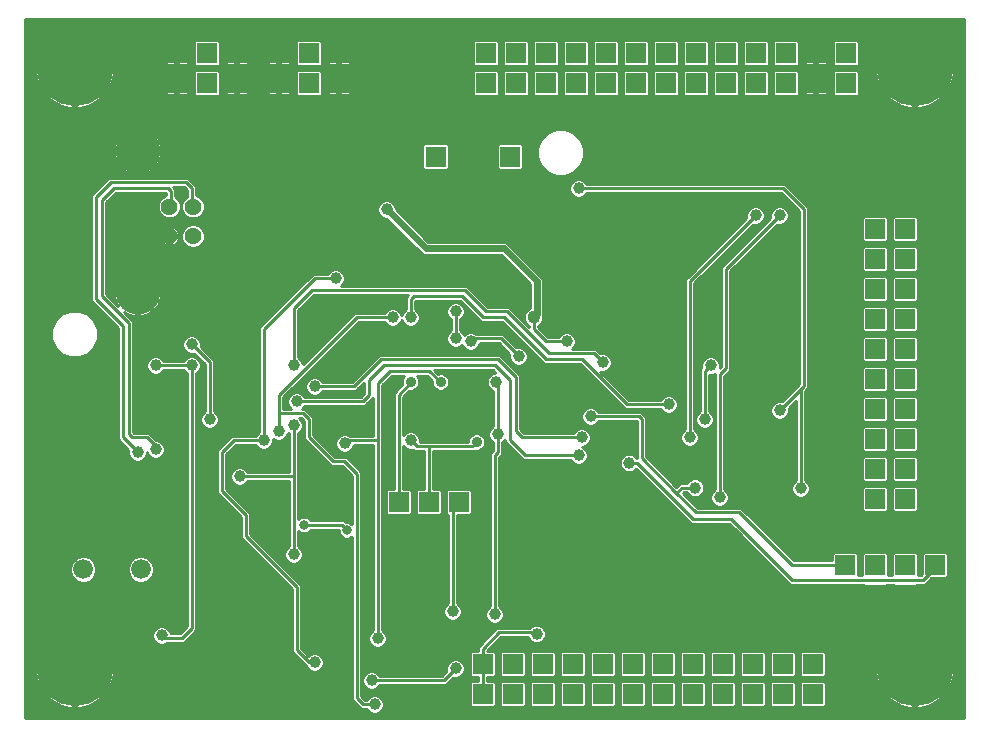
<source format=gbr>
G75*
G70*
%OFA0B0*%
%FSLAX24Y24*%
%IPPOS*%
%LPD*%
%AMOC8*
5,1,8,0,0,1.08239X$1,22.5*
%
%ADD10C,0.0562*%
%ADD11C,0.1500*%
%ADD12R,0.0650X0.0650*%
%ADD13C,0.0660*%
%ADD14R,0.0660X0.0660*%
%ADD15C,0.2540*%
%ADD16C,0.0100*%
%ADD17C,0.0396*%
%ADD18C,0.0357*%
%ADD19C,0.0317*%
%ADD20C,0.0436*%
%ADD21C,0.0240*%
D10*
X005713Y017058D03*
X006500Y017058D03*
X006500Y018042D03*
X005713Y018042D03*
D11*
X004650Y019912D03*
X004650Y015188D03*
D12*
X005950Y022150D03*
X006950Y022150D03*
X007950Y022150D03*
X007950Y023150D03*
X006950Y023150D03*
X005950Y023150D03*
X009350Y023150D03*
X010350Y023150D03*
X011350Y023150D03*
X011350Y022150D03*
X010350Y022150D03*
X009350Y022150D03*
X016250Y022150D03*
X017250Y022150D03*
X017250Y023150D03*
X016250Y023150D03*
X018250Y023150D03*
X019250Y023150D03*
X019250Y022150D03*
X018250Y022150D03*
X020250Y022150D03*
X021250Y022150D03*
X022250Y022150D03*
X022250Y023150D03*
X021250Y023150D03*
X020250Y023150D03*
X023250Y023150D03*
X024250Y023150D03*
X025250Y023150D03*
X025250Y022150D03*
X024250Y022150D03*
X023250Y022150D03*
X026250Y022150D03*
X027250Y022150D03*
X027250Y023150D03*
X026250Y023150D03*
X028250Y023150D03*
X028250Y022150D03*
X029225Y017300D03*
X030225Y017300D03*
X030225Y016300D03*
X029225Y016300D03*
X029225Y015300D03*
X030225Y015300D03*
X030225Y014300D03*
X029225Y014300D03*
X029225Y013300D03*
X030225Y013300D03*
X030225Y012300D03*
X029225Y012300D03*
X029225Y011300D03*
X030225Y011300D03*
X030225Y010300D03*
X029225Y010300D03*
X029225Y009300D03*
X030225Y009300D03*
X030225Y008300D03*
X029225Y008300D03*
X029227Y007095D03*
X030227Y007095D03*
X030227Y006095D03*
X029227Y006095D03*
X028227Y006095D03*
X029227Y005095D03*
X030227Y005095D03*
X031227Y006095D03*
X028150Y002800D03*
X027150Y002800D03*
X026150Y002800D03*
X026150Y001800D03*
X027150Y001800D03*
X028150Y001800D03*
X025150Y001800D03*
X024150Y001800D03*
X024150Y002800D03*
X025150Y002800D03*
X023150Y002800D03*
X022150Y002800D03*
X021150Y002800D03*
X021150Y001800D03*
X022150Y001800D03*
X023150Y001800D03*
X020150Y001800D03*
X019150Y001800D03*
X018150Y001800D03*
X018150Y002800D03*
X019150Y002800D03*
X020150Y002800D03*
X017150Y002800D03*
X016150Y002800D03*
X016150Y001800D03*
X017150Y001800D03*
X015350Y008200D03*
X014350Y008200D03*
X013350Y008200D03*
D13*
X004761Y005950D03*
X002839Y005950D03*
D14*
X014585Y017939D03*
X014585Y019711D03*
X017065Y019711D03*
X017065Y017939D03*
D15*
X030550Y022650D03*
X030550Y002650D03*
X002550Y002650D03*
X002550Y022650D03*
D16*
X000900Y024300D02*
X000900Y001000D01*
X032200Y001000D01*
X032200Y024300D01*
X000900Y024300D01*
X000900Y024290D02*
X032200Y024290D01*
X032200Y024192D02*
X000900Y024192D01*
X000900Y024093D02*
X032200Y024093D01*
X032200Y023995D02*
X000900Y023995D01*
X000900Y023896D02*
X002110Y023896D01*
X002105Y023894D02*
X002229Y023932D01*
X002356Y023957D01*
X002485Y023970D01*
X002500Y023970D01*
X002500Y022700D01*
X002600Y022700D01*
X002600Y023970D01*
X002615Y023970D01*
X002744Y023957D01*
X002871Y023932D01*
X002995Y023894D01*
X003115Y023845D01*
X003229Y023784D01*
X003337Y023712D01*
X003438Y023629D01*
X003529Y023538D01*
X003612Y023437D01*
X003684Y023329D01*
X003745Y023215D01*
X003794Y023095D01*
X003832Y022971D01*
X003857Y022844D01*
X003870Y022715D01*
X003870Y022700D01*
X002600Y022700D01*
X002600Y022600D01*
X003870Y022600D01*
X003870Y022585D01*
X003857Y022456D01*
X003832Y022329D01*
X003794Y022205D01*
X003745Y022085D01*
X003684Y021971D01*
X003612Y021863D01*
X003529Y021762D01*
X003438Y021671D01*
X003337Y021588D01*
X003229Y021516D01*
X003115Y021455D01*
X002995Y021406D01*
X002871Y021368D01*
X002744Y021343D01*
X002615Y021330D01*
X002600Y021330D01*
X002600Y022600D01*
X002500Y022600D01*
X001230Y022600D01*
X001230Y022585D01*
X001243Y022456D01*
X001268Y022329D01*
X001306Y022205D01*
X001355Y022085D01*
X001416Y021971D01*
X001488Y021863D01*
X001571Y021762D01*
X001662Y021671D01*
X001763Y021588D01*
X001871Y021516D01*
X001985Y021455D01*
X002105Y021406D01*
X002229Y021368D01*
X002356Y021343D01*
X002485Y021330D01*
X002500Y021330D01*
X002500Y022600D01*
X002500Y022700D01*
X001230Y022700D01*
X001230Y022715D01*
X001243Y022844D01*
X001268Y022971D01*
X001306Y023095D01*
X001355Y023215D01*
X001416Y023329D01*
X001488Y023437D01*
X001571Y023538D01*
X001662Y023629D01*
X001763Y023712D01*
X001871Y023784D01*
X001985Y023845D01*
X002105Y023894D01*
X001897Y023798D02*
X000900Y023798D01*
X000900Y023699D02*
X001748Y023699D01*
X001634Y023601D02*
X000900Y023601D01*
X000900Y023502D02*
X001542Y023502D01*
X001466Y023404D02*
X000900Y023404D01*
X000900Y023305D02*
X001403Y023305D01*
X001352Y023207D02*
X000900Y023207D01*
X000900Y023108D02*
X001311Y023108D01*
X001280Y023010D02*
X000900Y023010D01*
X000900Y022911D02*
X001256Y022911D01*
X001240Y022813D02*
X000900Y022813D01*
X000900Y022714D02*
X001230Y022714D01*
X001237Y022517D02*
X000900Y022517D01*
X000900Y022419D02*
X001250Y022419D01*
X001271Y022320D02*
X000900Y022320D01*
X000900Y022222D02*
X001301Y022222D01*
X001340Y022123D02*
X000900Y022123D01*
X000900Y022025D02*
X001388Y022025D01*
X001446Y021926D02*
X000900Y021926D01*
X000900Y021828D02*
X001517Y021828D01*
X001604Y021729D02*
X000900Y021729D01*
X000900Y021631D02*
X001711Y021631D01*
X001847Y021532D02*
X000900Y021532D01*
X000900Y021434D02*
X002037Y021434D01*
X002434Y021335D02*
X000900Y021335D01*
X000900Y021237D02*
X032200Y021237D01*
X032200Y021335D02*
X030666Y021335D01*
X030615Y021330D02*
X030744Y021343D01*
X030871Y021368D01*
X030995Y021406D01*
X031115Y021455D01*
X031229Y021516D01*
X031337Y021588D01*
X031438Y021671D01*
X031529Y021762D01*
X031612Y021863D01*
X031684Y021971D01*
X031745Y022085D01*
X031794Y022205D01*
X031832Y022329D01*
X031857Y022456D01*
X031870Y022585D01*
X031870Y022600D01*
X030600Y022600D01*
X030600Y022700D01*
X031870Y022700D01*
X031870Y022715D01*
X031857Y022844D01*
X031832Y022971D01*
X031794Y023095D01*
X031745Y023215D01*
X031684Y023329D01*
X031612Y023437D01*
X031529Y023538D01*
X031438Y023629D01*
X031337Y023712D01*
X031229Y023784D01*
X031115Y023845D01*
X030995Y023894D01*
X030871Y023932D01*
X030744Y023957D01*
X030615Y023970D01*
X030600Y023970D01*
X030600Y022700D01*
X030500Y022700D01*
X030500Y023970D01*
X030485Y023970D01*
X030356Y023957D01*
X030229Y023932D01*
X030105Y023894D01*
X029985Y023845D01*
X029871Y023784D01*
X029763Y023712D01*
X029662Y023629D01*
X029571Y023538D01*
X029488Y023437D01*
X029416Y023329D01*
X029355Y023215D01*
X029306Y023095D01*
X029268Y022971D01*
X029243Y022844D01*
X029230Y022715D01*
X029230Y022700D01*
X030500Y022700D01*
X030500Y022600D01*
X030600Y022600D01*
X030600Y021330D01*
X030615Y021330D01*
X030600Y021335D02*
X030500Y021335D01*
X030500Y021330D02*
X030500Y022600D01*
X029230Y022600D01*
X029230Y022585D01*
X029243Y022456D01*
X029268Y022329D01*
X029306Y022205D01*
X029355Y022085D01*
X029416Y021971D01*
X029488Y021863D01*
X029571Y021762D01*
X029662Y021671D01*
X029763Y021588D01*
X029871Y021516D01*
X029985Y021455D01*
X030105Y021406D01*
X030229Y021368D01*
X030356Y021343D01*
X030485Y021330D01*
X030500Y021330D01*
X030434Y021335D02*
X002666Y021335D01*
X002600Y021335D02*
X002500Y021335D01*
X002500Y021434D02*
X002600Y021434D01*
X002600Y021532D02*
X002500Y021532D01*
X002500Y021631D02*
X002600Y021631D01*
X002600Y021729D02*
X002500Y021729D01*
X002500Y021828D02*
X002600Y021828D01*
X002600Y021926D02*
X002500Y021926D01*
X002500Y022025D02*
X002600Y022025D01*
X002600Y022123D02*
X002500Y022123D01*
X002500Y022222D02*
X002600Y022222D01*
X002600Y022320D02*
X002500Y022320D01*
X002500Y022419D02*
X002600Y022419D01*
X002600Y022517D02*
X002500Y022517D01*
X002500Y022616D02*
X000900Y022616D01*
X002500Y022714D02*
X002600Y022714D01*
X002600Y022616D02*
X030500Y022616D01*
X030500Y022714D02*
X030600Y022714D01*
X030600Y022616D02*
X032200Y022616D01*
X032200Y022714D02*
X031870Y022714D01*
X031860Y022813D02*
X032200Y022813D01*
X032200Y022911D02*
X031844Y022911D01*
X031820Y023010D02*
X032200Y023010D01*
X032200Y023108D02*
X031789Y023108D01*
X031748Y023207D02*
X032200Y023207D01*
X032200Y023305D02*
X031697Y023305D01*
X031634Y023404D02*
X032200Y023404D01*
X032200Y023502D02*
X031558Y023502D01*
X031466Y023601D02*
X032200Y023601D01*
X032200Y023699D02*
X031352Y023699D01*
X031203Y023798D02*
X032200Y023798D01*
X032200Y023896D02*
X030990Y023896D01*
X030600Y023896D02*
X030500Y023896D01*
X030500Y023798D02*
X030600Y023798D01*
X030600Y023699D02*
X030500Y023699D01*
X030500Y023601D02*
X030600Y023601D01*
X030600Y023502D02*
X030500Y023502D01*
X030500Y023404D02*
X030600Y023404D01*
X030600Y023305D02*
X030500Y023305D01*
X030500Y023207D02*
X030600Y023207D01*
X030600Y023108D02*
X030500Y023108D01*
X030500Y023010D02*
X030600Y023010D01*
X030600Y022911D02*
X030500Y022911D01*
X030500Y022813D02*
X030600Y022813D01*
X030600Y022517D02*
X030500Y022517D01*
X030500Y022419D02*
X030600Y022419D01*
X030600Y022320D02*
X030500Y022320D01*
X030500Y022222D02*
X030600Y022222D01*
X030600Y022123D02*
X030500Y022123D01*
X030500Y022025D02*
X030600Y022025D01*
X030600Y021926D02*
X030500Y021926D01*
X030500Y021828D02*
X030600Y021828D01*
X030600Y021729D02*
X030500Y021729D01*
X030500Y021631D02*
X030600Y021631D01*
X030600Y021532D02*
X030500Y021532D01*
X030500Y021434D02*
X030600Y021434D01*
X031063Y021434D02*
X032200Y021434D01*
X032200Y021532D02*
X031253Y021532D01*
X031389Y021631D02*
X032200Y021631D01*
X032200Y021729D02*
X031496Y021729D01*
X031583Y021828D02*
X032200Y021828D01*
X032200Y021926D02*
X031654Y021926D01*
X031712Y022025D02*
X032200Y022025D01*
X032200Y022123D02*
X031760Y022123D01*
X031799Y022222D02*
X032200Y022222D01*
X032200Y022320D02*
X031829Y022320D01*
X031850Y022419D02*
X032200Y022419D01*
X032200Y022517D02*
X031863Y022517D01*
X032200Y021138D02*
X000900Y021138D01*
X000900Y021040D02*
X032200Y021040D01*
X032200Y020941D02*
X000900Y020941D01*
X000900Y020843D02*
X032200Y020843D01*
X032200Y020744D02*
X000900Y020744D01*
X000900Y020646D02*
X004330Y020646D01*
X004295Y020631D02*
X004205Y020579D01*
X004121Y020515D01*
X004047Y020441D01*
X003983Y020358D01*
X003931Y020267D01*
X003891Y020170D01*
X003864Y020069D01*
X003850Y019965D01*
X003850Y019962D01*
X004600Y019962D01*
X004600Y019862D01*
X004700Y019862D01*
X004700Y019112D01*
X004702Y019112D01*
X004806Y019126D01*
X004908Y019153D01*
X005005Y019193D01*
X005095Y019246D01*
X005179Y019309D01*
X005253Y019384D01*
X005317Y019467D01*
X005369Y019558D01*
X005409Y019655D01*
X005436Y019756D01*
X005450Y019860D01*
X005450Y019862D01*
X004700Y019862D01*
X004700Y019962D01*
X005450Y019962D01*
X005450Y019965D01*
X005436Y020069D01*
X005409Y020170D01*
X005369Y020267D01*
X005317Y020358D01*
X005253Y020441D01*
X005179Y020515D01*
X005095Y020579D01*
X005005Y020631D01*
X004908Y020671D01*
X004806Y020699D01*
X004702Y020712D01*
X004700Y020712D01*
X004700Y019962D01*
X004600Y019962D01*
X004600Y020712D01*
X004598Y020712D01*
X004494Y020699D01*
X004392Y020671D01*
X004295Y020631D01*
X004163Y020547D02*
X000900Y020547D01*
X000900Y020449D02*
X004055Y020449D01*
X003979Y020350D02*
X000900Y020350D01*
X000900Y020252D02*
X003925Y020252D01*
X003886Y020153D02*
X000900Y020153D01*
X000900Y020055D02*
X003862Y020055D01*
X003850Y019862D02*
X003850Y019860D01*
X003864Y019756D01*
X003891Y019655D01*
X003931Y019558D01*
X003983Y019467D01*
X004047Y019384D01*
X004121Y019309D01*
X004205Y019246D01*
X004295Y019193D01*
X004392Y019153D01*
X004494Y019126D01*
X004598Y019112D01*
X004600Y019112D01*
X004600Y019862D01*
X003850Y019862D01*
X003850Y019858D02*
X000900Y019858D01*
X000900Y019956D02*
X004600Y019956D01*
X004600Y019858D02*
X004700Y019858D01*
X004700Y019956D02*
X014145Y019956D01*
X014145Y019858D02*
X005450Y019858D01*
X005437Y019759D02*
X014145Y019759D01*
X014145Y019661D02*
X005411Y019661D01*
X005371Y019562D02*
X014145Y019562D01*
X014145Y019464D02*
X005314Y019464D01*
X005234Y019365D02*
X014145Y019365D01*
X014145Y019335D02*
X014209Y019271D01*
X014960Y019271D01*
X015025Y019335D01*
X015025Y020086D01*
X014960Y020151D01*
X014209Y020151D01*
X014145Y020086D01*
X014145Y019335D01*
X014145Y020055D02*
X005438Y020055D01*
X005414Y020153D02*
X018030Y020153D01*
X018070Y020252D02*
X005375Y020252D01*
X005321Y020350D02*
X018145Y020350D01*
X018087Y020293D02*
X018307Y020513D01*
X018595Y020631D01*
X018905Y020631D01*
X019193Y020513D01*
X019413Y020293D01*
X019531Y020005D01*
X019531Y019695D01*
X019413Y019407D01*
X019193Y019187D01*
X018905Y019069D01*
X018595Y019069D01*
X018307Y019187D01*
X018087Y019407D01*
X017969Y019695D01*
X017969Y020005D01*
X018087Y020293D01*
X018243Y020449D02*
X005245Y020449D01*
X005137Y020547D02*
X018391Y020547D01*
X017989Y020055D02*
X017505Y020055D01*
X017505Y020086D02*
X017441Y020151D01*
X016690Y020151D01*
X016625Y020086D01*
X016625Y019335D01*
X016690Y019271D01*
X017441Y019271D01*
X017505Y019335D01*
X017505Y020086D01*
X017505Y019956D02*
X017969Y019956D01*
X017969Y019858D02*
X017505Y019858D01*
X017505Y019759D02*
X017969Y019759D01*
X017983Y019661D02*
X017505Y019661D01*
X017505Y019562D02*
X018023Y019562D01*
X018064Y019464D02*
X017505Y019464D01*
X017505Y019365D02*
X018130Y019365D01*
X018228Y019267D02*
X005123Y019267D01*
X004944Y019168D02*
X018354Y019168D01*
X018592Y019070D02*
X000900Y019070D01*
X000900Y019168D02*
X004356Y019168D01*
X004177Y019267D02*
X000900Y019267D01*
X000900Y019365D02*
X004066Y019365D01*
X003986Y019464D02*
X000900Y019464D01*
X000900Y019562D02*
X003929Y019562D01*
X003889Y019661D02*
X000900Y019661D01*
X000900Y019759D02*
X003863Y019759D01*
X004600Y019759D02*
X004700Y019759D01*
X004700Y019661D02*
X004600Y019661D01*
X004600Y019562D02*
X004700Y019562D01*
X004700Y019464D02*
X004600Y019464D01*
X004600Y019365D02*
X004700Y019365D01*
X004700Y019267D02*
X004600Y019267D01*
X004600Y019168D02*
X004700Y019168D01*
X003850Y018650D02*
X005650Y018650D01*
X005750Y018550D01*
X005750Y018079D01*
X005713Y018042D01*
X006072Y017888D02*
X006141Y017888D01*
X006169Y017821D02*
X006279Y017711D01*
X006423Y017651D01*
X006578Y017651D01*
X006722Y017711D01*
X006832Y017821D01*
X006891Y017964D01*
X006891Y018120D01*
X006832Y018264D01*
X006722Y018374D01*
X006610Y018420D01*
X006610Y018716D01*
X006516Y018810D01*
X006316Y019010D01*
X003684Y019010D01*
X003590Y018916D01*
X003090Y018416D01*
X003090Y014884D01*
X003184Y014790D01*
X003990Y013984D01*
X003990Y010284D01*
X004348Y009926D01*
X004342Y009911D01*
X004342Y009789D01*
X004389Y009675D01*
X004475Y009589D01*
X004589Y009542D01*
X004711Y009542D01*
X004825Y009589D01*
X004911Y009675D01*
X004958Y009789D01*
X004958Y009850D01*
X004989Y009775D01*
X005075Y009689D01*
X005189Y009642D01*
X005311Y009642D01*
X005425Y009689D01*
X005511Y009775D01*
X005558Y009889D01*
X005558Y010011D01*
X005511Y010125D01*
X005425Y010211D01*
X005311Y010258D01*
X005268Y010258D01*
X005110Y010416D01*
X005016Y010510D01*
X004516Y010510D01*
X004510Y010516D01*
X004510Y014216D01*
X004206Y014521D01*
X004295Y014469D01*
X004392Y014429D01*
X004494Y014401D01*
X004598Y014388D01*
X004600Y014388D01*
X004600Y015138D01*
X003850Y015138D01*
X003850Y015135D01*
X003864Y015031D01*
X003695Y015031D01*
X003610Y015116D02*
X003610Y018184D01*
X003916Y018490D01*
X005584Y018490D01*
X005590Y018484D01*
X005590Y018415D01*
X005491Y018374D01*
X005381Y018264D01*
X005322Y018120D01*
X005322Y017964D01*
X005381Y017821D01*
X005491Y017711D01*
X005635Y017651D01*
X005791Y017651D01*
X005935Y017711D01*
X006045Y017821D01*
X006104Y017964D01*
X006104Y018120D01*
X006045Y018264D01*
X005935Y018374D01*
X005910Y018384D01*
X005910Y018616D01*
X005836Y018690D01*
X006184Y018690D01*
X006290Y018584D01*
X006290Y018378D01*
X006279Y018374D01*
X006169Y018264D01*
X006109Y018120D01*
X006109Y017964D01*
X006169Y017821D01*
X006200Y017789D02*
X006013Y017789D01*
X005886Y017691D02*
X006327Y017691D01*
X006423Y017449D02*
X006279Y017389D01*
X006169Y017279D01*
X006109Y017136D01*
X006109Y016980D01*
X006169Y016836D01*
X006279Y016726D01*
X006423Y016667D01*
X006578Y016667D01*
X006722Y016726D01*
X006832Y016836D01*
X006891Y016980D01*
X006891Y017136D01*
X006832Y017279D01*
X006722Y017389D01*
X006578Y017449D01*
X006423Y017449D01*
X006292Y017395D02*
X003610Y017395D01*
X003610Y017297D02*
X005483Y017297D01*
X005502Y017315D02*
X005456Y017269D01*
X005420Y017215D01*
X005395Y017154D01*
X005383Y017098D01*
X005672Y017098D01*
X005672Y017017D01*
X005383Y017017D01*
X005395Y016961D01*
X005420Y016901D01*
X005456Y016847D01*
X005502Y016801D01*
X005556Y016764D01*
X005616Y016739D01*
X005672Y016728D01*
X005672Y017017D01*
X005754Y017017D01*
X005754Y017098D01*
X006043Y017098D01*
X006031Y017154D01*
X006006Y017215D01*
X005970Y017269D01*
X005924Y017315D01*
X005870Y017351D01*
X005810Y017376D01*
X005754Y017387D01*
X005754Y017098D01*
X005672Y017098D01*
X005672Y017387D01*
X005616Y017376D01*
X005556Y017351D01*
X005502Y017315D01*
X005413Y017198D02*
X003610Y017198D01*
X003610Y017100D02*
X005384Y017100D01*
X005387Y017001D02*
X003610Y017001D01*
X003610Y016903D02*
X005419Y016903D01*
X005499Y016804D02*
X003610Y016804D01*
X003610Y016706D02*
X006329Y016706D01*
X006201Y016804D02*
X005927Y016804D01*
X005924Y016801D02*
X005970Y016847D01*
X006006Y016901D01*
X006031Y016961D01*
X006043Y017017D01*
X005754Y017017D01*
X005754Y016728D01*
X005810Y016739D01*
X005870Y016764D01*
X005924Y016801D01*
X006007Y016903D02*
X006141Y016903D01*
X006109Y017001D02*
X006039Y017001D01*
X006042Y017100D02*
X006109Y017100D01*
X006135Y017198D02*
X006013Y017198D01*
X005943Y017297D02*
X006186Y017297D01*
X005754Y017297D02*
X005672Y017297D01*
X005672Y017198D02*
X005754Y017198D01*
X005754Y017100D02*
X005672Y017100D01*
X005672Y017001D02*
X005754Y017001D01*
X005754Y016903D02*
X005672Y016903D01*
X005672Y016804D02*
X005754Y016804D01*
X006672Y016706D02*
X013869Y016706D01*
X013771Y016804D02*
X006800Y016804D01*
X006859Y016903D02*
X013672Y016903D01*
X013574Y017001D02*
X006891Y017001D01*
X006891Y017100D02*
X013475Y017100D01*
X013377Y017198D02*
X006866Y017198D01*
X006815Y017297D02*
X013278Y017297D01*
X013180Y017395D02*
X006708Y017395D01*
X006674Y017691D02*
X012774Y017691D01*
X012775Y017689D02*
X012889Y017642D01*
X012933Y017642D01*
X014020Y016555D01*
X014155Y016420D01*
X016755Y016420D01*
X017720Y015455D01*
X017720Y014651D01*
X017664Y014628D01*
X017572Y014536D01*
X017522Y014415D01*
X017522Y014285D01*
X017572Y014164D01*
X017664Y014072D01*
X017690Y014061D01*
X017690Y014036D01*
X017110Y014616D01*
X017110Y014616D01*
X017016Y014710D01*
X016316Y014710D01*
X015616Y015410D01*
X011446Y015410D01*
X011511Y015475D01*
X011558Y015589D01*
X011558Y015711D01*
X011511Y015825D01*
X011425Y015911D01*
X011311Y015958D01*
X011189Y015958D01*
X011075Y015911D01*
X010989Y015825D01*
X010983Y015810D01*
X010484Y015810D01*
X008690Y014016D01*
X008690Y010517D01*
X008675Y010511D01*
X008589Y010425D01*
X008583Y010410D01*
X007784Y010410D01*
X007690Y010316D01*
X007290Y009916D01*
X007290Y008484D01*
X008090Y007684D01*
X008090Y006984D01*
X008184Y006890D01*
X009790Y005284D01*
X009790Y003184D01*
X009884Y003090D01*
X010282Y002692D01*
X010289Y002675D01*
X010375Y002589D01*
X010489Y002542D01*
X010611Y002542D01*
X010725Y002589D01*
X010811Y002675D01*
X010858Y002789D01*
X010858Y002911D01*
X010811Y003025D01*
X010725Y003111D01*
X010611Y003158D01*
X010489Y003158D01*
X010375Y003111D01*
X010345Y003081D01*
X010110Y003316D01*
X010110Y005416D01*
X008410Y007116D01*
X008410Y007816D01*
X007610Y008616D01*
X007610Y009784D01*
X007916Y010090D01*
X008583Y010090D01*
X008589Y010075D01*
X008675Y009989D01*
X008789Y009942D01*
X008911Y009942D01*
X009025Y009989D01*
X009111Y010075D01*
X009158Y010189D01*
X009158Y010306D01*
X009175Y010289D01*
X009289Y010242D01*
X009411Y010242D01*
X009525Y010289D01*
X009611Y010375D01*
X009658Y010489D01*
X009658Y010506D01*
X009675Y010489D01*
X009690Y010483D01*
X009690Y009210D01*
X008317Y009210D01*
X008311Y009225D01*
X008225Y009311D01*
X008111Y009358D01*
X007989Y009358D01*
X007875Y009311D01*
X007789Y009225D01*
X007742Y009111D01*
X007742Y008989D01*
X007789Y008875D01*
X007875Y008789D01*
X007989Y008742D01*
X008111Y008742D01*
X008225Y008789D01*
X008311Y008875D01*
X008317Y008890D01*
X009690Y008890D01*
X009690Y006717D01*
X009675Y006711D01*
X009589Y006625D01*
X009542Y006511D01*
X009542Y006389D01*
X009589Y006275D01*
X009675Y006189D01*
X009789Y006142D01*
X009911Y006142D01*
X010025Y006189D01*
X010111Y006275D01*
X010158Y006389D01*
X010158Y006511D01*
X010111Y006625D01*
X010025Y006711D01*
X010010Y006717D01*
X010010Y007235D01*
X010048Y007197D01*
X010147Y007156D01*
X010253Y007156D01*
X010352Y007197D01*
X010420Y007265D01*
X011356Y007265D01*
X011356Y007197D01*
X011397Y007098D01*
X011473Y007022D01*
X011572Y006981D01*
X011678Y006981D01*
X011777Y007022D01*
X011790Y007035D01*
X011790Y001584D01*
X011884Y001490D01*
X012084Y001290D01*
X012283Y001290D01*
X012289Y001275D01*
X012375Y001189D01*
X012489Y001142D01*
X012611Y001142D01*
X012725Y001189D01*
X012811Y001275D01*
X012858Y001389D01*
X012858Y001511D01*
X012811Y001625D01*
X012725Y001711D01*
X012611Y001758D01*
X012489Y001758D01*
X012375Y001711D01*
X012289Y001625D01*
X012283Y001610D01*
X012216Y001610D01*
X012110Y001716D01*
X012110Y009191D01*
X011685Y009616D01*
X011591Y009710D01*
X011216Y009710D01*
X010510Y010416D01*
X010510Y011016D01*
X010216Y011310D01*
X010146Y011310D01*
X010211Y011375D01*
X010217Y011390D01*
X012216Y011390D01*
X012310Y011484D01*
X012490Y011664D01*
X012490Y010410D01*
X011726Y010410D01*
X011725Y010411D01*
X011611Y010458D01*
X011489Y010458D01*
X011375Y010411D01*
X011289Y010325D01*
X011242Y010211D01*
X011242Y010089D01*
X011289Y009975D01*
X011375Y009889D01*
X011489Y009842D01*
X011611Y009842D01*
X011725Y009889D01*
X011811Y009975D01*
X011858Y010089D01*
X011858Y010090D01*
X012490Y010090D01*
X012490Y003917D01*
X012475Y003911D01*
X012389Y003825D01*
X012342Y003711D01*
X012342Y003589D01*
X012389Y003475D01*
X012475Y003389D01*
X012589Y003342D01*
X012711Y003342D01*
X012825Y003389D01*
X012911Y003475D01*
X012958Y003589D01*
X012958Y003711D01*
X012911Y003825D01*
X012825Y003911D01*
X012810Y003917D01*
X012810Y012084D01*
X013116Y012390D01*
X013532Y012390D01*
X013505Y012363D01*
X013462Y012257D01*
X013462Y012143D01*
X013469Y012125D01*
X013234Y011860D01*
X013190Y011816D01*
X013190Y011811D01*
X013186Y011807D01*
X013190Y011745D01*
X013190Y008635D01*
X012979Y008635D01*
X012915Y008571D01*
X012915Y007829D01*
X012979Y007765D01*
X013721Y007765D01*
X013785Y007829D01*
X013785Y008571D01*
X013721Y008635D01*
X013510Y008635D01*
X013510Y010054D01*
X013575Y009989D01*
X013689Y009942D01*
X013811Y009942D01*
X013826Y009948D01*
X013884Y009890D01*
X014190Y009890D01*
X014190Y008635D01*
X013979Y008635D01*
X013915Y008571D01*
X013915Y007829D01*
X013979Y007765D01*
X014721Y007765D01*
X014785Y007829D01*
X014785Y008571D01*
X014721Y008635D01*
X014510Y008635D01*
X014510Y009890D01*
X015866Y009890D01*
X015889Y009913D01*
X015893Y009912D01*
X016007Y009912D01*
X016113Y009955D01*
X016195Y010037D01*
X016238Y010143D01*
X016238Y010257D01*
X016195Y010363D01*
X016113Y010445D01*
X016007Y010488D01*
X015893Y010488D01*
X015787Y010445D01*
X015705Y010363D01*
X015662Y010257D01*
X015662Y010210D01*
X014058Y010210D01*
X014058Y010311D01*
X014011Y010425D01*
X013925Y010511D01*
X013811Y010558D01*
X013689Y010558D01*
X013575Y010511D01*
X013510Y010446D01*
X013510Y011689D01*
X013708Y011912D01*
X013807Y011912D01*
X013913Y011955D01*
X013995Y012037D01*
X014038Y012143D01*
X014038Y012257D01*
X013995Y012363D01*
X013968Y012390D01*
X014290Y012390D01*
X014462Y012240D01*
X014462Y012143D01*
X014505Y012037D01*
X014587Y011955D01*
X014693Y011912D01*
X014807Y011912D01*
X014913Y011955D01*
X014995Y012037D01*
X015038Y012143D01*
X015038Y012257D01*
X014995Y012363D01*
X014913Y012445D01*
X014807Y012488D01*
X014693Y012488D01*
X014673Y012480D01*
X014547Y012590D01*
X016484Y012590D01*
X016566Y012508D01*
X016539Y012508D01*
X016425Y012461D01*
X016339Y012375D01*
X016292Y012261D01*
X016292Y012139D01*
X016339Y012025D01*
X016425Y011939D01*
X016490Y011912D01*
X016490Y010717D01*
X016475Y010711D01*
X016389Y010625D01*
X016342Y010511D01*
X016342Y010389D01*
X016389Y010275D01*
X016475Y010189D01*
X016490Y010183D01*
X016490Y009916D01*
X016390Y009816D01*
X016390Y004717D01*
X016375Y004711D01*
X016289Y004625D01*
X016242Y004511D01*
X016242Y004389D01*
X016289Y004275D01*
X016375Y004189D01*
X016489Y004142D01*
X016611Y004142D01*
X016725Y004189D01*
X016811Y004275D01*
X016858Y004389D01*
X016858Y004511D01*
X016811Y004625D01*
X016725Y004711D01*
X016710Y004717D01*
X016710Y009684D01*
X016716Y009690D01*
X016810Y009784D01*
X016810Y010183D01*
X016825Y010189D01*
X016890Y010254D01*
X016890Y010184D01*
X016984Y010090D01*
X017484Y009590D01*
X019083Y009590D01*
X019089Y009575D01*
X019175Y009489D01*
X019289Y009442D01*
X019411Y009442D01*
X019525Y009489D01*
X019611Y009575D01*
X019658Y009689D01*
X019658Y009811D01*
X019611Y009925D01*
X019525Y010011D01*
X019450Y010042D01*
X019511Y010042D01*
X019625Y010089D01*
X019711Y010175D01*
X019758Y010289D01*
X019758Y010411D01*
X019711Y010525D01*
X019625Y010611D01*
X019511Y010658D01*
X019389Y010658D01*
X019275Y010611D01*
X019189Y010525D01*
X019183Y010510D01*
X017516Y010510D01*
X017410Y010616D01*
X017410Y012416D01*
X016810Y013016D01*
X016716Y013110D01*
X012684Y013110D01*
X011784Y012210D01*
X010817Y012210D01*
X010811Y012225D01*
X010725Y012311D01*
X010611Y012358D01*
X010489Y012358D01*
X010375Y012311D01*
X010289Y012225D01*
X010242Y012111D01*
X010242Y011989D01*
X010289Y011875D01*
X010375Y011789D01*
X010489Y011742D01*
X010611Y011742D01*
X010725Y011789D01*
X010811Y011875D01*
X010817Y011890D01*
X011916Y011890D01*
X012010Y011984D01*
X012190Y012164D01*
X012190Y011816D01*
X012084Y011710D01*
X010217Y011710D01*
X010211Y011725D01*
X010125Y011811D01*
X010011Y011858D01*
X009889Y011858D01*
X009775Y011811D01*
X009689Y011725D01*
X009642Y011611D01*
X009642Y011489D01*
X009689Y011375D01*
X009754Y011310D01*
X009510Y011310D01*
X009510Y011684D01*
X012016Y014190D01*
X012883Y014190D01*
X012889Y014175D01*
X012975Y014089D01*
X013089Y014042D01*
X013211Y014042D01*
X013325Y014089D01*
X013411Y014175D01*
X013450Y014269D01*
X013489Y014175D01*
X013575Y014089D01*
X013689Y014042D01*
X013811Y014042D01*
X013925Y014089D01*
X014011Y014175D01*
X014058Y014289D01*
X014058Y014411D01*
X014011Y014525D01*
X013925Y014611D01*
X013910Y014617D01*
X013910Y014884D01*
X013916Y014890D01*
X015384Y014890D01*
X016084Y014190D01*
X016784Y014190D01*
X018184Y012790D01*
X019384Y012790D01*
X020884Y011290D01*
X022083Y011290D01*
X022089Y011275D01*
X022175Y011189D01*
X022289Y011142D01*
X022411Y011142D01*
X022525Y011189D01*
X022611Y011275D01*
X022658Y011389D01*
X022658Y011511D01*
X022611Y011625D01*
X022525Y011711D01*
X022411Y011758D01*
X022289Y011758D01*
X022175Y011711D01*
X022089Y011625D01*
X022083Y011610D01*
X021016Y011610D01*
X020081Y012545D01*
X020089Y012542D01*
X020211Y012542D01*
X020325Y012589D01*
X020411Y012675D01*
X020458Y012789D01*
X020458Y012911D01*
X020411Y013025D01*
X020325Y013111D01*
X020211Y013158D01*
X020089Y013158D01*
X020074Y013152D01*
X020010Y013216D01*
X020010Y013216D01*
X019916Y013310D01*
X019146Y013310D01*
X019211Y013375D01*
X019258Y013489D01*
X019258Y013611D01*
X019211Y013725D01*
X019125Y013811D01*
X019011Y013858D01*
X018889Y013858D01*
X018775Y013811D01*
X018689Y013725D01*
X018683Y013710D01*
X018316Y013710D01*
X018010Y014016D01*
X018010Y014061D01*
X018036Y014072D01*
X018128Y014164D01*
X018178Y014285D01*
X018178Y014353D01*
X018180Y014355D01*
X018180Y015645D01*
X018045Y015780D01*
X016945Y016880D01*
X014345Y016880D01*
X013258Y017967D01*
X013258Y018011D01*
X013211Y018125D01*
X013125Y018211D01*
X013011Y018258D01*
X012889Y018258D01*
X012775Y018211D01*
X012689Y018125D01*
X012642Y018011D01*
X012642Y017889D01*
X012689Y017775D01*
X012775Y017689D01*
X012683Y017789D02*
X006800Y017789D01*
X006860Y017888D02*
X012642Y017888D01*
X012642Y017986D02*
X006891Y017986D01*
X006891Y018085D02*
X012672Y018085D01*
X012747Y018183D02*
X006865Y018183D01*
X006814Y018282D02*
X014206Y018282D01*
X014205Y018279D02*
X014205Y017988D01*
X014536Y017988D01*
X014536Y018319D01*
X014245Y018319D01*
X014227Y018312D01*
X014212Y018297D01*
X014205Y018279D01*
X014205Y018183D02*
X013153Y018183D01*
X013228Y018085D02*
X014205Y018085D01*
X014205Y017891D02*
X014205Y017599D01*
X014212Y017581D01*
X014227Y017567D01*
X014245Y017559D01*
X014536Y017559D01*
X014536Y017891D01*
X014205Y017891D01*
X014205Y017888D02*
X013338Y017888D01*
X013258Y017986D02*
X014536Y017986D01*
X014536Y017988D02*
X014536Y017891D01*
X014633Y017891D01*
X014633Y017559D01*
X014925Y017559D01*
X014943Y017567D01*
X014957Y017581D01*
X014965Y017599D01*
X014965Y017891D01*
X014633Y017891D01*
X014633Y017988D01*
X014536Y017988D01*
X014536Y018085D02*
X014633Y018085D01*
X014633Y017988D02*
X014633Y018319D01*
X014925Y018319D01*
X014943Y018312D01*
X014957Y018297D01*
X014965Y018279D01*
X014965Y017988D01*
X014633Y017988D01*
X014633Y017986D02*
X017017Y017986D01*
X017017Y017988D02*
X017017Y017891D01*
X016685Y017891D01*
X016685Y017599D01*
X016693Y017581D01*
X016707Y017567D01*
X016725Y017559D01*
X017017Y017559D01*
X017017Y017891D01*
X017114Y017891D01*
X017114Y017988D01*
X017017Y017988D01*
X017017Y018319D01*
X016725Y018319D01*
X016707Y018312D01*
X016693Y018297D01*
X016685Y018279D01*
X016685Y017988D01*
X017017Y017988D01*
X017017Y018085D02*
X017114Y018085D01*
X017114Y017988D02*
X017114Y018319D01*
X017405Y018319D01*
X017423Y018312D01*
X017438Y018297D01*
X017445Y018279D01*
X017445Y017988D01*
X017114Y017988D01*
X017114Y017986D02*
X025050Y017986D01*
X025075Y018011D02*
X024989Y017925D01*
X024942Y017811D01*
X024942Y017689D01*
X024948Y017674D01*
X022984Y015710D01*
X022890Y015616D01*
X022890Y010617D01*
X022875Y010611D01*
X022789Y010525D01*
X022742Y010411D01*
X022742Y010289D01*
X022789Y010175D01*
X022875Y010089D01*
X022989Y010042D01*
X023111Y010042D01*
X023225Y010089D01*
X023311Y010175D01*
X023358Y010289D01*
X023358Y010411D01*
X023311Y010525D01*
X023225Y010611D01*
X023210Y010617D01*
X023210Y015484D01*
X025174Y017448D01*
X025189Y017442D01*
X025311Y017442D01*
X025425Y017489D01*
X025511Y017575D01*
X025558Y017689D01*
X025558Y017811D01*
X025511Y017925D01*
X025425Y018011D01*
X025311Y018058D01*
X025189Y018058D01*
X025075Y018011D01*
X024973Y017888D02*
X017445Y017888D01*
X017445Y017891D02*
X017114Y017891D01*
X017114Y017559D01*
X017405Y017559D01*
X017423Y017567D01*
X017438Y017581D01*
X017445Y017599D01*
X017445Y017891D01*
X017445Y017789D02*
X024942Y017789D01*
X024942Y017691D02*
X017445Y017691D01*
X017442Y017592D02*
X024866Y017592D01*
X024767Y017494D02*
X013732Y017494D01*
X013633Y017592D02*
X014208Y017592D01*
X014205Y017691D02*
X013535Y017691D01*
X013436Y017789D02*
X014205Y017789D01*
X014536Y017789D02*
X014633Y017789D01*
X014633Y017691D02*
X014536Y017691D01*
X014536Y017592D02*
X014633Y017592D01*
X014633Y017888D02*
X014536Y017888D01*
X014536Y018183D02*
X014633Y018183D01*
X014633Y018282D02*
X014536Y018282D01*
X014964Y018282D02*
X016686Y018282D01*
X016685Y018183D02*
X014965Y018183D01*
X014965Y018085D02*
X016685Y018085D01*
X016685Y017888D02*
X014965Y017888D01*
X014965Y017789D02*
X016685Y017789D01*
X016685Y017691D02*
X014965Y017691D01*
X014962Y017592D02*
X016688Y017592D01*
X017017Y017592D02*
X017114Y017592D01*
X017114Y017691D02*
X017017Y017691D01*
X017017Y017789D02*
X017114Y017789D01*
X017114Y017888D02*
X017017Y017888D01*
X017017Y018183D02*
X017114Y018183D01*
X017114Y018282D02*
X017017Y018282D01*
X017444Y018282D02*
X026292Y018282D01*
X026194Y018380D02*
X019503Y018380D01*
X019525Y018389D02*
X019611Y018475D01*
X019617Y018490D01*
X026084Y018490D01*
X026690Y017884D01*
X026690Y012116D01*
X026590Y012016D01*
X026126Y011552D01*
X026111Y011558D01*
X025989Y011558D01*
X025875Y011511D01*
X025789Y011425D01*
X025742Y011311D01*
X025742Y011189D01*
X025789Y011075D01*
X025875Y010989D01*
X025989Y010942D01*
X026111Y010942D01*
X026225Y010989D01*
X026311Y011075D01*
X026358Y011189D01*
X026358Y011311D01*
X026352Y011326D01*
X026590Y011564D01*
X026590Y008917D01*
X026575Y008911D01*
X026489Y008825D01*
X026442Y008711D01*
X026442Y008589D01*
X026489Y008475D01*
X026575Y008389D01*
X026689Y008342D01*
X026811Y008342D01*
X026925Y008389D01*
X027011Y008475D01*
X027058Y008589D01*
X027058Y008711D01*
X027011Y008825D01*
X026925Y008911D01*
X026910Y008917D01*
X026910Y011884D01*
X027010Y011984D01*
X027010Y018016D01*
X026916Y018110D01*
X026216Y018810D01*
X019617Y018810D01*
X019611Y018825D01*
X019525Y018911D01*
X019411Y018958D01*
X019289Y018958D01*
X019175Y018911D01*
X019089Y018825D01*
X019042Y018711D01*
X019042Y018589D01*
X019089Y018475D01*
X019175Y018389D01*
X019289Y018342D01*
X019411Y018342D01*
X019525Y018389D01*
X019612Y018479D02*
X026095Y018479D01*
X026150Y018650D02*
X026850Y017950D01*
X026850Y012050D01*
X026750Y011950D01*
X026750Y008650D01*
X026967Y008432D02*
X028790Y008432D01*
X028790Y008530D02*
X027034Y008530D01*
X027058Y008629D02*
X028790Y008629D01*
X028790Y008671D02*
X028790Y007929D01*
X028854Y007865D01*
X029596Y007865D01*
X029660Y007929D01*
X029660Y008671D01*
X029596Y008735D01*
X028854Y008735D01*
X028790Y008671D01*
X028846Y008727D02*
X027052Y008727D01*
X027010Y008826D02*
X032200Y008826D01*
X032200Y008924D02*
X030655Y008924D01*
X030660Y008929D02*
X030660Y009671D01*
X030596Y009735D01*
X029854Y009735D01*
X029790Y009671D01*
X029790Y008929D01*
X029854Y008865D01*
X030596Y008865D01*
X030660Y008929D01*
X030660Y009023D02*
X032200Y009023D01*
X032200Y009121D02*
X030660Y009121D01*
X030660Y009220D02*
X032200Y009220D01*
X032200Y009318D02*
X030660Y009318D01*
X030660Y009417D02*
X032200Y009417D01*
X032200Y009515D02*
X030660Y009515D01*
X030660Y009614D02*
X032200Y009614D01*
X032200Y009712D02*
X030619Y009712D01*
X030596Y009865D02*
X030660Y009929D01*
X030660Y010671D01*
X030596Y010735D01*
X029854Y010735D01*
X029790Y010671D01*
X029790Y009929D01*
X029854Y009865D01*
X030596Y009865D01*
X030640Y009909D02*
X032200Y009909D01*
X032200Y009811D02*
X026910Y009811D01*
X026910Y009909D02*
X028810Y009909D01*
X028790Y009929D02*
X028854Y009865D01*
X029596Y009865D01*
X029660Y009929D01*
X029660Y010671D01*
X029596Y010735D01*
X028854Y010735D01*
X028790Y010671D01*
X028790Y009929D01*
X028790Y010008D02*
X026910Y010008D01*
X026910Y010106D02*
X028790Y010106D01*
X028790Y010205D02*
X026910Y010205D01*
X026910Y010303D02*
X028790Y010303D01*
X028790Y010402D02*
X026910Y010402D01*
X026910Y010500D02*
X028790Y010500D01*
X028790Y010599D02*
X026910Y010599D01*
X026910Y010697D02*
X028816Y010697D01*
X028854Y010865D02*
X029596Y010865D01*
X029660Y010929D01*
X029660Y011671D01*
X029596Y011735D01*
X028854Y011735D01*
X028790Y011671D01*
X028790Y010929D01*
X028854Y010865D01*
X028825Y010894D02*
X026910Y010894D01*
X026910Y010796D02*
X032200Y010796D01*
X032200Y010894D02*
X030625Y010894D01*
X030596Y010865D02*
X030660Y010929D01*
X030660Y011671D01*
X030596Y011735D01*
X029854Y011735D01*
X029790Y011671D01*
X029790Y010929D01*
X029854Y010865D01*
X030596Y010865D01*
X030660Y010993D02*
X032200Y010993D01*
X032200Y011091D02*
X030660Y011091D01*
X030660Y011190D02*
X032200Y011190D01*
X032200Y011288D02*
X030660Y011288D01*
X030660Y011387D02*
X032200Y011387D01*
X032200Y011485D02*
X030660Y011485D01*
X030660Y011584D02*
X032200Y011584D01*
X032200Y011682D02*
X030649Y011682D01*
X030596Y011865D02*
X030660Y011929D01*
X030660Y012671D01*
X030596Y012735D01*
X029854Y012735D01*
X029790Y012671D01*
X029790Y011929D01*
X029854Y011865D01*
X030596Y011865D01*
X030610Y011879D02*
X032200Y011879D01*
X032200Y011781D02*
X026910Y011781D01*
X026910Y011879D02*
X028840Y011879D01*
X028854Y011865D02*
X029596Y011865D01*
X029660Y011929D01*
X029660Y012671D01*
X029596Y012735D01*
X028854Y012735D01*
X028790Y012671D01*
X028790Y011929D01*
X028854Y011865D01*
X028790Y011978D02*
X027004Y011978D01*
X027010Y012076D02*
X028790Y012076D01*
X028790Y012175D02*
X027010Y012175D01*
X027010Y012273D02*
X028790Y012273D01*
X028790Y012372D02*
X027010Y012372D01*
X027010Y012470D02*
X028790Y012470D01*
X028790Y012569D02*
X027010Y012569D01*
X027010Y012667D02*
X028790Y012667D01*
X028854Y012865D02*
X029596Y012865D01*
X029660Y012929D01*
X029660Y013671D01*
X029596Y013735D01*
X028854Y013735D01*
X028790Y013671D01*
X028790Y012929D01*
X028854Y012865D01*
X028790Y012963D02*
X027010Y012963D01*
X027010Y013061D02*
X028790Y013061D01*
X028790Y013160D02*
X027010Y013160D01*
X027010Y013258D02*
X028790Y013258D01*
X028790Y013357D02*
X027010Y013357D01*
X027010Y013455D02*
X028790Y013455D01*
X028790Y013554D02*
X027010Y013554D01*
X027010Y013652D02*
X028790Y013652D01*
X028854Y013865D02*
X029596Y013865D01*
X029660Y013929D01*
X029660Y014671D01*
X029596Y014735D01*
X028854Y014735D01*
X028790Y014671D01*
X028790Y013929D01*
X028854Y013865D01*
X028790Y013948D02*
X027010Y013948D01*
X027010Y014046D02*
X028790Y014046D01*
X028790Y014145D02*
X027010Y014145D01*
X027010Y014243D02*
X028790Y014243D01*
X028790Y014342D02*
X027010Y014342D01*
X027010Y014440D02*
X028790Y014440D01*
X028790Y014539D02*
X027010Y014539D01*
X027010Y014637D02*
X028790Y014637D01*
X028854Y014865D02*
X029596Y014865D01*
X029660Y014929D01*
X029660Y015671D01*
X029596Y015735D01*
X028854Y015735D01*
X028790Y015671D01*
X028790Y014929D01*
X028854Y014865D01*
X028790Y014933D02*
X027010Y014933D01*
X027010Y015031D02*
X028790Y015031D01*
X028790Y015130D02*
X027010Y015130D01*
X027010Y015228D02*
X028790Y015228D01*
X028790Y015327D02*
X027010Y015327D01*
X027010Y015425D02*
X028790Y015425D01*
X028790Y015524D02*
X027010Y015524D01*
X027010Y015622D02*
X028790Y015622D01*
X028840Y015721D02*
X027010Y015721D01*
X027010Y015819D02*
X032200Y015819D01*
X032200Y015721D02*
X030610Y015721D01*
X030596Y015735D02*
X030660Y015671D01*
X030660Y014929D01*
X030596Y014865D01*
X029854Y014865D01*
X029790Y014929D01*
X029790Y015671D01*
X029854Y015735D01*
X030596Y015735D01*
X030660Y015622D02*
X032200Y015622D01*
X032200Y015524D02*
X030660Y015524D01*
X030660Y015425D02*
X032200Y015425D01*
X032200Y015327D02*
X030660Y015327D01*
X030660Y015228D02*
X032200Y015228D01*
X032200Y015130D02*
X030660Y015130D01*
X030660Y015031D02*
X032200Y015031D01*
X032200Y014933D02*
X030660Y014933D01*
X030596Y014735D02*
X030660Y014671D01*
X030660Y013929D01*
X030596Y013865D01*
X029854Y013865D01*
X029790Y013929D01*
X029790Y014671D01*
X029854Y014735D01*
X030596Y014735D01*
X030660Y014637D02*
X032200Y014637D01*
X032200Y014539D02*
X030660Y014539D01*
X030660Y014440D02*
X032200Y014440D01*
X032200Y014342D02*
X030660Y014342D01*
X030660Y014243D02*
X032200Y014243D01*
X032200Y014145D02*
X030660Y014145D01*
X030660Y014046D02*
X032200Y014046D01*
X032200Y013948D02*
X030660Y013948D01*
X030596Y013735D02*
X030660Y013671D01*
X030660Y012929D01*
X030596Y012865D01*
X029854Y012865D01*
X029790Y012929D01*
X029790Y013671D01*
X029854Y013735D01*
X030596Y013735D01*
X030660Y013652D02*
X032200Y013652D01*
X032200Y013554D02*
X030660Y013554D01*
X030660Y013455D02*
X032200Y013455D01*
X032200Y013357D02*
X030660Y013357D01*
X030660Y013258D02*
X032200Y013258D01*
X032200Y013160D02*
X030660Y013160D01*
X030660Y013061D02*
X032200Y013061D01*
X032200Y012963D02*
X030660Y012963D01*
X030660Y012667D02*
X032200Y012667D01*
X032200Y012569D02*
X030660Y012569D01*
X030660Y012470D02*
X032200Y012470D01*
X032200Y012372D02*
X030660Y012372D01*
X030660Y012273D02*
X032200Y012273D01*
X032200Y012175D02*
X030660Y012175D01*
X030660Y012076D02*
X032200Y012076D01*
X032200Y011978D02*
X030660Y011978D01*
X029840Y011879D02*
X029610Y011879D01*
X029660Y011978D02*
X029790Y011978D01*
X029790Y012076D02*
X029660Y012076D01*
X029660Y012175D02*
X029790Y012175D01*
X029790Y012273D02*
X029660Y012273D01*
X029660Y012372D02*
X029790Y012372D01*
X029790Y012470D02*
X029660Y012470D01*
X029660Y012569D02*
X029790Y012569D01*
X029790Y012667D02*
X029660Y012667D01*
X029660Y012963D02*
X029790Y012963D01*
X029790Y013061D02*
X029660Y013061D01*
X029660Y013160D02*
X029790Y013160D01*
X029790Y013258D02*
X029660Y013258D01*
X029660Y013357D02*
X029790Y013357D01*
X029790Y013455D02*
X029660Y013455D01*
X029660Y013554D02*
X029790Y013554D01*
X029790Y013652D02*
X029660Y013652D01*
X029660Y013948D02*
X029790Y013948D01*
X029790Y014046D02*
X029660Y014046D01*
X029660Y014145D02*
X029790Y014145D01*
X029790Y014243D02*
X029660Y014243D01*
X029660Y014342D02*
X029790Y014342D01*
X029790Y014440D02*
X029660Y014440D01*
X029660Y014539D02*
X029790Y014539D01*
X029790Y014637D02*
X029660Y014637D01*
X029660Y014933D02*
X029790Y014933D01*
X029790Y015031D02*
X029660Y015031D01*
X029660Y015130D02*
X029790Y015130D01*
X029790Y015228D02*
X029660Y015228D01*
X029660Y015327D02*
X029790Y015327D01*
X029790Y015425D02*
X029660Y015425D01*
X029660Y015524D02*
X029790Y015524D01*
X029790Y015622D02*
X029660Y015622D01*
X029610Y015721D02*
X029840Y015721D01*
X029854Y015865D02*
X030596Y015865D01*
X030660Y015929D01*
X030660Y016671D01*
X030596Y016735D01*
X029854Y016735D01*
X029790Y016671D01*
X029790Y015929D01*
X029854Y015865D01*
X029802Y015918D02*
X029648Y015918D01*
X029660Y015929D02*
X029660Y016671D01*
X029596Y016735D01*
X028854Y016735D01*
X028790Y016671D01*
X028790Y015929D01*
X028854Y015865D01*
X029596Y015865D01*
X029660Y015929D01*
X029660Y016016D02*
X029790Y016016D01*
X029790Y016115D02*
X029660Y016115D01*
X029660Y016213D02*
X029790Y016213D01*
X029790Y016312D02*
X029660Y016312D01*
X029660Y016410D02*
X029790Y016410D01*
X029790Y016509D02*
X029660Y016509D01*
X029660Y016607D02*
X029790Y016607D01*
X029825Y016706D02*
X029625Y016706D01*
X029596Y016865D02*
X029660Y016929D01*
X029660Y017671D01*
X029596Y017735D01*
X028854Y017735D01*
X028790Y017671D01*
X028790Y016929D01*
X028854Y016865D01*
X029596Y016865D01*
X029633Y016903D02*
X029817Y016903D01*
X029790Y016929D02*
X029854Y016865D01*
X030596Y016865D01*
X030660Y016929D01*
X030660Y017671D01*
X030596Y017735D01*
X029854Y017735D01*
X029790Y017671D01*
X029790Y016929D01*
X029790Y017001D02*
X029660Y017001D01*
X029660Y017100D02*
X029790Y017100D01*
X029790Y017198D02*
X029660Y017198D01*
X029660Y017297D02*
X029790Y017297D01*
X029790Y017395D02*
X029660Y017395D01*
X029660Y017494D02*
X029790Y017494D01*
X029790Y017592D02*
X029660Y017592D01*
X029640Y017691D02*
X029810Y017691D01*
X030640Y017691D02*
X032200Y017691D01*
X032200Y017789D02*
X027010Y017789D01*
X027010Y017691D02*
X028810Y017691D01*
X028790Y017592D02*
X027010Y017592D01*
X027010Y017494D02*
X028790Y017494D01*
X028790Y017395D02*
X027010Y017395D01*
X027010Y017297D02*
X028790Y017297D01*
X028790Y017198D02*
X027010Y017198D01*
X027010Y017100D02*
X028790Y017100D01*
X028790Y017001D02*
X027010Y017001D01*
X027010Y016903D02*
X028817Y016903D01*
X028825Y016706D02*
X027010Y016706D01*
X027010Y016804D02*
X032200Y016804D01*
X032200Y016706D02*
X030625Y016706D01*
X030660Y016607D02*
X032200Y016607D01*
X032200Y016509D02*
X030660Y016509D01*
X030660Y016410D02*
X032200Y016410D01*
X032200Y016312D02*
X030660Y016312D01*
X030660Y016213D02*
X032200Y016213D01*
X032200Y016115D02*
X030660Y016115D01*
X030660Y016016D02*
X032200Y016016D01*
X032200Y015918D02*
X030648Y015918D01*
X030633Y016903D02*
X032200Y016903D01*
X032200Y017001D02*
X030660Y017001D01*
X030660Y017100D02*
X032200Y017100D01*
X032200Y017198D02*
X030660Y017198D01*
X030660Y017297D02*
X032200Y017297D01*
X032200Y017395D02*
X030660Y017395D01*
X030660Y017494D02*
X032200Y017494D01*
X032200Y017592D02*
X030660Y017592D01*
X032200Y017888D02*
X027010Y017888D01*
X027010Y017986D02*
X032200Y017986D01*
X032200Y018085D02*
X026942Y018085D01*
X026843Y018183D02*
X032200Y018183D01*
X032200Y018282D02*
X026745Y018282D01*
X026646Y018380D02*
X032200Y018380D01*
X032200Y018479D02*
X026548Y018479D01*
X026449Y018577D02*
X032200Y018577D01*
X032200Y018676D02*
X026351Y018676D01*
X026252Y018774D02*
X032200Y018774D01*
X032200Y018873D02*
X019563Y018873D01*
X019350Y018650D02*
X026150Y018650D01*
X026391Y018183D02*
X017445Y018183D01*
X017445Y018085D02*
X026489Y018085D01*
X026588Y017986D02*
X026250Y017986D01*
X026225Y018011D02*
X026111Y018058D01*
X025989Y018058D01*
X025875Y018011D01*
X025789Y017925D01*
X025742Y017811D01*
X025742Y017689D01*
X025748Y017674D01*
X024090Y016016D01*
X023742Y016016D01*
X023644Y015918D02*
X024090Y015918D01*
X024090Y016016D02*
X024090Y012716D01*
X024055Y012681D01*
X024058Y012689D01*
X024058Y012811D01*
X024011Y012925D01*
X023925Y013011D01*
X023811Y013058D01*
X023689Y013058D01*
X023575Y013011D01*
X023489Y012925D01*
X023442Y012811D01*
X023442Y012689D01*
X023448Y012674D01*
X023390Y012616D01*
X023390Y011217D01*
X023375Y011211D01*
X023289Y011125D01*
X023242Y011011D01*
X023242Y010889D01*
X023289Y010775D01*
X023375Y010689D01*
X023489Y010642D01*
X023611Y010642D01*
X023725Y010689D01*
X023811Y010775D01*
X023858Y010889D01*
X023858Y011011D01*
X023811Y011125D01*
X023725Y011211D01*
X023710Y011217D01*
X023710Y012442D01*
X023811Y012442D01*
X023890Y012474D01*
X023890Y008617D01*
X023875Y008611D01*
X023789Y008525D01*
X023742Y008411D01*
X023742Y008289D01*
X023789Y008175D01*
X023875Y008089D01*
X023989Y008042D01*
X024111Y008042D01*
X024225Y008089D01*
X024311Y008175D01*
X024358Y008289D01*
X024358Y008411D01*
X024311Y008525D01*
X024225Y008611D01*
X024210Y008617D01*
X024210Y012384D01*
X024316Y012490D01*
X024410Y012584D01*
X024410Y015884D01*
X025974Y017448D01*
X025989Y017442D01*
X026111Y017442D01*
X026225Y017489D01*
X026311Y017575D01*
X026358Y017689D01*
X026358Y017811D01*
X026311Y017925D01*
X026225Y018011D01*
X026327Y017888D02*
X026686Y017888D01*
X026690Y017789D02*
X026358Y017789D01*
X026358Y017691D02*
X026690Y017691D01*
X026690Y017592D02*
X026318Y017592D01*
X026229Y017494D02*
X026690Y017494D01*
X026690Y017395D02*
X025921Y017395D01*
X025823Y017297D02*
X026690Y017297D01*
X026690Y017198D02*
X025724Y017198D01*
X025626Y017100D02*
X026690Y017100D01*
X026690Y017001D02*
X025527Y017001D01*
X025429Y016903D02*
X026690Y016903D01*
X026690Y016804D02*
X025330Y016804D01*
X025232Y016706D02*
X026690Y016706D01*
X026690Y016607D02*
X025133Y016607D01*
X025035Y016509D02*
X026690Y016509D01*
X026690Y016410D02*
X024936Y016410D01*
X024838Y016312D02*
X026690Y016312D01*
X026690Y016213D02*
X024739Y016213D01*
X024641Y016115D02*
X026690Y016115D01*
X026690Y016016D02*
X024542Y016016D01*
X024444Y015918D02*
X026690Y015918D01*
X026690Y015819D02*
X024410Y015819D01*
X024410Y015721D02*
X026690Y015721D01*
X026690Y015622D02*
X024410Y015622D01*
X024410Y015524D02*
X026690Y015524D01*
X026690Y015425D02*
X024410Y015425D01*
X024410Y015327D02*
X026690Y015327D01*
X026690Y015228D02*
X024410Y015228D01*
X024410Y015130D02*
X026690Y015130D01*
X026690Y015031D02*
X024410Y015031D01*
X024410Y014933D02*
X026690Y014933D01*
X026690Y014834D02*
X024410Y014834D01*
X024410Y014736D02*
X026690Y014736D01*
X026690Y014637D02*
X024410Y014637D01*
X024410Y014539D02*
X026690Y014539D01*
X026690Y014440D02*
X024410Y014440D01*
X024410Y014342D02*
X026690Y014342D01*
X026690Y014243D02*
X024410Y014243D01*
X024410Y014145D02*
X026690Y014145D01*
X026690Y014046D02*
X024410Y014046D01*
X024410Y013948D02*
X026690Y013948D01*
X026690Y013849D02*
X024410Y013849D01*
X024410Y013751D02*
X026690Y013751D01*
X026690Y013652D02*
X024410Y013652D01*
X024410Y013554D02*
X026690Y013554D01*
X026690Y013455D02*
X024410Y013455D01*
X024410Y013357D02*
X026690Y013357D01*
X026690Y013258D02*
X024410Y013258D01*
X024410Y013160D02*
X026690Y013160D01*
X026690Y013061D02*
X024410Y013061D01*
X024410Y012963D02*
X026690Y012963D01*
X026690Y012864D02*
X024410Y012864D01*
X024410Y012766D02*
X026690Y012766D01*
X026690Y012667D02*
X024410Y012667D01*
X024395Y012569D02*
X026690Y012569D01*
X026690Y012470D02*
X024296Y012470D01*
X024210Y012372D02*
X026690Y012372D01*
X026690Y012273D02*
X024210Y012273D01*
X024210Y012175D02*
X026690Y012175D01*
X026650Y012076D02*
X024210Y012076D01*
X024210Y011978D02*
X026551Y011978D01*
X026453Y011879D02*
X024210Y011879D01*
X024210Y011781D02*
X026354Y011781D01*
X026256Y011682D02*
X024210Y011682D01*
X024210Y011584D02*
X026157Y011584D01*
X026413Y011387D02*
X026590Y011387D01*
X026590Y011485D02*
X026511Y011485D01*
X026590Y011288D02*
X026358Y011288D01*
X026358Y011190D02*
X026590Y011190D01*
X026590Y011091D02*
X026318Y011091D01*
X026228Y010993D02*
X026590Y010993D01*
X026590Y010894D02*
X024210Y010894D01*
X024210Y010796D02*
X026590Y010796D01*
X026590Y010697D02*
X024210Y010697D01*
X024210Y010599D02*
X026590Y010599D01*
X026590Y010500D02*
X024210Y010500D01*
X024210Y010402D02*
X026590Y010402D01*
X026590Y010303D02*
X024210Y010303D01*
X024210Y010205D02*
X026590Y010205D01*
X026590Y010106D02*
X024210Y010106D01*
X024210Y010008D02*
X026590Y010008D01*
X026590Y009909D02*
X024210Y009909D01*
X024210Y009811D02*
X026590Y009811D01*
X026590Y009712D02*
X024210Y009712D01*
X024210Y009614D02*
X026590Y009614D01*
X026590Y009515D02*
X024210Y009515D01*
X024210Y009417D02*
X026590Y009417D01*
X026590Y009318D02*
X024210Y009318D01*
X024210Y009220D02*
X026590Y009220D01*
X026590Y009121D02*
X024210Y009121D01*
X024210Y009023D02*
X026590Y009023D01*
X026590Y008924D02*
X024210Y008924D01*
X024210Y008826D02*
X026490Y008826D01*
X026448Y008727D02*
X024210Y008727D01*
X024210Y008629D02*
X026442Y008629D01*
X026466Y008530D02*
X024306Y008530D01*
X024350Y008432D02*
X026533Y008432D01*
X026910Y008924D02*
X028795Y008924D01*
X028790Y008929D02*
X028854Y008865D01*
X029596Y008865D01*
X029660Y008929D01*
X029660Y009671D01*
X029596Y009735D01*
X028854Y009735D01*
X028790Y009671D01*
X028790Y008929D01*
X028790Y009023D02*
X026910Y009023D01*
X026910Y009121D02*
X028790Y009121D01*
X028790Y009220D02*
X026910Y009220D01*
X026910Y009318D02*
X028790Y009318D01*
X028790Y009417D02*
X026910Y009417D01*
X026910Y009515D02*
X028790Y009515D01*
X028790Y009614D02*
X026910Y009614D01*
X026910Y009712D02*
X028831Y009712D01*
X029619Y009712D02*
X029831Y009712D01*
X029790Y009614D02*
X029660Y009614D01*
X029660Y009515D02*
X029790Y009515D01*
X029790Y009417D02*
X029660Y009417D01*
X029660Y009318D02*
X029790Y009318D01*
X029790Y009220D02*
X029660Y009220D01*
X029660Y009121D02*
X029790Y009121D01*
X029790Y009023D02*
X029660Y009023D01*
X029655Y008924D02*
X029795Y008924D01*
X029854Y008735D02*
X029790Y008671D01*
X029790Y007929D01*
X029854Y007865D01*
X030596Y007865D01*
X030660Y007929D01*
X030660Y008671D01*
X030596Y008735D01*
X029854Y008735D01*
X029846Y008727D02*
X029604Y008727D01*
X029660Y008629D02*
X029790Y008629D01*
X029790Y008530D02*
X029660Y008530D01*
X029660Y008432D02*
X029790Y008432D01*
X029790Y008333D02*
X029660Y008333D01*
X029660Y008235D02*
X029790Y008235D01*
X029790Y008136D02*
X029660Y008136D01*
X029660Y008038D02*
X029790Y008038D01*
X029790Y007939D02*
X029660Y007939D01*
X029562Y007470D02*
X029265Y007470D01*
X029265Y007133D01*
X029190Y007133D01*
X029190Y007470D01*
X028892Y007470D01*
X028874Y007462D01*
X028860Y007448D01*
X028852Y007430D01*
X028852Y007133D01*
X029190Y007133D01*
X029190Y007058D01*
X028852Y007058D01*
X028852Y006760D01*
X028860Y006742D01*
X028874Y006728D01*
X028892Y006720D01*
X029190Y006720D01*
X029190Y007058D01*
X029265Y007058D01*
X029265Y007133D01*
X029602Y007133D01*
X029602Y007430D01*
X029595Y007448D01*
X029580Y007462D01*
X029562Y007470D01*
X029595Y007447D02*
X029859Y007447D01*
X029860Y007448D02*
X029852Y007430D01*
X029852Y007133D01*
X030190Y007133D01*
X030190Y007470D01*
X029892Y007470D01*
X029874Y007462D01*
X029860Y007448D01*
X029852Y007348D02*
X029602Y007348D01*
X029602Y007250D02*
X029852Y007250D01*
X029852Y007151D02*
X029602Y007151D01*
X029602Y007058D02*
X029265Y007058D01*
X029265Y006720D01*
X029562Y006720D01*
X029580Y006728D01*
X029595Y006742D01*
X029602Y006760D01*
X029602Y007058D01*
X029602Y007053D02*
X029852Y007053D01*
X029852Y007058D02*
X029852Y006760D01*
X029860Y006742D01*
X029874Y006728D01*
X029892Y006720D01*
X030190Y006720D01*
X030190Y007058D01*
X029852Y007058D01*
X029852Y006954D02*
X029602Y006954D01*
X029602Y006856D02*
X029852Y006856D01*
X029853Y006757D02*
X029601Y006757D01*
X029598Y006530D02*
X028857Y006530D01*
X028792Y006466D01*
X028792Y005767D01*
X028662Y005767D01*
X028662Y006466D01*
X028598Y006530D01*
X027857Y006530D01*
X027792Y006466D01*
X027792Y006257D01*
X026519Y006257D01*
X024766Y008010D01*
X023316Y008010D01*
X022839Y008488D01*
X022866Y008515D01*
X022958Y008515D01*
X022964Y008500D01*
X023050Y008414D01*
X023164Y008367D01*
X023286Y008367D01*
X023400Y008414D01*
X023486Y008500D01*
X023533Y008614D01*
X023533Y008736D01*
X023486Y008850D01*
X023400Y008936D01*
X023286Y008983D01*
X023164Y008983D01*
X023050Y008936D01*
X022964Y008850D01*
X022958Y008835D01*
X022734Y008835D01*
X022612Y008714D01*
X021610Y009716D01*
X021610Y011016D01*
X021510Y011116D01*
X021416Y011210D01*
X020017Y011210D01*
X020011Y011225D01*
X019925Y011311D01*
X019811Y011358D01*
X019689Y011358D01*
X019575Y011311D01*
X019489Y011225D01*
X019442Y011111D01*
X019442Y010989D01*
X019489Y010875D01*
X019575Y010789D01*
X019689Y010742D01*
X019811Y010742D01*
X019925Y010789D01*
X020011Y010875D01*
X020017Y010890D01*
X021284Y010890D01*
X021290Y010884D01*
X021290Y009665D01*
X021286Y009675D01*
X021200Y009761D01*
X021086Y009808D01*
X020964Y009808D01*
X020850Y009761D01*
X020764Y009675D01*
X020717Y009561D01*
X020717Y009439D01*
X020764Y009325D01*
X020850Y009239D01*
X020964Y009192D01*
X021086Y009192D01*
X021200Y009239D01*
X021267Y009306D01*
X023109Y007465D01*
X024380Y007465D01*
X024557Y007288D01*
X026397Y005447D01*
X028859Y005447D01*
X028852Y005430D01*
X028852Y005133D01*
X029190Y005133D01*
X029190Y005058D01*
X028852Y005058D01*
X028852Y004760D01*
X028860Y004742D01*
X028874Y004728D01*
X028892Y004720D01*
X029190Y004720D01*
X029190Y005058D01*
X029265Y005058D01*
X029265Y005133D01*
X029602Y005133D01*
X029602Y005430D01*
X029595Y005447D01*
X029859Y005447D01*
X029852Y005430D01*
X029852Y005133D01*
X030190Y005133D01*
X030190Y005058D01*
X029852Y005058D01*
X029852Y004760D01*
X029860Y004742D01*
X029874Y004728D01*
X029892Y004720D01*
X030190Y004720D01*
X030190Y005058D01*
X030265Y005058D01*
X030265Y005133D01*
X030602Y005133D01*
X030602Y005430D01*
X030595Y005447D01*
X030891Y005447D01*
X030985Y005541D01*
X031104Y005660D01*
X031598Y005660D01*
X031662Y005724D01*
X031662Y006466D01*
X031598Y006530D01*
X030857Y006530D01*
X030792Y006466D01*
X030792Y005800D01*
X030759Y005767D01*
X030662Y005767D01*
X030662Y006466D01*
X030598Y006530D01*
X029857Y006530D01*
X029792Y006466D01*
X029792Y005767D01*
X029662Y005767D01*
X029662Y006466D01*
X029598Y006530D01*
X029662Y006462D02*
X029792Y006462D01*
X029792Y006363D02*
X029662Y006363D01*
X029662Y006265D02*
X029792Y006265D01*
X029792Y006166D02*
X029662Y006166D01*
X029662Y006068D02*
X029792Y006068D01*
X029792Y005969D02*
X029662Y005969D01*
X029662Y005871D02*
X029792Y005871D01*
X029792Y005772D02*
X029662Y005772D01*
X029602Y005378D02*
X029852Y005378D01*
X029852Y005280D02*
X029602Y005280D01*
X029602Y005181D02*
X029852Y005181D01*
X029852Y004984D02*
X029602Y004984D01*
X029602Y005058D02*
X029265Y005058D01*
X029265Y004720D01*
X029562Y004720D01*
X029580Y004728D01*
X029595Y004742D01*
X029602Y004760D01*
X029602Y005058D01*
X029602Y004886D02*
X029852Y004886D01*
X029852Y004787D02*
X029602Y004787D01*
X029265Y004787D02*
X029190Y004787D01*
X029190Y004886D02*
X029265Y004886D01*
X029265Y004984D02*
X029190Y004984D01*
X029190Y005083D02*
X016710Y005083D01*
X016710Y005181D02*
X028852Y005181D01*
X028852Y005280D02*
X016710Y005280D01*
X016710Y005378D02*
X028852Y005378D01*
X028852Y004984D02*
X016710Y004984D01*
X016710Y004886D02*
X028852Y004886D01*
X028852Y004787D02*
X016710Y004787D01*
X016747Y004689D02*
X032200Y004689D01*
X032200Y004787D02*
X030602Y004787D01*
X030602Y004760D02*
X030602Y005058D01*
X030265Y005058D01*
X030265Y004720D01*
X030562Y004720D01*
X030580Y004728D01*
X030595Y004742D01*
X030602Y004760D01*
X030602Y004886D02*
X032200Y004886D01*
X032200Y004984D02*
X030602Y004984D01*
X030602Y005181D02*
X032200Y005181D01*
X032200Y005083D02*
X030265Y005083D01*
X030190Y005083D02*
X029265Y005083D01*
X028792Y005772D02*
X028662Y005772D01*
X028662Y005871D02*
X028792Y005871D01*
X028792Y005969D02*
X028662Y005969D01*
X028662Y006068D02*
X028792Y006068D01*
X028792Y006166D02*
X028662Y006166D01*
X028662Y006265D02*
X028792Y006265D01*
X028792Y006363D02*
X028662Y006363D01*
X028662Y006462D02*
X028792Y006462D01*
X028853Y006757D02*
X026019Y006757D01*
X026117Y006659D02*
X032200Y006659D01*
X032200Y006757D02*
X030601Y006757D01*
X030602Y006760D02*
X030602Y007058D01*
X030265Y007058D01*
X030265Y007133D01*
X030190Y007133D01*
X030190Y007058D01*
X030265Y007058D01*
X030265Y006720D01*
X030562Y006720D01*
X030580Y006728D01*
X030595Y006742D01*
X030602Y006760D01*
X030602Y006856D02*
X032200Y006856D01*
X032200Y006954D02*
X030602Y006954D01*
X030602Y007053D02*
X032200Y007053D01*
X032200Y007151D02*
X030602Y007151D01*
X030602Y007133D02*
X030602Y007430D01*
X030595Y007448D01*
X030580Y007462D01*
X030562Y007470D01*
X030265Y007470D01*
X030265Y007133D01*
X030602Y007133D01*
X030602Y007250D02*
X032200Y007250D01*
X032200Y007348D02*
X030602Y007348D01*
X030595Y007447D02*
X032200Y007447D01*
X032200Y007545D02*
X025231Y007545D01*
X025329Y007447D02*
X028859Y007447D01*
X028852Y007348D02*
X025428Y007348D01*
X025526Y007250D02*
X028852Y007250D01*
X028852Y007151D02*
X025625Y007151D01*
X025723Y007053D02*
X028852Y007053D01*
X028852Y006954D02*
X025822Y006954D01*
X025920Y006856D02*
X028852Y006856D01*
X029190Y006856D02*
X029265Y006856D01*
X029265Y006954D02*
X029190Y006954D01*
X029190Y007053D02*
X029265Y007053D01*
X029265Y007151D02*
X029190Y007151D01*
X029190Y007250D02*
X029265Y007250D01*
X029265Y007348D02*
X029190Y007348D01*
X029190Y007447D02*
X029265Y007447D01*
X028790Y007939D02*
X024837Y007939D01*
X024935Y007841D02*
X032200Y007841D01*
X032200Y007939D02*
X030660Y007939D01*
X030660Y008038D02*
X032200Y008038D01*
X032200Y008136D02*
X030660Y008136D01*
X030660Y008235D02*
X032200Y008235D01*
X032200Y008333D02*
X030660Y008333D01*
X030660Y008432D02*
X032200Y008432D01*
X032200Y008530D02*
X030660Y008530D01*
X030660Y008629D02*
X032200Y008629D01*
X032200Y008727D02*
X030604Y008727D01*
X030660Y010008D02*
X032200Y010008D01*
X032200Y010106D02*
X030660Y010106D01*
X030660Y010205D02*
X032200Y010205D01*
X032200Y010303D02*
X030660Y010303D01*
X030660Y010402D02*
X032200Y010402D01*
X032200Y010500D02*
X030660Y010500D01*
X030660Y010599D02*
X032200Y010599D01*
X032200Y010697D02*
X030634Y010697D01*
X029816Y010697D02*
X029634Y010697D01*
X029660Y010599D02*
X029790Y010599D01*
X029790Y010500D02*
X029660Y010500D01*
X029660Y010402D02*
X029790Y010402D01*
X029790Y010303D02*
X029660Y010303D01*
X029660Y010205D02*
X029790Y010205D01*
X029790Y010106D02*
X029660Y010106D01*
X029660Y010008D02*
X029790Y010008D01*
X029810Y009909D02*
X029640Y009909D01*
X029625Y010894D02*
X029825Y010894D01*
X029790Y010993D02*
X029660Y010993D01*
X029660Y011091D02*
X029790Y011091D01*
X029790Y011190D02*
X029660Y011190D01*
X029660Y011288D02*
X029790Y011288D01*
X029790Y011387D02*
X029660Y011387D01*
X029660Y011485D02*
X029790Y011485D01*
X029790Y011584D02*
X029660Y011584D01*
X029649Y011682D02*
X029801Y011682D01*
X028801Y011682D02*
X026910Y011682D01*
X026910Y011584D02*
X028790Y011584D01*
X028790Y011485D02*
X026910Y011485D01*
X026910Y011387D02*
X028790Y011387D01*
X028790Y011288D02*
X026910Y011288D01*
X026910Y011190D02*
X028790Y011190D01*
X028790Y011091D02*
X026910Y011091D01*
X026910Y010993D02*
X028790Y010993D01*
X026750Y011950D02*
X026050Y011250D01*
X025773Y011387D02*
X024210Y011387D01*
X024210Y011485D02*
X025849Y011485D01*
X025742Y011288D02*
X024210Y011288D01*
X024210Y011190D02*
X025742Y011190D01*
X025782Y011091D02*
X024210Y011091D01*
X024210Y010993D02*
X025872Y010993D01*
X023890Y010993D02*
X023858Y010993D01*
X023858Y010894D02*
X023890Y010894D01*
X023890Y010796D02*
X023820Y010796D01*
X023890Y010697D02*
X023733Y010697D01*
X023890Y010599D02*
X023237Y010599D01*
X023210Y010697D02*
X023367Y010697D01*
X023280Y010796D02*
X023210Y010796D01*
X023210Y010894D02*
X023242Y010894D01*
X023242Y010993D02*
X023210Y010993D01*
X023210Y011091D02*
X023275Y011091D01*
X023210Y011190D02*
X023354Y011190D01*
X023390Y011288D02*
X023210Y011288D01*
X023210Y011387D02*
X023390Y011387D01*
X023390Y011485D02*
X023210Y011485D01*
X023210Y011584D02*
X023390Y011584D01*
X023390Y011682D02*
X023210Y011682D01*
X023210Y011781D02*
X023390Y011781D01*
X023390Y011879D02*
X023210Y011879D01*
X023210Y011978D02*
X023390Y011978D01*
X023390Y012076D02*
X023210Y012076D01*
X023210Y012175D02*
X023390Y012175D01*
X023390Y012273D02*
X023210Y012273D01*
X023210Y012372D02*
X023390Y012372D01*
X023390Y012470D02*
X023210Y012470D01*
X023210Y012569D02*
X023390Y012569D01*
X023441Y012667D02*
X023210Y012667D01*
X023210Y012766D02*
X023442Y012766D01*
X023464Y012864D02*
X023210Y012864D01*
X023210Y012963D02*
X023527Y012963D01*
X023750Y012750D02*
X023550Y012550D01*
X023550Y010950D01*
X023825Y011091D02*
X023890Y011091D01*
X023890Y011190D02*
X023746Y011190D01*
X023710Y011288D02*
X023890Y011288D01*
X023890Y011387D02*
X023710Y011387D01*
X023710Y011485D02*
X023890Y011485D01*
X023890Y011584D02*
X023710Y011584D01*
X023710Y011682D02*
X023890Y011682D01*
X023890Y011781D02*
X023710Y011781D01*
X023710Y011879D02*
X023890Y011879D01*
X023890Y011978D02*
X023710Y011978D01*
X023710Y012076D02*
X023890Y012076D01*
X023890Y012175D02*
X023710Y012175D01*
X023710Y012273D02*
X023890Y012273D01*
X023890Y012372D02*
X023710Y012372D01*
X023879Y012470D02*
X023890Y012470D01*
X024050Y012450D02*
X024250Y012650D01*
X024250Y015950D01*
X026050Y017750D01*
X025773Y017888D02*
X025527Y017888D01*
X025558Y017789D02*
X025742Y017789D01*
X025742Y017691D02*
X025558Y017691D01*
X025518Y017592D02*
X025666Y017592D01*
X025567Y017494D02*
X025429Y017494D01*
X025469Y017395D02*
X025121Y017395D01*
X025023Y017297D02*
X025370Y017297D01*
X025272Y017198D02*
X024924Y017198D01*
X024826Y017100D02*
X025173Y017100D01*
X025075Y017001D02*
X024727Y017001D01*
X024629Y016903D02*
X024976Y016903D01*
X024878Y016804D02*
X024530Y016804D01*
X024432Y016706D02*
X024779Y016706D01*
X024681Y016607D02*
X024333Y016607D01*
X024235Y016509D02*
X024582Y016509D01*
X024484Y016410D02*
X024136Y016410D01*
X024038Y016312D02*
X024385Y016312D01*
X024287Y016213D02*
X023939Y016213D01*
X023841Y016115D02*
X024188Y016115D01*
X024090Y015819D02*
X023545Y015819D01*
X023447Y015721D02*
X024090Y015721D01*
X024090Y015622D02*
X023348Y015622D01*
X023250Y015524D02*
X024090Y015524D01*
X024090Y015425D02*
X023210Y015425D01*
X023210Y015327D02*
X024090Y015327D01*
X024090Y015228D02*
X023210Y015228D01*
X023210Y015130D02*
X024090Y015130D01*
X024090Y015031D02*
X023210Y015031D01*
X023210Y014933D02*
X024090Y014933D01*
X024090Y014834D02*
X023210Y014834D01*
X023210Y014736D02*
X024090Y014736D01*
X024090Y014637D02*
X023210Y014637D01*
X023210Y014539D02*
X024090Y014539D01*
X024090Y014440D02*
X023210Y014440D01*
X023210Y014342D02*
X024090Y014342D01*
X024090Y014243D02*
X023210Y014243D01*
X023210Y014145D02*
X024090Y014145D01*
X024090Y014046D02*
X023210Y014046D01*
X023210Y013948D02*
X024090Y013948D01*
X024090Y013849D02*
X023210Y013849D01*
X023210Y013751D02*
X024090Y013751D01*
X024090Y013652D02*
X023210Y013652D01*
X023210Y013554D02*
X024090Y013554D01*
X024090Y013455D02*
X023210Y013455D01*
X023210Y013357D02*
X024090Y013357D01*
X024090Y013258D02*
X023210Y013258D01*
X023210Y013160D02*
X024090Y013160D01*
X024090Y013061D02*
X023210Y013061D01*
X022890Y013061D02*
X020375Y013061D01*
X020437Y012963D02*
X022890Y012963D01*
X022890Y012864D02*
X020458Y012864D01*
X020449Y012766D02*
X022890Y012766D01*
X022890Y012667D02*
X020403Y012667D01*
X020276Y012569D02*
X022890Y012569D01*
X022890Y012470D02*
X020156Y012470D01*
X020255Y012372D02*
X022890Y012372D01*
X022890Y012273D02*
X020353Y012273D01*
X020452Y012175D02*
X022890Y012175D01*
X022890Y012076D02*
X020550Y012076D01*
X020649Y011978D02*
X022890Y011978D01*
X022890Y011879D02*
X020747Y011879D01*
X020846Y011781D02*
X022890Y011781D01*
X022890Y011682D02*
X022554Y011682D01*
X022628Y011584D02*
X022890Y011584D01*
X022890Y011485D02*
X022658Y011485D01*
X022657Y011387D02*
X022890Y011387D01*
X022890Y011288D02*
X022616Y011288D01*
X022525Y011190D02*
X022890Y011190D01*
X022890Y011091D02*
X021535Y011091D01*
X021610Y010993D02*
X022890Y010993D01*
X022890Y010894D02*
X021610Y010894D01*
X021610Y010796D02*
X022890Y010796D01*
X022890Y010697D02*
X021610Y010697D01*
X021610Y010599D02*
X022863Y010599D01*
X022779Y010500D02*
X021610Y010500D01*
X021610Y010402D02*
X022742Y010402D01*
X022742Y010303D02*
X021610Y010303D01*
X021610Y010205D02*
X022777Y010205D01*
X022858Y010106D02*
X021610Y010106D01*
X021610Y010008D02*
X023890Y010008D01*
X023890Y010106D02*
X023242Y010106D01*
X023323Y010205D02*
X023890Y010205D01*
X023890Y010303D02*
X023358Y010303D01*
X023358Y010402D02*
X023890Y010402D01*
X023890Y010500D02*
X023321Y010500D01*
X023050Y010350D02*
X023050Y015550D01*
X025250Y017750D01*
X025450Y017986D02*
X025850Y017986D01*
X024669Y017395D02*
X013830Y017395D01*
X013929Y017297D02*
X024570Y017297D01*
X024472Y017198D02*
X014027Y017198D01*
X014126Y017100D02*
X024373Y017100D01*
X024275Y017001D02*
X014224Y017001D01*
X014323Y016903D02*
X024176Y016903D01*
X024078Y016804D02*
X017021Y016804D01*
X017120Y016706D02*
X023979Y016706D01*
X023881Y016607D02*
X017218Y016607D01*
X017317Y016509D02*
X023782Y016509D01*
X023684Y016410D02*
X017415Y016410D01*
X017514Y016312D02*
X023585Y016312D01*
X023487Y016213D02*
X017612Y016213D01*
X017711Y016115D02*
X023388Y016115D01*
X023290Y016016D02*
X017809Y016016D01*
X017908Y015918D02*
X023191Y015918D01*
X023093Y015819D02*
X018006Y015819D01*
X018105Y015721D02*
X022994Y015721D01*
X022896Y015622D02*
X018180Y015622D01*
X018180Y015524D02*
X022890Y015524D01*
X022890Y015425D02*
X018180Y015425D01*
X018180Y015327D02*
X022890Y015327D01*
X022890Y015228D02*
X018180Y015228D01*
X018180Y015130D02*
X022890Y015130D01*
X022890Y015031D02*
X018180Y015031D01*
X018180Y014933D02*
X022890Y014933D01*
X022890Y014834D02*
X018180Y014834D01*
X018180Y014736D02*
X022890Y014736D01*
X022890Y014637D02*
X018180Y014637D01*
X018180Y014539D02*
X022890Y014539D01*
X022890Y014440D02*
X018180Y014440D01*
X018178Y014342D02*
X022890Y014342D01*
X022890Y014243D02*
X018160Y014243D01*
X018108Y014145D02*
X022890Y014145D01*
X022890Y014046D02*
X018010Y014046D01*
X018079Y013948D02*
X022890Y013948D01*
X022890Y013849D02*
X019033Y013849D01*
X018867Y013849D02*
X018177Y013849D01*
X018276Y013751D02*
X018715Y013751D01*
X018950Y013550D02*
X018250Y013550D01*
X017850Y013950D01*
X017850Y014350D01*
X017522Y014342D02*
X017385Y014342D01*
X017286Y014440D02*
X017532Y014440D01*
X017575Y014539D02*
X017188Y014539D01*
X017089Y014637D02*
X017686Y014637D01*
X017720Y014736D02*
X016291Y014736D01*
X016192Y014834D02*
X017720Y014834D01*
X017720Y014933D02*
X016094Y014933D01*
X015995Y015031D02*
X017720Y015031D01*
X017720Y015130D02*
X015897Y015130D01*
X015798Y015228D02*
X017720Y015228D01*
X017720Y015327D02*
X015700Y015327D01*
X015550Y015250D02*
X010450Y015250D01*
X009850Y014650D01*
X009850Y012750D01*
X010136Y012864D02*
X010238Y012864D01*
X010158Y012811D02*
X010111Y012925D01*
X010025Y013011D01*
X010010Y013017D01*
X010010Y014584D01*
X010516Y015090D01*
X013664Y015090D01*
X013590Y015016D01*
X013590Y014617D01*
X013575Y014611D01*
X013489Y014525D01*
X013450Y014431D01*
X013411Y014525D01*
X013325Y014611D01*
X013211Y014658D01*
X013089Y014658D01*
X012975Y014611D01*
X012889Y014525D01*
X012883Y014510D01*
X011884Y014510D01*
X011790Y014416D01*
X010158Y012784D01*
X010158Y012811D01*
X010073Y012963D02*
X010336Y012963D01*
X010435Y013061D02*
X010010Y013061D01*
X010010Y013160D02*
X010533Y013160D01*
X010632Y013258D02*
X010010Y013258D01*
X010010Y013357D02*
X010730Y013357D01*
X010829Y013455D02*
X010010Y013455D01*
X010010Y013554D02*
X010927Y013554D01*
X011026Y013652D02*
X010010Y013652D01*
X010010Y013751D02*
X011124Y013751D01*
X011223Y013849D02*
X010010Y013849D01*
X010010Y013948D02*
X011321Y013948D01*
X011420Y014046D02*
X010010Y014046D01*
X010010Y014145D02*
X011518Y014145D01*
X011617Y014243D02*
X010010Y014243D01*
X010010Y014342D02*
X011715Y014342D01*
X011814Y014440D02*
X010010Y014440D01*
X010010Y014539D02*
X012903Y014539D01*
X013038Y014637D02*
X010063Y014637D01*
X010162Y014736D02*
X013590Y014736D01*
X013590Y014834D02*
X010260Y014834D01*
X010359Y014933D02*
X013590Y014933D01*
X013605Y015031D02*
X010457Y015031D01*
X010000Y015327D02*
X005439Y015327D01*
X005436Y015344D02*
X005409Y015445D01*
X005369Y015542D01*
X005317Y015633D01*
X005253Y015716D01*
X005179Y015791D01*
X005095Y015854D01*
X005005Y015907D01*
X004908Y015947D01*
X004806Y015974D01*
X004702Y015988D01*
X004700Y015988D01*
X004700Y015238D01*
X004600Y015238D01*
X004600Y015988D01*
X004598Y015988D01*
X004494Y015974D01*
X004392Y015947D01*
X004295Y015907D01*
X004205Y015854D01*
X004121Y015791D01*
X004047Y015716D01*
X003983Y015633D01*
X003931Y015542D01*
X003891Y015445D01*
X003864Y015344D01*
X003850Y015240D01*
X003850Y015238D01*
X004600Y015238D01*
X004600Y015138D01*
X004700Y015138D01*
X004700Y015238D01*
X005450Y015238D01*
X005450Y015240D01*
X005436Y015344D01*
X005415Y015425D02*
X010099Y015425D01*
X010197Y015524D02*
X005377Y015524D01*
X005323Y015622D02*
X010296Y015622D01*
X010394Y015721D02*
X005249Y015721D01*
X005141Y015819D02*
X010987Y015819D01*
X011091Y015918D02*
X004979Y015918D01*
X004700Y015918D02*
X004600Y015918D01*
X004600Y015819D02*
X004700Y015819D01*
X004700Y015721D02*
X004600Y015721D01*
X004600Y015622D02*
X004700Y015622D01*
X004700Y015524D02*
X004600Y015524D01*
X004600Y015425D02*
X004700Y015425D01*
X004700Y015327D02*
X004600Y015327D01*
X004600Y015228D02*
X003610Y015228D01*
X003610Y015130D02*
X003851Y015130D01*
X003864Y015031D02*
X003891Y014930D01*
X003931Y014833D01*
X003983Y014744D01*
X003610Y015116D01*
X003450Y015050D02*
X003450Y018250D01*
X003850Y018650D01*
X003905Y018479D02*
X005590Y018479D01*
X005507Y018380D02*
X003806Y018380D01*
X003708Y018282D02*
X005399Y018282D01*
X005348Y018183D02*
X003610Y018183D01*
X003610Y018085D02*
X005322Y018085D01*
X005322Y017986D02*
X003610Y017986D01*
X003610Y017888D02*
X005354Y017888D01*
X005413Y017789D02*
X003610Y017789D01*
X003610Y017691D02*
X005540Y017691D01*
X006104Y017986D02*
X006109Y017986D01*
X006104Y018085D02*
X006109Y018085D01*
X006135Y018183D02*
X006078Y018183D01*
X006027Y018282D02*
X006187Y018282D01*
X006290Y018380D02*
X005919Y018380D01*
X005910Y018479D02*
X006290Y018479D01*
X006290Y018577D02*
X005910Y018577D01*
X005851Y018676D02*
X006198Y018676D01*
X006250Y018850D02*
X006450Y018650D01*
X006450Y018093D01*
X006500Y018042D01*
X006707Y018380D02*
X019197Y018380D01*
X019088Y018479D02*
X006610Y018479D01*
X006610Y018577D02*
X019047Y018577D01*
X019042Y018676D02*
X006610Y018676D01*
X006552Y018774D02*
X019068Y018774D01*
X019137Y018873D02*
X006454Y018873D01*
X006355Y018971D02*
X032200Y018971D01*
X032200Y019070D02*
X018908Y019070D01*
X019146Y019168D02*
X032200Y019168D01*
X032200Y019267D02*
X019272Y019267D01*
X019370Y019365D02*
X032200Y019365D01*
X032200Y019464D02*
X019436Y019464D01*
X019477Y019562D02*
X032200Y019562D01*
X032200Y019661D02*
X019517Y019661D01*
X019531Y019759D02*
X032200Y019759D01*
X032200Y019858D02*
X019531Y019858D01*
X019531Y019956D02*
X032200Y019956D01*
X032200Y020055D02*
X019511Y020055D01*
X019470Y020153D02*
X032200Y020153D01*
X032200Y020252D02*
X019430Y020252D01*
X019355Y020350D02*
X032200Y020350D01*
X032200Y020449D02*
X019257Y020449D01*
X019109Y020547D02*
X032200Y020547D01*
X032200Y020646D02*
X004970Y020646D01*
X004700Y020646D02*
X004600Y020646D01*
X004600Y020547D02*
X004700Y020547D01*
X004700Y020449D02*
X004600Y020449D01*
X004600Y020350D02*
X004700Y020350D01*
X004700Y020252D02*
X004600Y020252D01*
X004600Y020153D02*
X004700Y020153D01*
X004700Y020055D02*
X004600Y020055D01*
X003645Y018971D02*
X000900Y018971D01*
X000900Y018873D02*
X003546Y018873D01*
X003448Y018774D02*
X000900Y018774D01*
X000900Y018676D02*
X003349Y018676D01*
X003251Y018577D02*
X000900Y018577D01*
X000900Y018479D02*
X003152Y018479D01*
X003090Y018380D02*
X000900Y018380D01*
X000900Y018282D02*
X003090Y018282D01*
X003090Y018183D02*
X000900Y018183D01*
X000900Y018085D02*
X003090Y018085D01*
X003090Y017986D02*
X000900Y017986D01*
X000900Y017888D02*
X003090Y017888D01*
X003090Y017789D02*
X000900Y017789D01*
X000900Y017691D02*
X003090Y017691D01*
X003090Y017592D02*
X000900Y017592D01*
X000900Y017494D02*
X003090Y017494D01*
X003090Y017395D02*
X000900Y017395D01*
X000900Y017297D02*
X003090Y017297D01*
X003090Y017198D02*
X000900Y017198D01*
X000900Y017100D02*
X003090Y017100D01*
X003090Y017001D02*
X000900Y017001D01*
X000900Y016903D02*
X003090Y016903D01*
X003090Y016804D02*
X000900Y016804D01*
X000900Y016706D02*
X003090Y016706D01*
X003090Y016607D02*
X000900Y016607D01*
X000900Y016509D02*
X003090Y016509D01*
X003090Y016410D02*
X000900Y016410D01*
X000900Y016312D02*
X003090Y016312D01*
X003090Y016213D02*
X000900Y016213D01*
X000900Y016115D02*
X003090Y016115D01*
X003090Y016016D02*
X000900Y016016D01*
X000900Y015918D02*
X003090Y015918D01*
X003090Y015819D02*
X000900Y015819D01*
X000900Y015721D02*
X003090Y015721D01*
X003090Y015622D02*
X000900Y015622D01*
X000900Y015524D02*
X003090Y015524D01*
X003090Y015425D02*
X000900Y015425D01*
X000900Y015327D02*
X003090Y015327D01*
X003090Y015228D02*
X000900Y015228D01*
X000900Y015130D02*
X003090Y015130D01*
X003090Y015031D02*
X000900Y015031D01*
X000900Y014933D02*
X003090Y014933D01*
X003140Y014834D02*
X000900Y014834D01*
X000900Y014736D02*
X003238Y014736D01*
X003184Y014790D02*
X003184Y014790D01*
X003250Y014950D02*
X003250Y018350D01*
X003750Y018850D01*
X006250Y018850D01*
X003610Y017592D02*
X012983Y017592D01*
X013081Y017494D02*
X003610Y017494D01*
X003610Y016607D02*
X013968Y016607D01*
X014066Y016509D02*
X003610Y016509D01*
X003610Y016410D02*
X016765Y016410D01*
X016863Y016312D02*
X003610Y016312D01*
X003610Y016213D02*
X016962Y016213D01*
X017060Y016115D02*
X003610Y016115D01*
X003610Y016016D02*
X017159Y016016D01*
X017257Y015918D02*
X011409Y015918D01*
X011513Y015819D02*
X017356Y015819D01*
X017454Y015721D02*
X011554Y015721D01*
X011558Y015622D02*
X017553Y015622D01*
X017651Y015524D02*
X011531Y015524D01*
X011461Y015425D02*
X017720Y015425D01*
X016950Y014550D02*
X018350Y013150D01*
X019850Y013150D01*
X020150Y012850D01*
X020067Y013160D02*
X022890Y013160D01*
X022890Y013258D02*
X019968Y013258D01*
X019450Y012950D02*
X018250Y012950D01*
X016850Y014350D01*
X016150Y014350D01*
X015450Y015050D01*
X013850Y015050D01*
X013750Y014950D01*
X013750Y014350D01*
X014058Y014342D02*
X015023Y014342D01*
X014989Y014375D02*
X015075Y014289D01*
X015090Y014283D01*
X015090Y013917D01*
X015075Y013911D01*
X014989Y013825D01*
X014942Y013711D01*
X014942Y013589D01*
X014989Y013475D01*
X015075Y013389D01*
X015189Y013342D01*
X015311Y013342D01*
X015425Y013389D01*
X015466Y013430D01*
X015489Y013375D01*
X015575Y013289D01*
X015689Y013242D01*
X015811Y013242D01*
X015925Y013289D01*
X016011Y013375D01*
X016058Y013489D01*
X016058Y013490D01*
X016684Y013490D01*
X017048Y013126D01*
X017042Y013111D01*
X017042Y012989D01*
X017089Y012875D01*
X017175Y012789D01*
X017289Y012742D01*
X017411Y012742D01*
X017525Y012789D01*
X017611Y012875D01*
X017658Y012989D01*
X017658Y013111D01*
X017611Y013225D01*
X017525Y013311D01*
X017411Y013358D01*
X017289Y013358D01*
X017274Y013352D01*
X016816Y013810D01*
X015926Y013810D01*
X015925Y013811D01*
X015811Y013858D01*
X015689Y013858D01*
X015575Y013811D01*
X015534Y013770D01*
X015511Y013825D01*
X015425Y013911D01*
X015410Y013917D01*
X015410Y014283D01*
X015425Y014289D01*
X015511Y014375D01*
X015558Y014489D01*
X015558Y014611D01*
X015511Y014725D01*
X015425Y014811D01*
X015311Y014858D01*
X015189Y014858D01*
X015075Y014811D01*
X014989Y014725D01*
X014942Y014611D01*
X014942Y014489D01*
X014989Y014375D01*
X014962Y014440D02*
X014046Y014440D01*
X013997Y014539D02*
X014942Y014539D01*
X014953Y014637D02*
X013910Y014637D01*
X013910Y014736D02*
X015000Y014736D01*
X015131Y014834D02*
X013910Y014834D01*
X013590Y014637D02*
X013262Y014637D01*
X013397Y014539D02*
X013503Y014539D01*
X013454Y014440D02*
X013446Y014440D01*
X013439Y014243D02*
X013461Y014243D01*
X013520Y014145D02*
X013380Y014145D01*
X013221Y014046D02*
X013679Y014046D01*
X013821Y014046D02*
X015090Y014046D01*
X015090Y013948D02*
X011774Y013948D01*
X011872Y014046D02*
X013079Y014046D01*
X012920Y014145D02*
X011971Y014145D01*
X011950Y014350D02*
X013150Y014350D01*
X013980Y014145D02*
X015090Y014145D01*
X015090Y014243D02*
X014039Y014243D01*
X014958Y013751D02*
X011577Y013751D01*
X011675Y013849D02*
X015013Y013849D01*
X014942Y013652D02*
X011478Y013652D01*
X011380Y013554D02*
X014956Y013554D01*
X015009Y013455D02*
X011281Y013455D01*
X011183Y013357D02*
X015153Y013357D01*
X015347Y013357D02*
X015508Y013357D01*
X015650Y013258D02*
X011084Y013258D01*
X010986Y013160D02*
X017014Y013160D01*
X017042Y013061D02*
X016765Y013061D01*
X016864Y012963D02*
X017053Y012963D01*
X017100Y012864D02*
X016962Y012864D01*
X017061Y012766D02*
X017232Y012766D01*
X017159Y012667D02*
X019507Y012667D01*
X019605Y012569D02*
X017258Y012569D01*
X017356Y012470D02*
X019704Y012470D01*
X019802Y012372D02*
X017410Y012372D01*
X017410Y012273D02*
X019901Y012273D01*
X019999Y012175D02*
X017410Y012175D01*
X017410Y012076D02*
X020098Y012076D01*
X020196Y011978D02*
X017410Y011978D01*
X017410Y011879D02*
X020295Y011879D01*
X020393Y011781D02*
X017410Y011781D01*
X017410Y011682D02*
X020492Y011682D01*
X020590Y011584D02*
X017410Y011584D01*
X017410Y011485D02*
X020689Y011485D01*
X020787Y011387D02*
X017410Y011387D01*
X017410Y011288D02*
X019552Y011288D01*
X019474Y011190D02*
X017410Y011190D01*
X017410Y011091D02*
X019442Y011091D01*
X019442Y010993D02*
X017410Y010993D01*
X017410Y010894D02*
X019481Y010894D01*
X019569Y010796D02*
X017410Y010796D01*
X017410Y010697D02*
X021290Y010697D01*
X021290Y010599D02*
X019637Y010599D01*
X019721Y010500D02*
X021290Y010500D01*
X021290Y010402D02*
X019758Y010402D01*
X019758Y010303D02*
X021290Y010303D01*
X021290Y010205D02*
X019723Y010205D01*
X019642Y010106D02*
X021290Y010106D01*
X021290Y010008D02*
X019528Y010008D01*
X019618Y009909D02*
X021290Y009909D01*
X021290Y009811D02*
X019658Y009811D01*
X019658Y009712D02*
X020801Y009712D01*
X020739Y009614D02*
X019627Y009614D01*
X019551Y009515D02*
X020717Y009515D01*
X020726Y009417D02*
X016710Y009417D01*
X016710Y009515D02*
X019149Y009515D01*
X019350Y009750D02*
X017550Y009750D01*
X017050Y010250D01*
X017050Y012250D01*
X016550Y012750D01*
X012850Y012750D01*
X012350Y012250D01*
X012350Y011750D01*
X012150Y011550D01*
X009950Y011550D01*
X009671Y011682D02*
X009510Y011682D01*
X009510Y011584D02*
X009642Y011584D01*
X009643Y011485D02*
X009510Y011485D01*
X009510Y011387D02*
X009684Y011387D01*
X009350Y011150D02*
X009350Y011750D01*
X011950Y014350D01*
X012635Y013061D02*
X010887Y013061D01*
X010789Y012963D02*
X012536Y012963D01*
X012438Y012864D02*
X010690Y012864D01*
X010592Y012766D02*
X012339Y012766D01*
X012241Y012667D02*
X010493Y012667D01*
X010395Y012569D02*
X012142Y012569D01*
X012044Y012470D02*
X010296Y012470D01*
X010198Y012372D02*
X011945Y012372D01*
X011847Y012273D02*
X010763Y012273D01*
X010550Y012050D02*
X011850Y012050D01*
X012750Y012950D01*
X016650Y012950D01*
X017250Y012350D01*
X017250Y010550D01*
X017450Y010350D01*
X019450Y010350D01*
X019263Y010599D02*
X017428Y010599D01*
X016890Y010205D02*
X016840Y010205D01*
X016810Y010106D02*
X016968Y010106D01*
X017066Y010008D02*
X016810Y010008D01*
X016810Y009909D02*
X017165Y009909D01*
X017263Y009811D02*
X016810Y009811D01*
X016738Y009712D02*
X017362Y009712D01*
X017460Y009614D02*
X016710Y009614D01*
X016550Y009750D02*
X016650Y009850D01*
X016650Y010450D01*
X016650Y012150D01*
X016600Y012200D01*
X016387Y011978D02*
X014935Y011978D01*
X015011Y012076D02*
X016318Y012076D01*
X016292Y012175D02*
X015038Y012175D01*
X015032Y012273D02*
X016297Y012273D01*
X016338Y012372D02*
X014986Y012372D01*
X014852Y012470D02*
X016447Y012470D01*
X016505Y012569D02*
X014572Y012569D01*
X014350Y012550D02*
X014750Y012200D01*
X014489Y012076D02*
X014011Y012076D01*
X014038Y012175D02*
X014462Y012175D01*
X014424Y012273D02*
X014032Y012273D01*
X013986Y012372D02*
X014311Y012372D01*
X014350Y012550D02*
X013050Y012550D01*
X012650Y012150D01*
X012650Y010250D01*
X011650Y010250D01*
X011550Y010150D01*
X011824Y010008D02*
X012490Y010008D01*
X012490Y009909D02*
X011745Y009909D01*
X011688Y009614D02*
X012490Y009614D01*
X012490Y009712D02*
X011214Y009712D01*
X011116Y009811D02*
X012490Y009811D01*
X012490Y009515D02*
X011786Y009515D01*
X011885Y009417D02*
X012490Y009417D01*
X012490Y009318D02*
X011983Y009318D01*
X012082Y009220D02*
X012490Y009220D01*
X012490Y009121D02*
X012110Y009121D01*
X012110Y009023D02*
X012490Y009023D01*
X012490Y008924D02*
X012110Y008924D01*
X012110Y008826D02*
X012490Y008826D01*
X012490Y008727D02*
X012110Y008727D01*
X012110Y008629D02*
X012490Y008629D01*
X012490Y008530D02*
X012110Y008530D01*
X012110Y008432D02*
X012490Y008432D01*
X012490Y008333D02*
X012110Y008333D01*
X012110Y008235D02*
X012490Y008235D01*
X012490Y008136D02*
X012110Y008136D01*
X012110Y008038D02*
X012490Y008038D01*
X012490Y007939D02*
X012110Y007939D01*
X012110Y007841D02*
X012490Y007841D01*
X012490Y007742D02*
X012110Y007742D01*
X012110Y007644D02*
X012490Y007644D01*
X012490Y007545D02*
X012110Y007545D01*
X012110Y007447D02*
X012490Y007447D01*
X012490Y007348D02*
X012110Y007348D01*
X012110Y007250D02*
X012490Y007250D01*
X012490Y007151D02*
X012110Y007151D01*
X012110Y007053D02*
X012490Y007053D01*
X012490Y006954D02*
X012110Y006954D01*
X012110Y006856D02*
X012490Y006856D01*
X012490Y006757D02*
X012110Y006757D01*
X012110Y006659D02*
X012490Y006659D01*
X012490Y006560D02*
X012110Y006560D01*
X012110Y006462D02*
X012490Y006462D01*
X012490Y006363D02*
X012110Y006363D01*
X012110Y006265D02*
X012490Y006265D01*
X012490Y006166D02*
X012110Y006166D01*
X012110Y006068D02*
X012490Y006068D01*
X012490Y005969D02*
X012110Y005969D01*
X012110Y005871D02*
X012490Y005871D01*
X012490Y005772D02*
X012110Y005772D01*
X012110Y005674D02*
X012490Y005674D01*
X012490Y005575D02*
X012110Y005575D01*
X012110Y005477D02*
X012490Y005477D01*
X012490Y005378D02*
X012110Y005378D01*
X012110Y005280D02*
X012490Y005280D01*
X012490Y005181D02*
X012110Y005181D01*
X012110Y005083D02*
X012490Y005083D01*
X012490Y004984D02*
X012110Y004984D01*
X012110Y004886D02*
X012490Y004886D01*
X012490Y004787D02*
X012110Y004787D01*
X012110Y004689D02*
X012490Y004689D01*
X012490Y004590D02*
X012110Y004590D01*
X012110Y004492D02*
X012490Y004492D01*
X012490Y004393D02*
X012110Y004393D01*
X012110Y004295D02*
X012490Y004295D01*
X012490Y004196D02*
X012110Y004196D01*
X012110Y004098D02*
X012490Y004098D01*
X012490Y003999D02*
X012110Y003999D01*
X012110Y003901D02*
X012465Y003901D01*
X012379Y003802D02*
X012110Y003802D01*
X012110Y003704D02*
X012342Y003704D01*
X012342Y003605D02*
X012110Y003605D01*
X012110Y003507D02*
X012376Y003507D01*
X012456Y003408D02*
X012110Y003408D01*
X012110Y003310D02*
X015990Y003310D01*
X015990Y003366D02*
X015990Y003235D01*
X015779Y003235D01*
X015715Y003171D01*
X015715Y002429D01*
X015779Y002365D01*
X015990Y002365D01*
X015990Y002235D01*
X015779Y002235D01*
X015715Y002171D01*
X015715Y001429D01*
X015779Y001365D01*
X016521Y001365D01*
X016585Y001429D01*
X016585Y002171D01*
X016521Y002235D01*
X016310Y002235D01*
X016310Y002365D01*
X016521Y002365D01*
X016585Y002429D01*
X016585Y003171D01*
X016521Y003235D01*
X016311Y003235D01*
X016766Y003690D01*
X017662Y003690D01*
X017689Y003625D01*
X017775Y003539D01*
X017889Y003492D01*
X018011Y003492D01*
X018125Y003539D01*
X018211Y003625D01*
X018258Y003739D01*
X018258Y003861D01*
X018211Y003975D01*
X018125Y004061D01*
X018011Y004108D01*
X017889Y004108D01*
X017775Y004061D01*
X017724Y004010D01*
X016634Y004010D01*
X016540Y003916D01*
X016084Y003460D01*
X016084Y003460D01*
X015990Y003366D01*
X016032Y003408D02*
X012844Y003408D01*
X012924Y003507D02*
X016130Y003507D01*
X016229Y003605D02*
X012958Y003605D01*
X012958Y003704D02*
X016327Y003704D01*
X016426Y003802D02*
X012921Y003802D01*
X012835Y003901D02*
X016524Y003901D01*
X016623Y003999D02*
X012810Y003999D01*
X012810Y004098D02*
X017863Y004098D01*
X018037Y004098D02*
X032200Y004098D01*
X032200Y004196D02*
X016732Y004196D01*
X016819Y004295D02*
X032200Y004295D01*
X032200Y004393D02*
X016858Y004393D01*
X016858Y004492D02*
X032200Y004492D01*
X032200Y004590D02*
X016826Y004590D01*
X016550Y004450D02*
X016550Y009750D01*
X016390Y009712D02*
X014510Y009712D01*
X014510Y009614D02*
X016390Y009614D01*
X016390Y009515D02*
X014510Y009515D01*
X014510Y009417D02*
X016390Y009417D01*
X016390Y009318D02*
X014510Y009318D01*
X014510Y009220D02*
X016390Y009220D01*
X016390Y009121D02*
X014510Y009121D01*
X014510Y009023D02*
X016390Y009023D01*
X016390Y008924D02*
X014510Y008924D01*
X014510Y008826D02*
X016390Y008826D01*
X016390Y008727D02*
X014510Y008727D01*
X014727Y008629D02*
X014973Y008629D01*
X014979Y008635D02*
X014915Y008571D01*
X014915Y007829D01*
X014979Y007765D01*
X014990Y007765D01*
X014990Y004817D01*
X014975Y004811D01*
X014889Y004725D01*
X014842Y004611D01*
X014842Y004489D01*
X014889Y004375D01*
X014975Y004289D01*
X015089Y004242D01*
X015211Y004242D01*
X015325Y004289D01*
X015411Y004375D01*
X015458Y004489D01*
X015458Y004611D01*
X015411Y004725D01*
X015325Y004811D01*
X015310Y004817D01*
X015310Y007765D01*
X015721Y007765D01*
X015785Y007829D01*
X015785Y008571D01*
X015721Y008635D01*
X014979Y008635D01*
X014915Y008530D02*
X014785Y008530D01*
X014785Y008432D02*
X014915Y008432D01*
X014915Y008333D02*
X014785Y008333D01*
X014785Y008235D02*
X014915Y008235D01*
X014915Y008136D02*
X014785Y008136D01*
X014785Y008038D02*
X014915Y008038D01*
X014915Y007939D02*
X014785Y007939D01*
X014785Y007841D02*
X014915Y007841D01*
X014990Y007742D02*
X012810Y007742D01*
X012810Y007644D02*
X014990Y007644D01*
X014990Y007545D02*
X012810Y007545D01*
X012810Y007447D02*
X014990Y007447D01*
X014990Y007348D02*
X012810Y007348D01*
X012810Y007250D02*
X014990Y007250D01*
X014990Y007151D02*
X012810Y007151D01*
X012810Y007053D02*
X014990Y007053D01*
X014990Y006954D02*
X012810Y006954D01*
X012810Y006856D02*
X014990Y006856D01*
X014990Y006757D02*
X012810Y006757D01*
X012810Y006659D02*
X014990Y006659D01*
X014990Y006560D02*
X012810Y006560D01*
X012810Y006462D02*
X014990Y006462D01*
X014990Y006363D02*
X012810Y006363D01*
X012810Y006265D02*
X014990Y006265D01*
X014990Y006166D02*
X012810Y006166D01*
X012810Y006068D02*
X014990Y006068D01*
X014990Y005969D02*
X012810Y005969D01*
X012810Y005871D02*
X014990Y005871D01*
X014990Y005772D02*
X012810Y005772D01*
X012810Y005674D02*
X014990Y005674D01*
X014990Y005575D02*
X012810Y005575D01*
X012810Y005477D02*
X014990Y005477D01*
X014990Y005378D02*
X012810Y005378D01*
X012810Y005280D02*
X014990Y005280D01*
X014990Y005181D02*
X012810Y005181D01*
X012810Y005083D02*
X014990Y005083D01*
X014990Y004984D02*
X012810Y004984D01*
X012810Y004886D02*
X014990Y004886D01*
X014951Y004787D02*
X012810Y004787D01*
X012810Y004689D02*
X014874Y004689D01*
X014842Y004590D02*
X012810Y004590D01*
X012810Y004492D02*
X014842Y004492D01*
X014882Y004393D02*
X012810Y004393D01*
X012810Y004295D02*
X014970Y004295D01*
X015150Y004550D02*
X015150Y008000D01*
X015350Y008200D01*
X015785Y008235D02*
X016390Y008235D01*
X016390Y008333D02*
X015785Y008333D01*
X015785Y008432D02*
X016390Y008432D01*
X016390Y008530D02*
X015785Y008530D01*
X015727Y008629D02*
X016390Y008629D01*
X016710Y008629D02*
X021945Y008629D01*
X021847Y008727D02*
X016710Y008727D01*
X016710Y008826D02*
X021748Y008826D01*
X021650Y008924D02*
X016710Y008924D01*
X016710Y009023D02*
X021551Y009023D01*
X021453Y009121D02*
X016710Y009121D01*
X016710Y009220D02*
X020897Y009220D01*
X020771Y009318D02*
X016710Y009318D01*
X016390Y009811D02*
X014510Y009811D01*
X014350Y010050D02*
X015800Y010050D01*
X015950Y010200D01*
X015744Y010402D02*
X014021Y010402D01*
X014058Y010303D02*
X015680Y010303D01*
X015885Y009909D02*
X016483Y009909D01*
X016490Y010008D02*
X016165Y010008D01*
X016223Y010106D02*
X016490Y010106D01*
X016460Y010205D02*
X016238Y010205D01*
X016220Y010303D02*
X016377Y010303D01*
X016342Y010402D02*
X016156Y010402D01*
X016342Y010500D02*
X013936Y010500D01*
X013750Y010250D02*
X013950Y010050D01*
X014350Y010050D01*
X014350Y008200D01*
X013915Y008235D02*
X013785Y008235D01*
X013785Y008333D02*
X013915Y008333D01*
X013915Y008432D02*
X013785Y008432D01*
X013785Y008530D02*
X013915Y008530D01*
X013973Y008629D02*
X013727Y008629D01*
X013510Y008727D02*
X014190Y008727D01*
X014190Y008826D02*
X013510Y008826D01*
X013510Y008924D02*
X014190Y008924D01*
X014190Y009023D02*
X013510Y009023D01*
X013510Y009121D02*
X014190Y009121D01*
X014190Y009220D02*
X013510Y009220D01*
X013510Y009318D02*
X014190Y009318D01*
X014190Y009417D02*
X013510Y009417D01*
X013510Y009515D02*
X014190Y009515D01*
X014190Y009614D02*
X013510Y009614D01*
X013510Y009712D02*
X014190Y009712D01*
X014190Y009811D02*
X013510Y009811D01*
X013510Y009909D02*
X013865Y009909D01*
X013557Y010008D02*
X013510Y010008D01*
X013190Y010008D02*
X012810Y010008D01*
X012810Y010106D02*
X013190Y010106D01*
X013190Y010205D02*
X012810Y010205D01*
X012810Y010303D02*
X013190Y010303D01*
X013190Y010402D02*
X012810Y010402D01*
X012810Y010500D02*
X013190Y010500D01*
X013190Y010599D02*
X012810Y010599D01*
X012810Y010697D02*
X013190Y010697D01*
X013190Y010796D02*
X012810Y010796D01*
X012810Y010894D02*
X013190Y010894D01*
X013190Y010993D02*
X012810Y010993D01*
X012810Y011091D02*
X013190Y011091D01*
X013190Y011190D02*
X012810Y011190D01*
X012810Y011288D02*
X013190Y011288D01*
X013190Y011387D02*
X012810Y011387D01*
X012810Y011485D02*
X013190Y011485D01*
X013190Y011584D02*
X012810Y011584D01*
X012810Y011682D02*
X013190Y011682D01*
X013188Y011781D02*
X012810Y011781D01*
X012810Y011879D02*
X013251Y011879D01*
X013338Y011978D02*
X012810Y011978D01*
X012810Y012076D02*
X013426Y012076D01*
X013462Y012175D02*
X012901Y012175D01*
X012999Y012273D02*
X013468Y012273D01*
X013514Y012372D02*
X013098Y012372D01*
X013350Y011750D02*
X013750Y012200D01*
X013935Y011978D02*
X014565Y011978D01*
X013679Y011879D02*
X016490Y011879D01*
X016490Y011781D02*
X013591Y011781D01*
X013510Y011682D02*
X016490Y011682D01*
X016490Y011584D02*
X013510Y011584D01*
X013510Y011485D02*
X016490Y011485D01*
X016490Y011387D02*
X013510Y011387D01*
X013510Y011288D02*
X016490Y011288D01*
X016490Y011190D02*
X013510Y011190D01*
X013510Y011091D02*
X016490Y011091D01*
X016490Y010993D02*
X013510Y010993D01*
X013510Y010894D02*
X016490Y010894D01*
X016490Y010796D02*
X013510Y010796D01*
X013510Y010697D02*
X016461Y010697D01*
X016378Y010599D02*
X013510Y010599D01*
X013510Y010500D02*
X013564Y010500D01*
X013190Y009909D02*
X012810Y009909D01*
X012810Y009811D02*
X013190Y009811D01*
X013190Y009712D02*
X012810Y009712D01*
X012810Y009614D02*
X013190Y009614D01*
X013190Y009515D02*
X012810Y009515D01*
X012810Y009417D02*
X013190Y009417D01*
X013190Y009318D02*
X012810Y009318D01*
X012810Y009220D02*
X013190Y009220D01*
X013190Y009121D02*
X012810Y009121D01*
X012810Y009023D02*
X013190Y009023D01*
X013190Y008924D02*
X012810Y008924D01*
X012810Y008826D02*
X013190Y008826D01*
X013190Y008727D02*
X012810Y008727D01*
X012810Y008629D02*
X012973Y008629D01*
X012915Y008530D02*
X012810Y008530D01*
X012810Y008432D02*
X012915Y008432D01*
X012915Y008333D02*
X012810Y008333D01*
X012810Y008235D02*
X012915Y008235D01*
X012915Y008136D02*
X012810Y008136D01*
X012810Y008038D02*
X012915Y008038D01*
X012915Y007939D02*
X012810Y007939D01*
X012810Y007841D02*
X012915Y007841D01*
X013350Y008200D02*
X013350Y011750D01*
X012490Y011584D02*
X012410Y011584D01*
X012490Y011485D02*
X012311Y011485D01*
X012490Y011387D02*
X010216Y011387D01*
X010238Y011288D02*
X012490Y011288D01*
X012490Y011190D02*
X010337Y011190D01*
X010435Y011091D02*
X012490Y011091D01*
X012490Y010993D02*
X010510Y010993D01*
X010510Y010894D02*
X012490Y010894D01*
X012490Y010796D02*
X010510Y010796D01*
X010510Y010697D02*
X012490Y010697D01*
X012490Y010599D02*
X010510Y010599D01*
X010510Y010500D02*
X012490Y010500D01*
X012650Y010250D02*
X012650Y003650D01*
X012810Y004196D02*
X016368Y004196D01*
X016281Y004295D02*
X015330Y004295D01*
X015418Y004393D02*
X016242Y004393D01*
X016242Y004492D02*
X015458Y004492D01*
X015458Y004590D02*
X016274Y004590D01*
X016353Y004689D02*
X015426Y004689D01*
X015349Y004787D02*
X016390Y004787D01*
X016390Y004886D02*
X015310Y004886D01*
X015310Y004984D02*
X016390Y004984D01*
X016390Y005083D02*
X015310Y005083D01*
X015310Y005181D02*
X016390Y005181D01*
X016390Y005280D02*
X015310Y005280D01*
X015310Y005378D02*
X016390Y005378D01*
X016390Y005477D02*
X015310Y005477D01*
X015310Y005575D02*
X016390Y005575D01*
X016390Y005674D02*
X015310Y005674D01*
X015310Y005772D02*
X016390Y005772D01*
X016390Y005871D02*
X015310Y005871D01*
X015310Y005969D02*
X016390Y005969D01*
X016390Y006068D02*
X015310Y006068D01*
X015310Y006166D02*
X016390Y006166D01*
X016390Y006265D02*
X015310Y006265D01*
X015310Y006363D02*
X016390Y006363D01*
X016390Y006462D02*
X015310Y006462D01*
X015310Y006560D02*
X016390Y006560D01*
X016390Y006659D02*
X015310Y006659D01*
X015310Y006757D02*
X016390Y006757D01*
X016390Y006856D02*
X015310Y006856D01*
X015310Y006954D02*
X016390Y006954D01*
X016390Y007053D02*
X015310Y007053D01*
X015310Y007151D02*
X016390Y007151D01*
X016390Y007250D02*
X015310Y007250D01*
X015310Y007348D02*
X016390Y007348D01*
X016390Y007447D02*
X015310Y007447D01*
X015310Y007545D02*
X016390Y007545D01*
X016390Y007644D02*
X015310Y007644D01*
X015310Y007742D02*
X016390Y007742D01*
X016390Y007841D02*
X015785Y007841D01*
X015785Y007939D02*
X016390Y007939D01*
X016390Y008038D02*
X015785Y008038D01*
X015785Y008136D02*
X016390Y008136D01*
X016710Y008136D02*
X022438Y008136D01*
X022536Y008038D02*
X016710Y008038D01*
X016710Y007939D02*
X022635Y007939D01*
X022733Y007841D02*
X016710Y007841D01*
X016710Y007742D02*
X022832Y007742D01*
X022930Y007644D02*
X016710Y007644D01*
X016710Y007545D02*
X023029Y007545D01*
X023175Y007625D02*
X021300Y009500D01*
X021025Y009500D01*
X021249Y009712D02*
X021290Y009712D01*
X021450Y009650D02*
X021450Y010950D01*
X021350Y011050D01*
X019750Y011050D01*
X019948Y011288D02*
X022084Y011288D01*
X022175Y011190D02*
X021437Y011190D01*
X021290Y010796D02*
X019931Y010796D01*
X020950Y011450D02*
X019450Y012950D01*
X019408Y012766D02*
X017468Y012766D01*
X017600Y012864D02*
X018110Y012864D01*
X018011Y012963D02*
X017647Y012963D01*
X017658Y013061D02*
X017913Y013061D01*
X017814Y013160D02*
X017638Y013160D01*
X017578Y013258D02*
X017716Y013258D01*
X017617Y013357D02*
X017415Y013357D01*
X017285Y013357D02*
X017270Y013357D01*
X017171Y013455D02*
X017519Y013455D01*
X017420Y013554D02*
X017073Y013554D01*
X016974Y013652D02*
X017322Y013652D01*
X017223Y013751D02*
X016876Y013751D01*
X016750Y013650D02*
X017350Y013050D01*
X016916Y013258D02*
X015850Y013258D01*
X015992Y013357D02*
X016817Y013357D01*
X016719Y013455D02*
X016044Y013455D01*
X015850Y013650D02*
X016750Y013650D01*
X017026Y013948D02*
X015410Y013948D01*
X015410Y014046D02*
X016928Y014046D01*
X016829Y014145D02*
X015410Y014145D01*
X015410Y014243D02*
X016031Y014243D01*
X015932Y014342D02*
X015477Y014342D01*
X015538Y014440D02*
X015834Y014440D01*
X015735Y014539D02*
X015558Y014539D01*
X015547Y014637D02*
X015637Y014637D01*
X015538Y014736D02*
X015500Y014736D01*
X015440Y014834D02*
X015369Y014834D01*
X015250Y014550D02*
X015250Y013650D01*
X015487Y013849D02*
X015667Y013849D01*
X015833Y013849D02*
X017125Y013849D01*
X017483Y014243D02*
X017540Y014243D01*
X017582Y014145D02*
X017592Y014145D01*
X017680Y014046D02*
X017690Y014046D01*
X016950Y014550D02*
X016250Y014550D01*
X015550Y015250D01*
X015850Y013650D02*
X015750Y013550D01*
X019185Y013751D02*
X022890Y013751D01*
X022890Y013652D02*
X019241Y013652D01*
X019258Y013554D02*
X022890Y013554D01*
X022890Y013455D02*
X019244Y013455D01*
X019192Y013357D02*
X022890Y013357D01*
X023973Y012963D02*
X024090Y012963D01*
X024090Y012864D02*
X024036Y012864D01*
X024058Y012766D02*
X024090Y012766D01*
X024050Y012450D02*
X024050Y008350D01*
X024336Y008235D02*
X028790Y008235D01*
X028790Y008333D02*
X024358Y008333D01*
X024272Y008136D02*
X028790Y008136D01*
X028790Y008038D02*
X023289Y008038D01*
X023190Y008136D02*
X023828Y008136D01*
X023764Y008235D02*
X023092Y008235D01*
X022993Y008333D02*
X023742Y008333D01*
X023750Y008432D02*
X023417Y008432D01*
X023498Y008530D02*
X023794Y008530D01*
X023890Y008629D02*
X023533Y008629D01*
X023533Y008727D02*
X023890Y008727D01*
X023890Y008826D02*
X023496Y008826D01*
X023412Y008924D02*
X023890Y008924D01*
X023890Y009023D02*
X022304Y009023D01*
X022205Y009121D02*
X023890Y009121D01*
X023890Y009220D02*
X022107Y009220D01*
X022008Y009318D02*
X023890Y009318D01*
X023890Y009417D02*
X021910Y009417D01*
X021811Y009515D02*
X023890Y009515D01*
X023890Y009614D02*
X021713Y009614D01*
X021614Y009712D02*
X023890Y009712D01*
X023890Y009811D02*
X021610Y009811D01*
X021610Y009909D02*
X023890Y009909D01*
X023038Y008924D02*
X022402Y008924D01*
X022501Y008826D02*
X022724Y008826D01*
X022626Y008727D02*
X022599Y008727D01*
X022800Y008675D02*
X022613Y008488D01*
X021450Y009650D01*
X021354Y009220D02*
X021153Y009220D01*
X022044Y008530D02*
X016710Y008530D01*
X016710Y008432D02*
X022142Y008432D01*
X022241Y008333D02*
X016710Y008333D01*
X016710Y008235D02*
X022339Y008235D01*
X022613Y008488D02*
X023250Y007850D01*
X024150Y007850D01*
X024700Y007850D01*
X026453Y006097D01*
X028226Y006097D01*
X028227Y006095D01*
X027792Y006265D02*
X026511Y006265D01*
X026413Y006363D02*
X027792Y006363D01*
X027792Y006462D02*
X026314Y006462D01*
X026216Y006560D02*
X032200Y006560D01*
X032200Y006462D02*
X031662Y006462D01*
X031662Y006363D02*
X032200Y006363D01*
X032200Y006265D02*
X031662Y006265D01*
X031662Y006166D02*
X032200Y006166D01*
X032200Y006068D02*
X031662Y006068D01*
X031662Y005969D02*
X032200Y005969D01*
X032200Y005871D02*
X031662Y005871D01*
X031662Y005772D02*
X032200Y005772D01*
X032200Y005674D02*
X031611Y005674D01*
X031227Y006009D02*
X030825Y005607D01*
X026464Y005607D01*
X024623Y007448D01*
X024446Y007625D01*
X024025Y007625D01*
X023175Y007625D01*
X023033Y008432D02*
X022895Y008432D01*
X022800Y008675D02*
X023225Y008675D01*
X024398Y007447D02*
X016710Y007447D01*
X016710Y007348D02*
X024497Y007348D01*
X024595Y007250D02*
X016710Y007250D01*
X016710Y007151D02*
X024694Y007151D01*
X024792Y007053D02*
X016710Y007053D01*
X016710Y006954D02*
X024891Y006954D01*
X024989Y006856D02*
X016710Y006856D01*
X016710Y006757D02*
X025088Y006757D01*
X025186Y006659D02*
X016710Y006659D01*
X016710Y006560D02*
X025285Y006560D01*
X025383Y006462D02*
X016710Y006462D01*
X016710Y006363D02*
X025482Y006363D01*
X025580Y006265D02*
X016710Y006265D01*
X016710Y006166D02*
X025679Y006166D01*
X025777Y006068D02*
X016710Y006068D01*
X016710Y005969D02*
X025876Y005969D01*
X025974Y005871D02*
X016710Y005871D01*
X016710Y005772D02*
X026073Y005772D01*
X026171Y005674D02*
X016710Y005674D01*
X016710Y005575D02*
X026270Y005575D01*
X026368Y005477D02*
X016710Y005477D01*
X018187Y003999D02*
X032200Y003999D01*
X032200Y003901D02*
X030975Y003901D01*
X030995Y003894D02*
X030871Y003932D01*
X030744Y003957D01*
X030615Y003970D01*
X030600Y003970D01*
X030600Y002700D01*
X031870Y002700D01*
X031870Y002715D01*
X031857Y002844D01*
X031832Y002971D01*
X031794Y003095D01*
X031745Y003215D01*
X031684Y003329D01*
X031612Y003437D01*
X031529Y003538D01*
X031438Y003629D01*
X031337Y003712D01*
X031229Y003784D01*
X031115Y003845D01*
X030995Y003894D01*
X031195Y003802D02*
X032200Y003802D01*
X032200Y003704D02*
X031347Y003704D01*
X031462Y003605D02*
X032200Y003605D01*
X032200Y003507D02*
X031555Y003507D01*
X031631Y003408D02*
X032200Y003408D01*
X032200Y003310D02*
X031694Y003310D01*
X031746Y003211D02*
X032200Y003211D01*
X032200Y003113D02*
X031787Y003113D01*
X031819Y003014D02*
X032200Y003014D01*
X032200Y002916D02*
X031843Y002916D01*
X031860Y002817D02*
X032200Y002817D01*
X032200Y002719D02*
X031870Y002719D01*
X031870Y002600D02*
X030600Y002600D01*
X030600Y002700D01*
X030500Y002700D01*
X030500Y003970D01*
X030485Y003970D01*
X030356Y003957D01*
X030229Y003932D01*
X030105Y003894D01*
X029985Y003845D01*
X029871Y003784D01*
X029763Y003712D01*
X029662Y003629D01*
X029571Y003538D01*
X029488Y003437D01*
X029416Y003329D01*
X029355Y003215D01*
X029306Y003095D01*
X029268Y002971D01*
X029243Y002844D01*
X029230Y002715D01*
X029230Y002700D01*
X030500Y002700D01*
X030500Y002600D01*
X030600Y002600D01*
X030600Y001330D01*
X030615Y001330D01*
X030744Y001343D01*
X030871Y001368D01*
X030995Y001406D01*
X031115Y001455D01*
X031229Y001516D01*
X031337Y001588D01*
X031438Y001671D01*
X031529Y001762D01*
X031612Y001863D01*
X031684Y001971D01*
X031745Y002085D01*
X031794Y002205D01*
X031832Y002329D01*
X031857Y002456D01*
X031870Y002585D01*
X031870Y002600D01*
X031864Y002522D02*
X032200Y002522D01*
X032200Y002620D02*
X030600Y002620D01*
X030600Y002522D02*
X030500Y002522D01*
X030500Y002600D02*
X030500Y001330D01*
X030485Y001330D01*
X030356Y001343D01*
X030229Y001368D01*
X030105Y001406D01*
X029985Y001455D01*
X029871Y001516D01*
X029763Y001588D01*
X029662Y001671D01*
X029571Y001762D01*
X029488Y001863D01*
X029416Y001971D01*
X029355Y002085D01*
X029306Y002205D01*
X029268Y002329D01*
X029243Y002456D01*
X029230Y002585D01*
X029230Y002600D01*
X030500Y002600D01*
X030500Y002620D02*
X028525Y002620D01*
X028525Y002522D02*
X029236Y002522D01*
X029249Y002423D02*
X027579Y002423D01*
X027585Y002429D02*
X027585Y003171D01*
X027521Y003235D01*
X026779Y003235D01*
X026715Y003171D01*
X026715Y002429D01*
X026779Y002365D01*
X027521Y002365D01*
X027585Y002429D01*
X027585Y002522D02*
X027775Y002522D01*
X027775Y002465D02*
X027783Y002447D01*
X027797Y002433D01*
X027815Y002425D01*
X028112Y002425D01*
X028112Y002762D01*
X027775Y002762D01*
X027775Y002465D01*
X027775Y002620D02*
X027585Y002620D01*
X027585Y002719D02*
X027775Y002719D01*
X027775Y002838D02*
X028112Y002838D01*
X028112Y003175D01*
X027815Y003175D01*
X027797Y003167D01*
X027783Y003153D01*
X027775Y003135D01*
X027775Y002838D01*
X027775Y002916D02*
X027585Y002916D01*
X027585Y003014D02*
X027775Y003014D01*
X027775Y003113D02*
X027585Y003113D01*
X027545Y003211D02*
X029354Y003211D01*
X029313Y003113D02*
X028525Y003113D01*
X028525Y003135D02*
X028517Y003153D01*
X028503Y003167D01*
X028485Y003175D01*
X028188Y003175D01*
X028188Y002838D01*
X028112Y002838D01*
X028112Y002762D01*
X028188Y002762D01*
X028188Y002838D01*
X028525Y002838D01*
X028525Y003135D01*
X028525Y003014D02*
X029281Y003014D01*
X029257Y002916D02*
X028525Y002916D01*
X028525Y002762D02*
X028188Y002762D01*
X028188Y002425D01*
X028485Y002425D01*
X028503Y002433D01*
X028517Y002447D01*
X028525Y002465D01*
X028525Y002762D01*
X028525Y002719D02*
X029230Y002719D01*
X029240Y002817D02*
X028188Y002817D01*
X028112Y002817D02*
X027585Y002817D01*
X028112Y002719D02*
X028188Y002719D01*
X028188Y002620D02*
X028112Y002620D01*
X028112Y002522D02*
X028188Y002522D01*
X028188Y002175D02*
X028188Y001838D01*
X028112Y001838D01*
X028112Y002175D01*
X027815Y002175D01*
X027797Y002167D01*
X027783Y002153D01*
X027775Y002135D01*
X027775Y001838D01*
X028112Y001838D01*
X028112Y001762D01*
X027775Y001762D01*
X027775Y001465D01*
X027783Y001447D01*
X027797Y001433D01*
X027815Y001425D01*
X028112Y001425D01*
X028112Y001762D01*
X028188Y001762D01*
X028188Y001838D01*
X028525Y001838D01*
X028525Y002135D01*
X028517Y002153D01*
X028503Y002167D01*
X028485Y002175D01*
X028188Y002175D01*
X028188Y002128D02*
X028112Y002128D01*
X028112Y002029D02*
X028188Y002029D01*
X028188Y001931D02*
X028112Y001931D01*
X028112Y001832D02*
X027585Y001832D01*
X027585Y001734D02*
X027775Y001734D01*
X027775Y001635D02*
X027585Y001635D01*
X027585Y001537D02*
X027775Y001537D01*
X027791Y001438D02*
X027585Y001438D01*
X027585Y001429D02*
X027585Y002171D01*
X027521Y002235D01*
X026779Y002235D01*
X026715Y002171D01*
X026715Y001429D01*
X026779Y001365D01*
X027521Y001365D01*
X027585Y001429D01*
X027585Y001931D02*
X027775Y001931D01*
X027775Y002029D02*
X027585Y002029D01*
X027585Y002128D02*
X027775Y002128D01*
X027530Y002226D02*
X029299Y002226D01*
X029269Y002325D02*
X016310Y002325D01*
X016530Y002226D02*
X016770Y002226D01*
X016779Y002235D02*
X016715Y002171D01*
X016715Y001429D01*
X016779Y001365D01*
X017521Y001365D01*
X017585Y001429D01*
X017585Y002171D01*
X017521Y002235D01*
X016779Y002235D01*
X016715Y002128D02*
X016585Y002128D01*
X016585Y002029D02*
X016715Y002029D01*
X016715Y001931D02*
X016585Y001931D01*
X016585Y001832D02*
X016715Y001832D01*
X016715Y001734D02*
X016585Y001734D01*
X016585Y001635D02*
X016715Y001635D01*
X016715Y001537D02*
X016585Y001537D01*
X016585Y001438D02*
X016715Y001438D01*
X016150Y001800D02*
X016150Y002715D01*
X016150Y002800D02*
X016150Y003300D01*
X016700Y003850D01*
X017900Y003850D01*
X017950Y003800D01*
X018258Y003802D02*
X029905Y003802D01*
X029753Y003704D02*
X018244Y003704D01*
X018191Y003605D02*
X029638Y003605D01*
X029545Y003507D02*
X018047Y003507D01*
X017853Y003507D02*
X016583Y003507D01*
X016681Y003605D02*
X017709Y003605D01*
X018242Y003901D02*
X030125Y003901D01*
X030500Y003901D02*
X030600Y003901D01*
X030600Y003802D02*
X030500Y003802D01*
X030500Y003704D02*
X030600Y003704D01*
X030600Y003605D02*
X030500Y003605D01*
X030500Y003507D02*
X030600Y003507D01*
X030600Y003408D02*
X030500Y003408D01*
X030500Y003310D02*
X030600Y003310D01*
X030600Y003211D02*
X030500Y003211D01*
X030500Y003113D02*
X030600Y003113D01*
X030600Y003014D02*
X030500Y003014D01*
X030500Y002916D02*
X030600Y002916D01*
X030600Y002817D02*
X030500Y002817D01*
X030500Y002719D02*
X030600Y002719D01*
X030600Y002423D02*
X030500Y002423D01*
X030500Y002325D02*
X030600Y002325D01*
X030600Y002226D02*
X030500Y002226D01*
X030500Y002128D02*
X030600Y002128D01*
X030600Y002029D02*
X030500Y002029D01*
X030500Y001931D02*
X030600Y001931D01*
X030600Y001832D02*
X030500Y001832D01*
X030500Y001734D02*
X030600Y001734D01*
X030600Y001635D02*
X030500Y001635D01*
X030500Y001537D02*
X030600Y001537D01*
X030600Y001438D02*
X030500Y001438D01*
X030500Y001340D02*
X030600Y001340D01*
X030711Y001340D02*
X032200Y001340D01*
X032200Y001438D02*
X031073Y001438D01*
X031259Y001537D02*
X032200Y001537D01*
X032200Y001635D02*
X031394Y001635D01*
X031500Y001734D02*
X032200Y001734D01*
X032200Y001832D02*
X031586Y001832D01*
X031657Y001931D02*
X032200Y001931D01*
X032200Y002029D02*
X031715Y002029D01*
X031762Y002128D02*
X032200Y002128D01*
X032200Y002226D02*
X031801Y002226D01*
X031831Y002325D02*
X032200Y002325D01*
X032200Y002423D02*
X031851Y002423D01*
X030389Y001340D02*
X012838Y001340D01*
X012858Y001438D02*
X015715Y001438D01*
X015715Y001537D02*
X012848Y001537D01*
X012801Y001635D02*
X015715Y001635D01*
X015715Y001734D02*
X012671Y001734D01*
X012429Y001734D02*
X012110Y001734D01*
X012110Y001832D02*
X015715Y001832D01*
X015715Y001931D02*
X012110Y001931D01*
X012110Y002029D02*
X012235Y002029D01*
X012275Y001989D02*
X012389Y001942D01*
X012511Y001942D01*
X012625Y001989D01*
X012711Y002075D01*
X012717Y002090D01*
X014916Y002090D01*
X015174Y002348D01*
X015189Y002342D01*
X015311Y002342D01*
X015425Y002389D01*
X015511Y002475D01*
X015558Y002589D01*
X015558Y002711D01*
X015511Y002825D01*
X015425Y002911D01*
X015311Y002958D01*
X015189Y002958D01*
X015075Y002911D01*
X014989Y002825D01*
X014942Y002711D01*
X014942Y002589D01*
X014948Y002574D01*
X014784Y002410D01*
X012717Y002410D01*
X012711Y002425D01*
X012625Y002511D01*
X012511Y002558D01*
X012389Y002558D01*
X012275Y002511D01*
X012189Y002425D01*
X012142Y002311D01*
X012142Y002189D01*
X012189Y002075D01*
X012275Y001989D01*
X012167Y002128D02*
X012110Y002128D01*
X012110Y002226D02*
X012142Y002226D01*
X012147Y002325D02*
X012110Y002325D01*
X012110Y002423D02*
X012188Y002423D01*
X012110Y002522D02*
X012300Y002522D01*
X012110Y002620D02*
X014942Y002620D01*
X014945Y002719D02*
X012110Y002719D01*
X012110Y002817D02*
X014986Y002817D01*
X015086Y002916D02*
X012110Y002916D01*
X012110Y003014D02*
X015715Y003014D01*
X015715Y002916D02*
X015414Y002916D01*
X015514Y002817D02*
X015715Y002817D01*
X015715Y002719D02*
X015555Y002719D01*
X015558Y002620D02*
X015715Y002620D01*
X015715Y002522D02*
X015530Y002522D01*
X015459Y002423D02*
X015721Y002423D01*
X015770Y002226D02*
X015052Y002226D01*
X014954Y002128D02*
X015715Y002128D01*
X015715Y002029D02*
X012665Y002029D01*
X012450Y002250D02*
X014850Y002250D01*
X015250Y002650D01*
X015151Y002325D02*
X015990Y002325D01*
X016579Y002423D02*
X016721Y002423D01*
X016715Y002429D02*
X016779Y002365D01*
X017521Y002365D01*
X017585Y002429D01*
X017585Y003171D01*
X017521Y003235D01*
X016779Y003235D01*
X016715Y003171D01*
X016715Y002429D01*
X016715Y002522D02*
X016585Y002522D01*
X016585Y002620D02*
X016715Y002620D01*
X016715Y002719D02*
X016585Y002719D01*
X016585Y002817D02*
X016715Y002817D01*
X016715Y002916D02*
X016585Y002916D01*
X016585Y003014D02*
X016715Y003014D01*
X016715Y003113D02*
X016585Y003113D01*
X016545Y003211D02*
X016755Y003211D01*
X016484Y003408D02*
X029469Y003408D01*
X029406Y003310D02*
X016386Y003310D01*
X015755Y003211D02*
X012110Y003211D01*
X012110Y003113D02*
X015715Y003113D01*
X014895Y002522D02*
X012600Y002522D01*
X012712Y002423D02*
X014797Y002423D01*
X012777Y001241D02*
X032200Y001241D01*
X032200Y001143D02*
X012613Y001143D01*
X012487Y001143D02*
X000900Y001143D01*
X000900Y001241D02*
X012323Y001241D01*
X012150Y001450D02*
X011950Y001650D01*
X011950Y009125D01*
X011525Y009550D01*
X011150Y009550D01*
X010350Y010350D01*
X010350Y010950D01*
X010150Y011150D01*
X009350Y011150D01*
X009350Y010550D01*
X009622Y010402D02*
X009690Y010402D01*
X009690Y010303D02*
X009539Y010303D01*
X009690Y010205D02*
X009158Y010205D01*
X009158Y010303D02*
X009161Y010303D01*
X009124Y010106D02*
X009690Y010106D01*
X009690Y010008D02*
X009043Y010008D01*
X008850Y010250D02*
X008850Y013950D01*
X010550Y015650D01*
X011250Y015650D01*
X009902Y015228D02*
X004700Y015228D01*
X004700Y015138D02*
X005450Y015138D01*
X005450Y015135D01*
X005436Y015031D01*
X009705Y015031D01*
X009803Y015130D02*
X005449Y015130D01*
X005436Y015031D02*
X005409Y014930D01*
X005369Y014833D01*
X005317Y014742D01*
X005253Y014659D01*
X005179Y014585D01*
X005095Y014521D01*
X005005Y014469D01*
X004908Y014429D01*
X004806Y014401D01*
X004702Y014388D01*
X004700Y014388D01*
X004700Y015138D01*
X004700Y015130D02*
X004600Y015130D01*
X004600Y015031D02*
X004700Y015031D01*
X004700Y014933D02*
X004600Y014933D01*
X004600Y014834D02*
X004700Y014834D01*
X004700Y014736D02*
X004600Y014736D01*
X004600Y014637D02*
X004700Y014637D01*
X004700Y014539D02*
X004600Y014539D01*
X004600Y014440D02*
X004700Y014440D01*
X004935Y014440D02*
X009114Y014440D01*
X009212Y014539D02*
X005118Y014539D01*
X005231Y014637D02*
X009311Y014637D01*
X009409Y014736D02*
X005311Y014736D01*
X005369Y014834D02*
X009508Y014834D01*
X009606Y014933D02*
X005410Y014933D01*
X004483Y014243D02*
X008917Y014243D01*
X009015Y014342D02*
X004385Y014342D01*
X004365Y014440D02*
X004286Y014440D01*
X004350Y014150D02*
X003450Y015050D01*
X003250Y014950D02*
X004150Y014050D01*
X004150Y010350D01*
X004650Y009850D01*
X004926Y009712D02*
X005052Y009712D01*
X004974Y009811D02*
X004958Y009811D01*
X004849Y009614D02*
X006290Y009614D01*
X006290Y009712D02*
X005448Y009712D01*
X005526Y009811D02*
X006290Y009811D01*
X006290Y009909D02*
X005558Y009909D01*
X005558Y010008D02*
X006290Y010008D01*
X006290Y010106D02*
X005519Y010106D01*
X005431Y010205D02*
X006290Y010205D01*
X006290Y010303D02*
X005223Y010303D01*
X005125Y010402D02*
X006290Y010402D01*
X006290Y010500D02*
X005026Y010500D01*
X004950Y010350D02*
X004450Y010350D01*
X004350Y010450D01*
X004350Y014150D01*
X004510Y014145D02*
X008818Y014145D01*
X008720Y014046D02*
X004510Y014046D01*
X004510Y013948D02*
X008690Y013948D01*
X008690Y013849D02*
X004510Y013849D01*
X004510Y013751D02*
X006370Y013751D01*
X006389Y013758D02*
X006275Y013711D01*
X006189Y013625D01*
X006142Y013511D01*
X006142Y013389D01*
X006189Y013275D01*
X006275Y013189D01*
X006389Y013142D01*
X006511Y013142D01*
X006526Y013148D01*
X006890Y012784D01*
X006890Y011217D01*
X006875Y011211D01*
X006789Y011125D01*
X006742Y011011D01*
X006742Y010889D01*
X006789Y010775D01*
X006875Y010689D01*
X006989Y010642D01*
X007111Y010642D01*
X007225Y010689D01*
X007311Y010775D01*
X007358Y010889D01*
X007358Y011011D01*
X007311Y011125D01*
X007225Y011211D01*
X007210Y011217D01*
X007210Y012916D01*
X006752Y013374D01*
X006758Y013389D01*
X006758Y013511D01*
X006711Y013625D01*
X006625Y013711D01*
X006511Y013758D01*
X006389Y013758D01*
X006530Y013751D02*
X008690Y013751D01*
X008690Y013652D02*
X006684Y013652D01*
X006741Y013554D02*
X008690Y013554D01*
X008690Y013455D02*
X006758Y013455D01*
X006770Y013357D02*
X008690Y013357D01*
X008690Y013258D02*
X006868Y013258D01*
X006967Y013160D02*
X008690Y013160D01*
X008690Y013061D02*
X007065Y013061D01*
X007164Y012963D02*
X008690Y012963D01*
X008690Y012864D02*
X007210Y012864D01*
X007210Y012766D02*
X008690Y012766D01*
X008690Y012667D02*
X007210Y012667D01*
X007210Y012569D02*
X008690Y012569D01*
X008690Y012470D02*
X007210Y012470D01*
X007210Y012372D02*
X008690Y012372D01*
X008690Y012273D02*
X007210Y012273D01*
X007210Y012175D02*
X008690Y012175D01*
X008690Y012076D02*
X007210Y012076D01*
X007210Y011978D02*
X008690Y011978D01*
X008690Y011879D02*
X007210Y011879D01*
X007210Y011781D02*
X008690Y011781D01*
X008690Y011682D02*
X007210Y011682D01*
X007210Y011584D02*
X008690Y011584D01*
X008690Y011485D02*
X007210Y011485D01*
X007210Y011387D02*
X008690Y011387D01*
X008690Y011288D02*
X007210Y011288D01*
X007246Y011190D02*
X008690Y011190D01*
X008690Y011091D02*
X007325Y011091D01*
X007358Y010993D02*
X008690Y010993D01*
X008690Y010894D02*
X007358Y010894D01*
X007320Y010796D02*
X008690Y010796D01*
X008690Y010697D02*
X007233Y010697D01*
X007050Y010950D02*
X007050Y012850D01*
X006450Y013450D01*
X006142Y013455D02*
X004510Y013455D01*
X004510Y013357D02*
X006155Y013357D01*
X006206Y013258D02*
X004510Y013258D01*
X004510Y013160D02*
X006346Y013160D01*
X006389Y013058D02*
X006275Y013011D01*
X006189Y012925D01*
X006183Y012910D01*
X005517Y012910D01*
X005511Y012925D01*
X005425Y013011D01*
X005311Y013058D01*
X005189Y013058D01*
X005075Y013011D01*
X004989Y012925D01*
X004942Y012811D01*
X004942Y012689D01*
X004989Y012575D01*
X005075Y012489D01*
X005189Y012442D01*
X005311Y012442D01*
X005425Y012489D01*
X005511Y012575D01*
X005517Y012590D01*
X006183Y012590D01*
X006189Y012575D01*
X006275Y012489D01*
X006290Y012483D01*
X006290Y004053D01*
X006066Y003828D01*
X005751Y003828D01*
X005711Y003925D01*
X005625Y004011D01*
X005511Y004058D01*
X005389Y004058D01*
X005275Y004011D01*
X005189Y003925D01*
X005142Y003811D01*
X005142Y003689D01*
X005189Y003575D01*
X005275Y003489D01*
X005389Y003442D01*
X005511Y003442D01*
X005625Y003489D01*
X005644Y003508D01*
X006198Y003508D01*
X006292Y003602D01*
X006610Y003920D01*
X006610Y012483D01*
X006625Y012489D01*
X006711Y012575D01*
X006758Y012689D01*
X006758Y012811D01*
X006711Y012925D01*
X006625Y013011D01*
X006511Y013058D01*
X006389Y013058D01*
X006227Y012963D02*
X005473Y012963D01*
X005250Y012750D02*
X006450Y012750D01*
X006450Y004250D01*
X006450Y003986D01*
X006132Y003668D01*
X005532Y003668D01*
X005450Y003750D01*
X005177Y003605D02*
X003462Y003605D01*
X003438Y003629D02*
X003337Y003712D01*
X003229Y003784D01*
X003115Y003845D01*
X002995Y003894D01*
X002871Y003932D01*
X002744Y003957D01*
X002615Y003970D01*
X002600Y003970D01*
X002600Y002700D01*
X003870Y002700D01*
X003870Y002715D01*
X003857Y002844D01*
X003832Y002971D01*
X003794Y003095D01*
X003745Y003215D01*
X003684Y003329D01*
X003612Y003437D01*
X003529Y003538D01*
X003438Y003629D01*
X003347Y003704D02*
X005142Y003704D01*
X005142Y003802D02*
X003195Y003802D01*
X002975Y003901D02*
X005179Y003901D01*
X005263Y003999D02*
X000900Y003999D01*
X000900Y003901D02*
X002125Y003901D01*
X002105Y003894D02*
X002229Y003932D01*
X002356Y003957D01*
X002485Y003970D01*
X002500Y003970D01*
X002500Y002700D01*
X002600Y002700D01*
X002600Y002600D01*
X003870Y002600D01*
X003870Y002585D01*
X003857Y002456D01*
X003832Y002329D01*
X003794Y002205D01*
X003745Y002085D01*
X003684Y001971D01*
X003612Y001863D01*
X003529Y001762D01*
X003438Y001671D01*
X003337Y001588D01*
X003229Y001516D01*
X003115Y001455D01*
X002995Y001406D01*
X002871Y001368D01*
X002744Y001343D01*
X002615Y001330D01*
X002600Y001330D01*
X002600Y002600D01*
X002500Y002600D01*
X002500Y001330D01*
X002485Y001330D01*
X002356Y001343D01*
X002229Y001368D01*
X002105Y001406D01*
X001985Y001455D01*
X001871Y001516D01*
X001763Y001588D01*
X001662Y001671D01*
X001571Y001762D01*
X001488Y001863D01*
X001416Y001971D01*
X001355Y002085D01*
X001306Y002205D01*
X001268Y002329D01*
X001243Y002456D01*
X001230Y002585D01*
X001230Y002600D01*
X002500Y002600D01*
X002500Y002700D01*
X001230Y002700D01*
X001230Y002715D01*
X001243Y002844D01*
X001268Y002971D01*
X001306Y003095D01*
X001355Y003215D01*
X001416Y003329D01*
X001488Y003437D01*
X001571Y003538D01*
X001662Y003629D01*
X001763Y003712D01*
X001871Y003784D01*
X001985Y003845D01*
X002105Y003894D01*
X001905Y003802D02*
X000900Y003802D01*
X000900Y003704D02*
X001753Y003704D01*
X001638Y003605D02*
X000900Y003605D01*
X000900Y003507D02*
X001545Y003507D01*
X001469Y003408D02*
X000900Y003408D01*
X000900Y003310D02*
X001406Y003310D01*
X001354Y003211D02*
X000900Y003211D01*
X000900Y003113D02*
X001313Y003113D01*
X001281Y003014D02*
X000900Y003014D01*
X000900Y002916D02*
X001257Y002916D01*
X001240Y002817D02*
X000900Y002817D01*
X000900Y002719D02*
X001230Y002719D01*
X001236Y002522D02*
X000900Y002522D01*
X000900Y002620D02*
X002500Y002620D01*
X002500Y002522D02*
X002600Y002522D01*
X002600Y002620D02*
X010344Y002620D01*
X010255Y002719D02*
X003870Y002719D01*
X003860Y002817D02*
X010157Y002817D01*
X010058Y002916D02*
X003843Y002916D01*
X003819Y003014D02*
X009960Y003014D01*
X009861Y003113D02*
X003787Y003113D01*
X003746Y003211D02*
X009790Y003211D01*
X009790Y003310D02*
X003694Y003310D01*
X003631Y003408D02*
X009790Y003408D01*
X009790Y003507D02*
X005642Y003507D01*
X005258Y003507D02*
X003555Y003507D01*
X002600Y003507D02*
X002500Y003507D01*
X002500Y003605D02*
X002600Y003605D01*
X002600Y003704D02*
X002500Y003704D01*
X002500Y003802D02*
X002600Y003802D01*
X002600Y003901D02*
X002500Y003901D01*
X002500Y003408D02*
X002600Y003408D01*
X002600Y003310D02*
X002500Y003310D01*
X002500Y003211D02*
X002600Y003211D01*
X002600Y003113D02*
X002500Y003113D01*
X002500Y003014D02*
X002600Y003014D01*
X002600Y002916D02*
X002500Y002916D01*
X002500Y002817D02*
X002600Y002817D01*
X002600Y002719D02*
X002500Y002719D01*
X002500Y002423D02*
X002600Y002423D01*
X002600Y002325D02*
X002500Y002325D01*
X002500Y002226D02*
X002600Y002226D01*
X002600Y002128D02*
X002500Y002128D01*
X002500Y002029D02*
X002600Y002029D01*
X002600Y001931D02*
X002500Y001931D01*
X002500Y001832D02*
X002600Y001832D01*
X002600Y001734D02*
X002500Y001734D01*
X002500Y001635D02*
X002600Y001635D01*
X002600Y001537D02*
X002500Y001537D01*
X002500Y001438D02*
X002600Y001438D01*
X002600Y001340D02*
X002500Y001340D01*
X002389Y001340D02*
X000900Y001340D01*
X000900Y001438D02*
X002027Y001438D01*
X001841Y001537D02*
X000900Y001537D01*
X000900Y001635D02*
X001706Y001635D01*
X001600Y001734D02*
X000900Y001734D01*
X000900Y001832D02*
X001514Y001832D01*
X001443Y001931D02*
X000900Y001931D01*
X000900Y002029D02*
X001385Y002029D01*
X001338Y002128D02*
X000900Y002128D01*
X000900Y002226D02*
X001299Y002226D01*
X001269Y002325D02*
X000900Y002325D01*
X000900Y002423D02*
X001249Y002423D01*
X000900Y001044D02*
X032200Y001044D01*
X030027Y001438D02*
X028509Y001438D01*
X028503Y001433D02*
X028517Y001447D01*
X028525Y001465D01*
X028525Y001762D01*
X028188Y001762D01*
X028188Y001425D01*
X028485Y001425D01*
X028503Y001433D01*
X028525Y001537D02*
X029841Y001537D01*
X029706Y001635D02*
X028525Y001635D01*
X028525Y001734D02*
X029600Y001734D01*
X029514Y001832D02*
X028188Y001832D01*
X028188Y001734D02*
X028112Y001734D01*
X028112Y001635D02*
X028188Y001635D01*
X028188Y001537D02*
X028112Y001537D01*
X028112Y001438D02*
X028188Y001438D01*
X028525Y001931D02*
X029443Y001931D01*
X029385Y002029D02*
X028525Y002029D01*
X028525Y002128D02*
X029338Y002128D01*
X028188Y002916D02*
X028112Y002916D01*
X028112Y003014D02*
X028188Y003014D01*
X028188Y003113D02*
X028112Y003113D01*
X026755Y003211D02*
X026545Y003211D01*
X026521Y003235D02*
X026585Y003171D01*
X026585Y002429D01*
X026521Y002365D01*
X025779Y002365D01*
X025715Y002429D01*
X025715Y003171D01*
X025779Y003235D01*
X026521Y003235D01*
X026585Y003113D02*
X026715Y003113D01*
X026715Y003014D02*
X026585Y003014D01*
X026585Y002916D02*
X026715Y002916D01*
X026715Y002817D02*
X026585Y002817D01*
X026585Y002719D02*
X026715Y002719D01*
X026715Y002620D02*
X026585Y002620D01*
X026585Y002522D02*
X026715Y002522D01*
X026721Y002423D02*
X026579Y002423D01*
X026521Y002235D02*
X025779Y002235D01*
X025715Y002171D01*
X025715Y001429D01*
X025779Y001365D01*
X026521Y001365D01*
X026585Y001429D01*
X026585Y002171D01*
X026521Y002235D01*
X026530Y002226D02*
X026770Y002226D01*
X026715Y002128D02*
X026585Y002128D01*
X026585Y002029D02*
X026715Y002029D01*
X026715Y001931D02*
X026585Y001931D01*
X026585Y001832D02*
X026715Y001832D01*
X026715Y001734D02*
X026585Y001734D01*
X026585Y001635D02*
X026715Y001635D01*
X026715Y001537D02*
X026585Y001537D01*
X026585Y001438D02*
X026715Y001438D01*
X025715Y001438D02*
X025585Y001438D01*
X025585Y001429D02*
X025585Y002171D01*
X025521Y002235D01*
X024779Y002235D01*
X024715Y002171D01*
X024715Y001429D01*
X024779Y001365D01*
X025521Y001365D01*
X025585Y001429D01*
X025585Y001537D02*
X025715Y001537D01*
X025715Y001635D02*
X025585Y001635D01*
X025585Y001734D02*
X025715Y001734D01*
X025715Y001832D02*
X025585Y001832D01*
X025585Y001931D02*
X025715Y001931D01*
X025715Y002029D02*
X025585Y002029D01*
X025585Y002128D02*
X025715Y002128D01*
X025770Y002226D02*
X025530Y002226D01*
X025521Y002365D02*
X025585Y002429D01*
X025585Y003171D01*
X025521Y003235D01*
X024779Y003235D01*
X024715Y003171D01*
X024715Y002429D01*
X024779Y002365D01*
X025521Y002365D01*
X025579Y002423D02*
X025721Y002423D01*
X025715Y002522D02*
X025585Y002522D01*
X025585Y002620D02*
X025715Y002620D01*
X025715Y002719D02*
X025585Y002719D01*
X025585Y002817D02*
X025715Y002817D01*
X025715Y002916D02*
X025585Y002916D01*
X025585Y003014D02*
X025715Y003014D01*
X025715Y003113D02*
X025585Y003113D01*
X025545Y003211D02*
X025755Y003211D01*
X024755Y003211D02*
X024545Y003211D01*
X024521Y003235D02*
X023779Y003235D01*
X023715Y003171D01*
X023715Y002429D01*
X023779Y002365D01*
X024521Y002365D01*
X024585Y002429D01*
X024585Y003171D01*
X024521Y003235D01*
X024585Y003113D02*
X024715Y003113D01*
X024715Y003014D02*
X024585Y003014D01*
X024585Y002916D02*
X024715Y002916D01*
X024715Y002817D02*
X024585Y002817D01*
X024585Y002719D02*
X024715Y002719D01*
X024715Y002620D02*
X024585Y002620D01*
X024585Y002522D02*
X024715Y002522D01*
X024721Y002423D02*
X024579Y002423D01*
X024521Y002235D02*
X023779Y002235D01*
X023715Y002171D01*
X023715Y001429D01*
X023779Y001365D01*
X024521Y001365D01*
X024585Y001429D01*
X024585Y002171D01*
X024521Y002235D01*
X024530Y002226D02*
X024770Y002226D01*
X024715Y002128D02*
X024585Y002128D01*
X024585Y002029D02*
X024715Y002029D01*
X024715Y001931D02*
X024585Y001931D01*
X024585Y001832D02*
X024715Y001832D01*
X024715Y001734D02*
X024585Y001734D01*
X024585Y001635D02*
X024715Y001635D01*
X024715Y001537D02*
X024585Y001537D01*
X024585Y001438D02*
X024715Y001438D01*
X023715Y001438D02*
X023585Y001438D01*
X023585Y001429D02*
X023585Y002171D01*
X023521Y002235D01*
X022779Y002235D01*
X022715Y002171D01*
X022715Y001429D01*
X022779Y001365D01*
X023521Y001365D01*
X023585Y001429D01*
X023585Y001537D02*
X023715Y001537D01*
X023715Y001635D02*
X023585Y001635D01*
X023585Y001734D02*
X023715Y001734D01*
X023715Y001832D02*
X023585Y001832D01*
X023585Y001931D02*
X023715Y001931D01*
X023715Y002029D02*
X023585Y002029D01*
X023585Y002128D02*
X023715Y002128D01*
X023770Y002226D02*
X023530Y002226D01*
X023521Y002365D02*
X022779Y002365D01*
X022715Y002429D01*
X022715Y003171D01*
X022779Y003235D01*
X023521Y003235D01*
X023585Y003171D01*
X023585Y002429D01*
X023521Y002365D01*
X023579Y002423D02*
X023721Y002423D01*
X023715Y002522D02*
X023585Y002522D01*
X023585Y002620D02*
X023715Y002620D01*
X023715Y002719D02*
X023585Y002719D01*
X023585Y002817D02*
X023715Y002817D01*
X023715Y002916D02*
X023585Y002916D01*
X023585Y003014D02*
X023715Y003014D01*
X023715Y003113D02*
X023585Y003113D01*
X023545Y003211D02*
X023755Y003211D01*
X022755Y003211D02*
X022545Y003211D01*
X022521Y003235D02*
X021779Y003235D01*
X021715Y003171D01*
X021715Y002429D01*
X021779Y002365D01*
X022521Y002365D01*
X022585Y002429D01*
X022585Y003171D01*
X022521Y003235D01*
X022585Y003113D02*
X022715Y003113D01*
X022715Y003014D02*
X022585Y003014D01*
X022585Y002916D02*
X022715Y002916D01*
X022715Y002817D02*
X022585Y002817D01*
X022585Y002719D02*
X022715Y002719D01*
X022715Y002620D02*
X022585Y002620D01*
X022585Y002522D02*
X022715Y002522D01*
X022721Y002423D02*
X022579Y002423D01*
X022521Y002235D02*
X021779Y002235D01*
X021715Y002171D01*
X021715Y001429D01*
X021779Y001365D01*
X022521Y001365D01*
X022585Y001429D01*
X022585Y002171D01*
X022521Y002235D01*
X022530Y002226D02*
X022770Y002226D01*
X022715Y002128D02*
X022585Y002128D01*
X022585Y002029D02*
X022715Y002029D01*
X022715Y001931D02*
X022585Y001931D01*
X022585Y001832D02*
X022715Y001832D01*
X022715Y001734D02*
X022585Y001734D01*
X022585Y001635D02*
X022715Y001635D01*
X022715Y001537D02*
X022585Y001537D01*
X022585Y001438D02*
X022715Y001438D01*
X021715Y001438D02*
X021585Y001438D01*
X021585Y001429D02*
X021585Y002171D01*
X021521Y002235D01*
X020779Y002235D01*
X020715Y002171D01*
X020715Y001429D01*
X020779Y001365D01*
X021521Y001365D01*
X021585Y001429D01*
X021585Y001537D02*
X021715Y001537D01*
X021715Y001635D02*
X021585Y001635D01*
X021585Y001734D02*
X021715Y001734D01*
X021715Y001832D02*
X021585Y001832D01*
X021585Y001931D02*
X021715Y001931D01*
X021715Y002029D02*
X021585Y002029D01*
X021585Y002128D02*
X021715Y002128D01*
X021770Y002226D02*
X021530Y002226D01*
X021521Y002365D02*
X021585Y002429D01*
X021585Y003171D01*
X021521Y003235D01*
X020779Y003235D01*
X020715Y003171D01*
X020715Y002429D01*
X020779Y002365D01*
X021521Y002365D01*
X021579Y002423D02*
X021721Y002423D01*
X021715Y002522D02*
X021585Y002522D01*
X021585Y002620D02*
X021715Y002620D01*
X021715Y002719D02*
X021585Y002719D01*
X021585Y002817D02*
X021715Y002817D01*
X021715Y002916D02*
X021585Y002916D01*
X021585Y003014D02*
X021715Y003014D01*
X021715Y003113D02*
X021585Y003113D01*
X021545Y003211D02*
X021755Y003211D01*
X020755Y003211D02*
X020545Y003211D01*
X020521Y003235D02*
X019779Y003235D01*
X019715Y003171D01*
X019715Y002429D01*
X019779Y002365D01*
X020521Y002365D01*
X020585Y002429D01*
X020585Y003171D01*
X020521Y003235D01*
X020585Y003113D02*
X020715Y003113D01*
X020715Y003014D02*
X020585Y003014D01*
X020585Y002916D02*
X020715Y002916D01*
X020715Y002817D02*
X020585Y002817D01*
X020585Y002719D02*
X020715Y002719D01*
X020715Y002620D02*
X020585Y002620D01*
X020585Y002522D02*
X020715Y002522D01*
X020721Y002423D02*
X020579Y002423D01*
X020521Y002235D02*
X019779Y002235D01*
X019715Y002171D01*
X019715Y001429D01*
X019779Y001365D01*
X020521Y001365D01*
X020585Y001429D01*
X020585Y002171D01*
X020521Y002235D01*
X020530Y002226D02*
X020770Y002226D01*
X020715Y002128D02*
X020585Y002128D01*
X020585Y002029D02*
X020715Y002029D01*
X020715Y001931D02*
X020585Y001931D01*
X020585Y001832D02*
X020715Y001832D01*
X020715Y001734D02*
X020585Y001734D01*
X020585Y001635D02*
X020715Y001635D01*
X020715Y001537D02*
X020585Y001537D01*
X020585Y001438D02*
X020715Y001438D01*
X019715Y001438D02*
X019585Y001438D01*
X019585Y001429D02*
X019585Y002171D01*
X019521Y002235D01*
X018779Y002235D01*
X018715Y002171D01*
X018715Y001429D01*
X018779Y001365D01*
X019521Y001365D01*
X019585Y001429D01*
X019585Y001537D02*
X019715Y001537D01*
X019715Y001635D02*
X019585Y001635D01*
X019585Y001734D02*
X019715Y001734D01*
X019715Y001832D02*
X019585Y001832D01*
X019585Y001931D02*
X019715Y001931D01*
X019715Y002029D02*
X019585Y002029D01*
X019585Y002128D02*
X019715Y002128D01*
X019770Y002226D02*
X019530Y002226D01*
X019521Y002365D02*
X019585Y002429D01*
X019585Y003171D01*
X019521Y003235D01*
X018779Y003235D01*
X018715Y003171D01*
X018715Y002429D01*
X018779Y002365D01*
X019521Y002365D01*
X019579Y002423D02*
X019721Y002423D01*
X019715Y002522D02*
X019585Y002522D01*
X019585Y002620D02*
X019715Y002620D01*
X019715Y002719D02*
X019585Y002719D01*
X019585Y002817D02*
X019715Y002817D01*
X019715Y002916D02*
X019585Y002916D01*
X019585Y003014D02*
X019715Y003014D01*
X019715Y003113D02*
X019585Y003113D01*
X019545Y003211D02*
X019755Y003211D01*
X018755Y003211D02*
X018545Y003211D01*
X018521Y003235D02*
X018585Y003171D01*
X018585Y002429D01*
X018521Y002365D01*
X017779Y002365D01*
X017715Y002429D01*
X017715Y003171D01*
X017779Y003235D01*
X018521Y003235D01*
X018585Y003113D02*
X018715Y003113D01*
X018715Y003014D02*
X018585Y003014D01*
X018585Y002916D02*
X018715Y002916D01*
X018715Y002817D02*
X018585Y002817D01*
X018585Y002719D02*
X018715Y002719D01*
X018715Y002620D02*
X018585Y002620D01*
X018585Y002522D02*
X018715Y002522D01*
X018721Y002423D02*
X018579Y002423D01*
X018521Y002235D02*
X017779Y002235D01*
X017715Y002171D01*
X017715Y001429D01*
X017779Y001365D01*
X018521Y001365D01*
X018585Y001429D01*
X018585Y002171D01*
X018521Y002235D01*
X018530Y002226D02*
X018770Y002226D01*
X018715Y002128D02*
X018585Y002128D01*
X018585Y002029D02*
X018715Y002029D01*
X018715Y001931D02*
X018585Y001931D01*
X018585Y001832D02*
X018715Y001832D01*
X018715Y001734D02*
X018585Y001734D01*
X018585Y001635D02*
X018715Y001635D01*
X018715Y001537D02*
X018585Y001537D01*
X018585Y001438D02*
X018715Y001438D01*
X017715Y001438D02*
X017585Y001438D01*
X017585Y001537D02*
X017715Y001537D01*
X017715Y001635D02*
X017585Y001635D01*
X017585Y001734D02*
X017715Y001734D01*
X017715Y001832D02*
X017585Y001832D01*
X017585Y001931D02*
X017715Y001931D01*
X017715Y002029D02*
X017585Y002029D01*
X017585Y002128D02*
X017715Y002128D01*
X017770Y002226D02*
X017530Y002226D01*
X017579Y002423D02*
X017721Y002423D01*
X017715Y002522D02*
X017585Y002522D01*
X017585Y002620D02*
X017715Y002620D01*
X017715Y002719D02*
X017585Y002719D01*
X017585Y002817D02*
X017715Y002817D01*
X017715Y002916D02*
X017585Y002916D01*
X017585Y003014D02*
X017715Y003014D01*
X017715Y003113D02*
X017585Y003113D01*
X017545Y003211D02*
X017755Y003211D01*
X012550Y001450D02*
X012150Y001450D01*
X012034Y001340D02*
X002711Y001340D01*
X003073Y001438D02*
X011936Y001438D01*
X011837Y001537D02*
X003259Y001537D01*
X003394Y001635D02*
X011790Y001635D01*
X011790Y001734D02*
X003500Y001734D01*
X003586Y001832D02*
X011790Y001832D01*
X011790Y001931D02*
X003657Y001931D01*
X003715Y002029D02*
X011790Y002029D01*
X011790Y002128D02*
X003762Y002128D01*
X003801Y002226D02*
X011790Y002226D01*
X011790Y002325D02*
X003831Y002325D01*
X003851Y002423D02*
X011790Y002423D01*
X011790Y002522D02*
X003864Y002522D01*
X005721Y003901D02*
X006138Y003901D01*
X006236Y003999D02*
X005637Y003999D01*
X006290Y004098D02*
X000900Y004098D01*
X000900Y004196D02*
X006290Y004196D01*
X006290Y004295D02*
X000900Y004295D01*
X000900Y004393D02*
X006290Y004393D01*
X006290Y004492D02*
X000900Y004492D01*
X000900Y004590D02*
X006290Y004590D01*
X006290Y004689D02*
X000900Y004689D01*
X000900Y004787D02*
X006290Y004787D01*
X006290Y004886D02*
X000900Y004886D01*
X000900Y004984D02*
X006290Y004984D01*
X006290Y005083D02*
X000900Y005083D01*
X000900Y005181D02*
X006290Y005181D01*
X006290Y005280D02*
X000900Y005280D01*
X000900Y005378D02*
X006290Y005378D01*
X006290Y005477D02*
X000900Y005477D01*
X000900Y005575D02*
X002595Y005575D01*
X002590Y005577D02*
X002752Y005510D01*
X002927Y005510D01*
X003089Y005577D01*
X003212Y005701D01*
X003279Y005862D01*
X003279Y006038D01*
X003212Y006199D01*
X003089Y006323D01*
X002927Y006390D01*
X002752Y006390D01*
X002590Y006323D01*
X002466Y006199D01*
X002399Y006038D01*
X002399Y005862D01*
X002466Y005701D01*
X002590Y005577D01*
X002494Y005674D02*
X000900Y005674D01*
X000900Y005772D02*
X002437Y005772D01*
X002399Y005871D02*
X000900Y005871D01*
X000900Y005969D02*
X002399Y005969D01*
X002412Y006068D02*
X000900Y006068D01*
X000900Y006166D02*
X002453Y006166D01*
X002532Y006265D02*
X000900Y006265D01*
X000900Y006363D02*
X002687Y006363D01*
X002992Y006363D02*
X004608Y006363D01*
X004673Y006390D02*
X004511Y006323D01*
X004388Y006199D01*
X004321Y006038D01*
X004321Y005862D01*
X004388Y005701D01*
X004511Y005577D01*
X004673Y005510D01*
X004848Y005510D01*
X005010Y005577D01*
X005134Y005701D01*
X005201Y005862D01*
X005201Y006038D01*
X005134Y006199D01*
X005010Y006323D01*
X004848Y006390D01*
X004673Y006390D01*
X004913Y006363D02*
X006290Y006363D01*
X006290Y006265D02*
X005068Y006265D01*
X005147Y006166D02*
X006290Y006166D01*
X006290Y006068D02*
X005188Y006068D01*
X005201Y005969D02*
X006290Y005969D01*
X006290Y005871D02*
X005201Y005871D01*
X005163Y005772D02*
X006290Y005772D01*
X006290Y005674D02*
X005106Y005674D01*
X005005Y005575D02*
X006290Y005575D01*
X006610Y005575D02*
X009499Y005575D01*
X009597Y005477D02*
X006610Y005477D01*
X006610Y005378D02*
X009696Y005378D01*
X009790Y005280D02*
X006610Y005280D01*
X006610Y005181D02*
X009790Y005181D01*
X009790Y005083D02*
X006610Y005083D01*
X006610Y004984D02*
X009790Y004984D01*
X009790Y004886D02*
X006610Y004886D01*
X006610Y004787D02*
X009790Y004787D01*
X009790Y004689D02*
X006610Y004689D01*
X006610Y004590D02*
X009790Y004590D01*
X009790Y004492D02*
X006610Y004492D01*
X006610Y004393D02*
X009790Y004393D01*
X009790Y004295D02*
X006610Y004295D01*
X006610Y004196D02*
X009790Y004196D01*
X009790Y004098D02*
X006610Y004098D01*
X006610Y003999D02*
X009790Y003999D01*
X009790Y003901D02*
X006590Y003901D01*
X006492Y003802D02*
X009790Y003802D01*
X009790Y003704D02*
X006393Y003704D01*
X006295Y003605D02*
X009790Y003605D01*
X010110Y003605D02*
X011790Y003605D01*
X011790Y003507D02*
X010110Y003507D01*
X010110Y003408D02*
X011790Y003408D01*
X011790Y003310D02*
X010117Y003310D01*
X010215Y003211D02*
X011790Y003211D01*
X011790Y003113D02*
X010721Y003113D01*
X010816Y003014D02*
X011790Y003014D01*
X011790Y002916D02*
X010856Y002916D01*
X010858Y002817D02*
X011790Y002817D01*
X011790Y002719D02*
X010829Y002719D01*
X010756Y002620D02*
X011790Y002620D01*
X012191Y001635D02*
X012299Y001635D01*
X010550Y002850D02*
X010350Y002850D01*
X009950Y003250D01*
X009950Y005350D01*
X008250Y007050D01*
X008250Y007750D01*
X007450Y008550D01*
X007450Y009850D01*
X007850Y010250D01*
X008850Y010250D01*
X008657Y010008D02*
X007834Y010008D01*
X007735Y009909D02*
X009690Y009909D01*
X009690Y009811D02*
X007637Y009811D01*
X007610Y009712D02*
X009690Y009712D01*
X009690Y009614D02*
X007610Y009614D01*
X007610Y009515D02*
X009690Y009515D01*
X009690Y009417D02*
X007610Y009417D01*
X007610Y009318D02*
X007892Y009318D01*
X007787Y009220D02*
X007610Y009220D01*
X007610Y009121D02*
X007746Y009121D01*
X007742Y009023D02*
X007610Y009023D01*
X007610Y008924D02*
X007769Y008924D01*
X007839Y008826D02*
X007610Y008826D01*
X007610Y008727D02*
X009690Y008727D01*
X009690Y008629D02*
X007610Y008629D01*
X007696Y008530D02*
X009690Y008530D01*
X009690Y008432D02*
X007795Y008432D01*
X007893Y008333D02*
X009690Y008333D01*
X009690Y008235D02*
X007992Y008235D01*
X008090Y008136D02*
X009690Y008136D01*
X009690Y008038D02*
X008189Y008038D01*
X008287Y007939D02*
X009690Y007939D01*
X009690Y007841D02*
X008386Y007841D01*
X008410Y007742D02*
X009690Y007742D01*
X009690Y007644D02*
X008410Y007644D01*
X008410Y007545D02*
X009690Y007545D01*
X009690Y007447D02*
X008410Y007447D01*
X008410Y007348D02*
X009690Y007348D01*
X009690Y007250D02*
X008410Y007250D01*
X008410Y007151D02*
X009690Y007151D01*
X009690Y007053D02*
X008474Y007053D01*
X008572Y006954D02*
X009690Y006954D01*
X009690Y006856D02*
X008671Y006856D01*
X008769Y006757D02*
X009690Y006757D01*
X009623Y006659D02*
X008868Y006659D01*
X008966Y006560D02*
X009562Y006560D01*
X009542Y006462D02*
X009065Y006462D01*
X009163Y006363D02*
X009553Y006363D01*
X009600Y006265D02*
X009262Y006265D01*
X009360Y006166D02*
X009730Y006166D01*
X009970Y006166D02*
X011790Y006166D01*
X011790Y006068D02*
X009459Y006068D01*
X009557Y005969D02*
X011790Y005969D01*
X011790Y005871D02*
X009656Y005871D01*
X009754Y005772D02*
X011790Y005772D01*
X011790Y005674D02*
X009853Y005674D01*
X009951Y005575D02*
X011790Y005575D01*
X011790Y005477D02*
X010050Y005477D01*
X010110Y005378D02*
X011790Y005378D01*
X011790Y005280D02*
X010110Y005280D01*
X010110Y005181D02*
X011790Y005181D01*
X011790Y005083D02*
X010110Y005083D01*
X010110Y004984D02*
X011790Y004984D01*
X011790Y004886D02*
X010110Y004886D01*
X010110Y004787D02*
X011790Y004787D01*
X011790Y004689D02*
X010110Y004689D01*
X010110Y004590D02*
X011790Y004590D01*
X011790Y004492D02*
X010110Y004492D01*
X010110Y004393D02*
X011790Y004393D01*
X011790Y004295D02*
X010110Y004295D01*
X010110Y004196D02*
X011790Y004196D01*
X011790Y004098D02*
X010110Y004098D01*
X010110Y003999D02*
X011790Y003999D01*
X011790Y003901D02*
X010110Y003901D01*
X010110Y003802D02*
X011790Y003802D01*
X011790Y003704D02*
X010110Y003704D01*
X010314Y003113D02*
X010379Y003113D01*
X009400Y005674D02*
X006610Y005674D01*
X006610Y005772D02*
X009302Y005772D01*
X009203Y005871D02*
X006610Y005871D01*
X006610Y005969D02*
X009105Y005969D01*
X009006Y006068D02*
X006610Y006068D01*
X006610Y006166D02*
X008908Y006166D01*
X008809Y006265D02*
X006610Y006265D01*
X006610Y006363D02*
X008711Y006363D01*
X008612Y006462D02*
X006610Y006462D01*
X006610Y006560D02*
X008514Y006560D01*
X008415Y006659D02*
X006610Y006659D01*
X006610Y006757D02*
X008317Y006757D01*
X008218Y006856D02*
X006610Y006856D01*
X006610Y006954D02*
X008120Y006954D01*
X008090Y007053D02*
X006610Y007053D01*
X006610Y007151D02*
X008090Y007151D01*
X008090Y007250D02*
X006610Y007250D01*
X006610Y007348D02*
X008090Y007348D01*
X008090Y007447D02*
X006610Y007447D01*
X006610Y007545D02*
X008090Y007545D01*
X008090Y007644D02*
X006610Y007644D01*
X006610Y007742D02*
X008032Y007742D01*
X007933Y007841D02*
X006610Y007841D01*
X006610Y007939D02*
X007835Y007939D01*
X007736Y008038D02*
X006610Y008038D01*
X006610Y008136D02*
X007638Y008136D01*
X007539Y008235D02*
X006610Y008235D01*
X006610Y008333D02*
X007441Y008333D01*
X007342Y008432D02*
X006610Y008432D01*
X006610Y008530D02*
X007290Y008530D01*
X007290Y008629D02*
X006610Y008629D01*
X006610Y008727D02*
X007290Y008727D01*
X007290Y008826D02*
X006610Y008826D01*
X006610Y008924D02*
X007290Y008924D01*
X007290Y009023D02*
X006610Y009023D01*
X006610Y009121D02*
X007290Y009121D01*
X007290Y009220D02*
X006610Y009220D01*
X006610Y009318D02*
X007290Y009318D01*
X007290Y009417D02*
X006610Y009417D01*
X006610Y009515D02*
X007290Y009515D01*
X007290Y009614D02*
X006610Y009614D01*
X006610Y009712D02*
X007290Y009712D01*
X007290Y009811D02*
X006610Y009811D01*
X006610Y009909D02*
X007290Y009909D01*
X007381Y010008D02*
X006610Y010008D01*
X006610Y010106D02*
X007480Y010106D01*
X007578Y010205D02*
X006610Y010205D01*
X006610Y010303D02*
X007677Y010303D01*
X007775Y010402D02*
X006610Y010402D01*
X006610Y010500D02*
X008664Y010500D01*
X008690Y010599D02*
X006610Y010599D01*
X006610Y010697D02*
X006867Y010697D01*
X006780Y010796D02*
X006610Y010796D01*
X006610Y010894D02*
X006742Y010894D01*
X006742Y010993D02*
X006610Y010993D01*
X006610Y011091D02*
X006775Y011091D01*
X006854Y011190D02*
X006610Y011190D01*
X006610Y011288D02*
X006890Y011288D01*
X006890Y011387D02*
X006610Y011387D01*
X006610Y011485D02*
X006890Y011485D01*
X006890Y011584D02*
X006610Y011584D01*
X006610Y011682D02*
X006890Y011682D01*
X006890Y011781D02*
X006610Y011781D01*
X006610Y011879D02*
X006890Y011879D01*
X006890Y011978D02*
X006610Y011978D01*
X006610Y012076D02*
X006890Y012076D01*
X006890Y012175D02*
X006610Y012175D01*
X006610Y012273D02*
X006890Y012273D01*
X006890Y012372D02*
X006610Y012372D01*
X006610Y012470D02*
X006890Y012470D01*
X006890Y012569D02*
X006704Y012569D01*
X006749Y012667D02*
X006890Y012667D01*
X006890Y012766D02*
X006758Y012766D01*
X006736Y012864D02*
X006810Y012864D01*
X006711Y012963D02*
X006673Y012963D01*
X006613Y013061D02*
X004510Y013061D01*
X004510Y012963D02*
X005027Y012963D01*
X004964Y012864D02*
X004510Y012864D01*
X004510Y012766D02*
X004942Y012766D01*
X004951Y012667D02*
X004510Y012667D01*
X004510Y012569D02*
X004996Y012569D01*
X005121Y012470D02*
X004510Y012470D01*
X004510Y012372D02*
X006290Y012372D01*
X006290Y012470D02*
X005379Y012470D01*
X005504Y012569D02*
X006196Y012569D01*
X006290Y012273D02*
X004510Y012273D01*
X004510Y012175D02*
X006290Y012175D01*
X006290Y012076D02*
X004510Y012076D01*
X004510Y011978D02*
X006290Y011978D01*
X006290Y011879D02*
X004510Y011879D01*
X004510Y011781D02*
X006290Y011781D01*
X006290Y011682D02*
X004510Y011682D01*
X004510Y011584D02*
X006290Y011584D01*
X006290Y011485D02*
X004510Y011485D01*
X004510Y011387D02*
X006290Y011387D01*
X006290Y011288D02*
X004510Y011288D01*
X004510Y011190D02*
X006290Y011190D01*
X006290Y011091D02*
X004510Y011091D01*
X004510Y010993D02*
X006290Y010993D01*
X006290Y010894D02*
X004510Y010894D01*
X004510Y010796D02*
X006290Y010796D01*
X006290Y010697D02*
X004510Y010697D01*
X004510Y010599D02*
X006290Y010599D01*
X005250Y010050D02*
X004950Y010350D01*
X005250Y010050D02*
X005250Y009950D01*
X004451Y009614D02*
X000900Y009614D01*
X000900Y009712D02*
X004374Y009712D01*
X004342Y009811D02*
X000900Y009811D01*
X000900Y009909D02*
X004342Y009909D01*
X004266Y010008D02*
X000900Y010008D01*
X000900Y010106D02*
X004168Y010106D01*
X004069Y010205D02*
X000900Y010205D01*
X000900Y010303D02*
X003990Y010303D01*
X003990Y010402D02*
X000900Y010402D01*
X000900Y010500D02*
X003990Y010500D01*
X003990Y010599D02*
X000900Y010599D01*
X000900Y010697D02*
X003990Y010697D01*
X003990Y010796D02*
X000900Y010796D01*
X000900Y010894D02*
X003990Y010894D01*
X003990Y010993D02*
X000900Y010993D01*
X000900Y011091D02*
X003990Y011091D01*
X003990Y011190D02*
X000900Y011190D01*
X000900Y011288D02*
X003990Y011288D01*
X003990Y011387D02*
X000900Y011387D01*
X000900Y011485D02*
X003990Y011485D01*
X003990Y011584D02*
X000900Y011584D01*
X000900Y011682D02*
X003990Y011682D01*
X003990Y011781D02*
X000900Y011781D01*
X000900Y011879D02*
X003990Y011879D01*
X003990Y011978D02*
X000900Y011978D01*
X000900Y012076D02*
X003990Y012076D01*
X003990Y012175D02*
X000900Y012175D01*
X000900Y012273D02*
X003990Y012273D01*
X003990Y012372D02*
X000900Y012372D01*
X000900Y012470D02*
X003990Y012470D01*
X003990Y012569D02*
X000900Y012569D01*
X000900Y012667D02*
X003990Y012667D01*
X003990Y012766D02*
X000900Y012766D01*
X000900Y012864D02*
X003990Y012864D01*
X003990Y012963D02*
X000900Y012963D01*
X000900Y013061D02*
X002292Y013061D01*
X002395Y013019D02*
X002705Y013019D01*
X002993Y013137D01*
X003213Y013357D01*
X003331Y013645D01*
X003331Y013955D01*
X003213Y014243D01*
X002993Y014463D01*
X002705Y014581D01*
X002395Y014581D01*
X002107Y014463D01*
X001887Y014243D01*
X001769Y013955D01*
X001769Y013645D01*
X001887Y013357D01*
X002107Y013137D01*
X002395Y013019D01*
X002085Y013160D02*
X000900Y013160D01*
X000900Y013258D02*
X001987Y013258D01*
X001888Y013357D02*
X000900Y013357D01*
X000900Y013455D02*
X001847Y013455D01*
X001806Y013554D02*
X000900Y013554D01*
X000900Y013652D02*
X001769Y013652D01*
X001769Y013751D02*
X000900Y013751D01*
X000900Y013849D02*
X001769Y013849D01*
X001769Y013948D02*
X000900Y013948D01*
X000900Y014046D02*
X001806Y014046D01*
X001847Y014145D02*
X000900Y014145D01*
X000900Y014243D02*
X001888Y014243D01*
X001986Y014342D02*
X000900Y014342D01*
X000900Y014440D02*
X002085Y014440D01*
X002291Y014539D02*
X000900Y014539D01*
X000900Y014637D02*
X003337Y014637D01*
X003435Y014539D02*
X002809Y014539D01*
X003015Y014440D02*
X003534Y014440D01*
X003632Y014342D02*
X003114Y014342D01*
X003212Y014243D02*
X003731Y014243D01*
X003829Y014145D02*
X003253Y014145D01*
X003294Y014046D02*
X003928Y014046D01*
X003990Y013948D02*
X003331Y013948D01*
X003331Y013849D02*
X003990Y013849D01*
X003990Y013751D02*
X003331Y013751D01*
X003331Y013652D02*
X003990Y013652D01*
X003990Y013554D02*
X003294Y013554D01*
X003253Y013455D02*
X003990Y013455D01*
X003990Y013357D02*
X003212Y013357D01*
X003113Y013258D02*
X003990Y013258D01*
X003990Y013160D02*
X003015Y013160D01*
X002808Y013061D02*
X003990Y013061D01*
X004510Y013554D02*
X006159Y013554D01*
X006216Y013652D02*
X004510Y013652D01*
X003931Y014834D02*
X003892Y014834D01*
X003890Y014933D02*
X003794Y014933D01*
X003861Y015327D02*
X003610Y015327D01*
X003610Y015425D02*
X003885Y015425D01*
X003923Y015524D02*
X003610Y015524D01*
X003610Y015622D02*
X003977Y015622D01*
X004051Y015721D02*
X003610Y015721D01*
X003610Y015819D02*
X004159Y015819D01*
X004321Y015918D02*
X003610Y015918D01*
X009607Y011781D02*
X009745Y011781D01*
X009705Y011879D02*
X010287Y011879D01*
X010247Y011978D02*
X009804Y011978D01*
X009902Y012076D02*
X010242Y012076D01*
X010268Y012175D02*
X010001Y012175D01*
X010099Y012273D02*
X010337Y012273D01*
X010395Y011781D02*
X010155Y011781D01*
X010705Y011781D02*
X012154Y011781D01*
X012190Y011879D02*
X010813Y011879D01*
X010084Y010990D02*
X010190Y010884D01*
X010190Y010284D01*
X010284Y010190D01*
X011084Y009390D01*
X011459Y009390D01*
X011790Y009059D01*
X011790Y007465D01*
X011777Y007478D01*
X011678Y007519D01*
X011583Y007519D01*
X011516Y007585D01*
X010420Y007585D01*
X010352Y007653D01*
X010253Y007694D01*
X010147Y007694D01*
X010048Y007653D01*
X010010Y007615D01*
X010010Y010483D01*
X010025Y010489D01*
X010111Y010575D01*
X010158Y010689D01*
X010158Y010811D01*
X010111Y010925D01*
X010046Y010990D01*
X010084Y010990D01*
X010124Y010894D02*
X010180Y010894D01*
X010190Y010796D02*
X010158Y010796D01*
X010158Y010697D02*
X010190Y010697D01*
X010190Y010599D02*
X010121Y010599D01*
X010190Y010500D02*
X010036Y010500D01*
X010010Y010402D02*
X010190Y010402D01*
X010190Y010303D02*
X010010Y010303D01*
X010010Y010205D02*
X010269Y010205D01*
X010368Y010106D02*
X010010Y010106D01*
X010010Y010008D02*
X010466Y010008D01*
X010565Y009909D02*
X010010Y009909D01*
X010010Y009811D02*
X010663Y009811D01*
X010762Y009712D02*
X010010Y009712D01*
X010010Y009614D02*
X010860Y009614D01*
X010959Y009515D02*
X010010Y009515D01*
X010010Y009417D02*
X011057Y009417D01*
X011531Y009318D02*
X010010Y009318D01*
X010010Y009220D02*
X011629Y009220D01*
X011728Y009121D02*
X010010Y009121D01*
X010010Y009023D02*
X011790Y009023D01*
X011790Y008924D02*
X010010Y008924D01*
X010010Y008826D02*
X011790Y008826D01*
X011790Y008727D02*
X010010Y008727D01*
X010010Y008629D02*
X011790Y008629D01*
X011790Y008530D02*
X010010Y008530D01*
X010010Y008432D02*
X011790Y008432D01*
X011790Y008333D02*
X010010Y008333D01*
X010010Y008235D02*
X011790Y008235D01*
X011790Y008136D02*
X010010Y008136D01*
X010010Y008038D02*
X011790Y008038D01*
X011790Y007939D02*
X010010Y007939D01*
X010010Y007841D02*
X011790Y007841D01*
X011790Y007742D02*
X010010Y007742D01*
X010010Y007644D02*
X010038Y007644D01*
X010200Y007425D02*
X011450Y007425D01*
X011625Y007250D01*
X011356Y007250D02*
X010405Y007250D01*
X010362Y007644D02*
X011790Y007644D01*
X011790Y007545D02*
X011556Y007545D01*
X011375Y007151D02*
X010010Y007151D01*
X010010Y007053D02*
X011442Y007053D01*
X011790Y006954D02*
X010010Y006954D01*
X010010Y006856D02*
X011790Y006856D01*
X011790Y006757D02*
X010010Y006757D01*
X010077Y006659D02*
X011790Y006659D01*
X011790Y006560D02*
X010138Y006560D01*
X010158Y006462D02*
X011790Y006462D01*
X011790Y006363D02*
X010147Y006363D01*
X010100Y006265D02*
X011790Y006265D01*
X013785Y007841D02*
X013915Y007841D01*
X013915Y007939D02*
X013785Y007939D01*
X013785Y008038D02*
X013915Y008038D01*
X013915Y008136D02*
X013785Y008136D01*
X011355Y009909D02*
X011017Y009909D01*
X010919Y010008D02*
X011276Y010008D01*
X011242Y010106D02*
X010820Y010106D01*
X010722Y010205D02*
X011242Y010205D01*
X011280Y010303D02*
X010623Y010303D01*
X010525Y010402D02*
X011366Y010402D01*
X009850Y010750D02*
X009850Y009250D01*
X009850Y009050D01*
X009650Y009050D01*
X008050Y009050D01*
X008261Y008826D02*
X009690Y008826D01*
X009850Y009050D02*
X009850Y008550D01*
X009850Y006450D01*
X009690Y009220D02*
X008313Y009220D01*
X008208Y009318D02*
X009690Y009318D01*
X009658Y010500D02*
X009664Y010500D01*
X012004Y011978D02*
X012190Y011978D01*
X012190Y012076D02*
X012102Y012076D01*
X006290Y009515D02*
X000900Y009515D01*
X000900Y009417D02*
X006290Y009417D01*
X006290Y009318D02*
X000900Y009318D01*
X000900Y009220D02*
X006290Y009220D01*
X006290Y009121D02*
X000900Y009121D01*
X000900Y009023D02*
X006290Y009023D01*
X006290Y008924D02*
X000900Y008924D01*
X000900Y008826D02*
X006290Y008826D01*
X006290Y008727D02*
X000900Y008727D01*
X000900Y008629D02*
X006290Y008629D01*
X006290Y008530D02*
X000900Y008530D01*
X000900Y008432D02*
X006290Y008432D01*
X006290Y008333D02*
X000900Y008333D01*
X000900Y008235D02*
X006290Y008235D01*
X006290Y008136D02*
X000900Y008136D01*
X000900Y008038D02*
X006290Y008038D01*
X006290Y007939D02*
X000900Y007939D01*
X000900Y007841D02*
X006290Y007841D01*
X006290Y007742D02*
X000900Y007742D01*
X000900Y007644D02*
X006290Y007644D01*
X006290Y007545D02*
X000900Y007545D01*
X000900Y007447D02*
X006290Y007447D01*
X006290Y007348D02*
X000900Y007348D01*
X000900Y007250D02*
X006290Y007250D01*
X006290Y007151D02*
X000900Y007151D01*
X000900Y007053D02*
X006290Y007053D01*
X006290Y006954D02*
X000900Y006954D01*
X000900Y006856D02*
X006290Y006856D01*
X006290Y006757D02*
X000900Y006757D01*
X000900Y006659D02*
X006290Y006659D01*
X006290Y006560D02*
X000900Y006560D01*
X000900Y006462D02*
X006290Y006462D01*
X004453Y006265D02*
X003147Y006265D01*
X003226Y006166D02*
X004374Y006166D01*
X004333Y006068D02*
X003267Y006068D01*
X003279Y005969D02*
X004321Y005969D01*
X004321Y005871D02*
X003279Y005871D01*
X003242Y005772D02*
X004358Y005772D01*
X004415Y005674D02*
X003185Y005674D01*
X003084Y005575D02*
X004516Y005575D01*
X020950Y011450D02*
X022350Y011450D01*
X022146Y011682D02*
X020944Y011682D01*
X025034Y007742D02*
X032200Y007742D01*
X032200Y007644D02*
X025132Y007644D01*
X029190Y006757D02*
X029265Y006757D01*
X030190Y006757D02*
X030265Y006757D01*
X030265Y006856D02*
X030190Y006856D01*
X030190Y006954D02*
X030265Y006954D01*
X030265Y007053D02*
X030190Y007053D01*
X030190Y007151D02*
X030265Y007151D01*
X030265Y007250D02*
X030190Y007250D01*
X030190Y007348D02*
X030265Y007348D01*
X030265Y007447D02*
X030190Y007447D01*
X030662Y006462D02*
X030792Y006462D01*
X030792Y006363D02*
X030662Y006363D01*
X030662Y006265D02*
X030792Y006265D01*
X030792Y006166D02*
X030662Y006166D01*
X030662Y006068D02*
X030792Y006068D01*
X030792Y005969D02*
X030662Y005969D01*
X030662Y005871D02*
X030792Y005871D01*
X030764Y005772D02*
X030662Y005772D01*
X030921Y005477D02*
X032200Y005477D01*
X032200Y005575D02*
X031019Y005575D01*
X030602Y005378D02*
X032200Y005378D01*
X032200Y005280D02*
X030602Y005280D01*
X030265Y004984D02*
X030190Y004984D01*
X030190Y004886D02*
X030265Y004886D01*
X030265Y004787D02*
X030190Y004787D01*
X031227Y006009D02*
X031227Y006095D01*
X032200Y012766D02*
X027010Y012766D01*
X027010Y012864D02*
X032200Y012864D01*
X032200Y013751D02*
X027010Y013751D01*
X027010Y013849D02*
X032200Y013849D01*
X032200Y014736D02*
X027010Y014736D01*
X027010Y014834D02*
X032200Y014834D01*
X028802Y015918D02*
X027010Y015918D01*
X027010Y016016D02*
X028790Y016016D01*
X028790Y016115D02*
X027010Y016115D01*
X027010Y016213D02*
X028790Y016213D01*
X028790Y016312D02*
X027010Y016312D01*
X027010Y016410D02*
X028790Y016410D01*
X028790Y016509D02*
X027010Y016509D01*
X027010Y016607D02*
X028790Y016607D01*
X030037Y021434D02*
X003063Y021434D01*
X003253Y021532D02*
X029847Y021532D01*
X029711Y021631D02*
X003389Y021631D01*
X003496Y021729D02*
X006565Y021729D01*
X006579Y021715D02*
X007321Y021715D01*
X007385Y021779D01*
X007385Y022521D01*
X007321Y022585D01*
X006579Y022585D01*
X006515Y022521D01*
X006515Y021779D01*
X006579Y021715D01*
X006515Y021828D02*
X006325Y021828D01*
X006325Y021815D02*
X006325Y022112D01*
X005988Y022112D01*
X005988Y022188D01*
X006325Y022188D01*
X006325Y022485D01*
X006317Y022503D01*
X006303Y022517D01*
X006285Y022525D01*
X005988Y022525D01*
X005988Y022188D01*
X005912Y022188D01*
X005912Y022525D01*
X005615Y022525D01*
X005597Y022517D01*
X005583Y022503D01*
X005575Y022485D01*
X005575Y022188D01*
X005912Y022188D01*
X005912Y022112D01*
X005988Y022112D01*
X005988Y021775D01*
X006285Y021775D01*
X006303Y021783D01*
X006317Y021797D01*
X006325Y021815D01*
X006325Y021926D02*
X006515Y021926D01*
X006515Y022025D02*
X006325Y022025D01*
X006325Y022222D02*
X006515Y022222D01*
X006515Y022320D02*
X006325Y022320D01*
X006325Y022419D02*
X006515Y022419D01*
X006515Y022517D02*
X006304Y022517D01*
X006285Y022775D02*
X006303Y022783D01*
X006317Y022797D01*
X006325Y022815D01*
X006325Y023112D01*
X005988Y023112D01*
X005988Y023188D01*
X006325Y023188D01*
X006325Y023485D01*
X006317Y023503D01*
X006303Y023517D01*
X006285Y023525D01*
X005988Y023525D01*
X005988Y023188D01*
X005912Y023188D01*
X005912Y023525D01*
X005615Y023525D01*
X005597Y023517D01*
X005583Y023503D01*
X005575Y023485D01*
X005575Y023188D01*
X005912Y023188D01*
X005912Y023112D01*
X005988Y023112D01*
X005988Y022775D01*
X006285Y022775D01*
X006324Y022813D02*
X006515Y022813D01*
X006515Y022779D02*
X006579Y022715D01*
X007321Y022715D01*
X007385Y022779D01*
X007385Y023521D01*
X007321Y023585D01*
X006579Y023585D01*
X006515Y023521D01*
X006515Y022779D01*
X006515Y022911D02*
X006325Y022911D01*
X006325Y023010D02*
X006515Y023010D01*
X006515Y023108D02*
X006325Y023108D01*
X006325Y023207D02*
X006515Y023207D01*
X006515Y023305D02*
X006325Y023305D01*
X006325Y023404D02*
X006515Y023404D01*
X006515Y023502D02*
X006318Y023502D01*
X005988Y023502D02*
X005912Y023502D01*
X005912Y023404D02*
X005988Y023404D01*
X005988Y023305D02*
X005912Y023305D01*
X005912Y023207D02*
X005988Y023207D01*
X005988Y023108D02*
X005912Y023108D01*
X005912Y023112D02*
X005912Y022775D01*
X005615Y022775D01*
X005597Y022783D01*
X005583Y022797D01*
X005575Y022815D01*
X005575Y023112D01*
X005912Y023112D01*
X005912Y023010D02*
X005988Y023010D01*
X005988Y022911D02*
X005912Y022911D01*
X005912Y022813D02*
X005988Y022813D01*
X005988Y022517D02*
X005912Y022517D01*
X005912Y022419D02*
X005988Y022419D01*
X005988Y022320D02*
X005912Y022320D01*
X005912Y022222D02*
X005988Y022222D01*
X005988Y022123D02*
X006515Y022123D01*
X005988Y022025D02*
X005912Y022025D01*
X005912Y022112D02*
X005912Y021775D01*
X005615Y021775D01*
X005597Y021783D01*
X005583Y021797D01*
X005575Y021815D01*
X005575Y022112D01*
X005912Y022112D01*
X005912Y022123D02*
X003760Y022123D01*
X003799Y022222D02*
X005575Y022222D01*
X005575Y022320D02*
X003829Y022320D01*
X003850Y022419D02*
X005575Y022419D01*
X005596Y022517D02*
X003863Y022517D01*
X003870Y022714D02*
X029230Y022714D01*
X029240Y022813D02*
X028685Y022813D01*
X028685Y022779D02*
X028685Y023521D01*
X028621Y023585D01*
X027879Y023585D01*
X027815Y023521D01*
X027815Y022779D01*
X027879Y022715D01*
X028621Y022715D01*
X028685Y022779D01*
X028685Y022911D02*
X029256Y022911D01*
X029280Y023010D02*
X028685Y023010D01*
X028685Y023108D02*
X029311Y023108D01*
X029352Y023207D02*
X028685Y023207D01*
X028685Y023305D02*
X029403Y023305D01*
X029466Y023404D02*
X028685Y023404D01*
X028685Y023502D02*
X029542Y023502D01*
X029634Y023601D02*
X003466Y023601D01*
X003558Y023502D02*
X005582Y023502D01*
X005575Y023404D02*
X003634Y023404D01*
X003697Y023305D02*
X005575Y023305D01*
X005575Y023207D02*
X003748Y023207D01*
X003789Y023108D02*
X005575Y023108D01*
X005575Y023010D02*
X003820Y023010D01*
X003844Y022911D02*
X005575Y022911D01*
X005576Y022813D02*
X003860Y022813D01*
X003712Y022025D02*
X005575Y022025D01*
X005575Y021926D02*
X003654Y021926D01*
X003583Y021828D02*
X005575Y021828D01*
X005912Y021828D02*
X005988Y021828D01*
X005988Y021926D02*
X005912Y021926D01*
X007335Y021729D02*
X009965Y021729D01*
X009979Y021715D02*
X010721Y021715D01*
X010785Y021779D01*
X010785Y022521D01*
X010721Y022585D01*
X009979Y022585D01*
X009915Y022521D01*
X009915Y021779D01*
X009979Y021715D01*
X009915Y021828D02*
X009725Y021828D01*
X009725Y021815D02*
X009725Y022112D01*
X009388Y022112D01*
X009388Y022188D01*
X009725Y022188D01*
X009725Y022485D01*
X009717Y022503D01*
X009703Y022517D01*
X009685Y022525D01*
X009388Y022525D01*
X009388Y022188D01*
X009312Y022188D01*
X009312Y022525D01*
X009015Y022525D01*
X008997Y022517D01*
X008983Y022503D01*
X008975Y022485D01*
X008975Y022188D01*
X009312Y022188D01*
X009312Y022112D01*
X009388Y022112D01*
X009388Y021775D01*
X009685Y021775D01*
X009703Y021783D01*
X009717Y021797D01*
X009725Y021815D01*
X009725Y021926D02*
X009915Y021926D01*
X009915Y022025D02*
X009725Y022025D01*
X009725Y022222D02*
X009915Y022222D01*
X009915Y022320D02*
X009725Y022320D01*
X009725Y022419D02*
X009915Y022419D01*
X009915Y022517D02*
X009704Y022517D01*
X009685Y022775D02*
X009388Y022775D01*
X009388Y023112D01*
X009388Y023188D01*
X009725Y023188D01*
X009725Y023485D01*
X009717Y023503D01*
X009703Y023517D01*
X009685Y023525D01*
X009388Y023525D01*
X009388Y023188D01*
X009312Y023188D01*
X009312Y023525D01*
X009015Y023525D01*
X008997Y023517D01*
X008983Y023503D01*
X008975Y023485D01*
X008975Y023188D01*
X009312Y023188D01*
X009312Y023112D01*
X009388Y023112D01*
X009725Y023112D01*
X009725Y022815D01*
X009717Y022797D01*
X009703Y022783D01*
X009685Y022775D01*
X009724Y022813D02*
X009915Y022813D01*
X009915Y022779D02*
X009979Y022715D01*
X010721Y022715D01*
X010785Y022779D01*
X010785Y023521D01*
X010721Y023585D01*
X009979Y023585D01*
X009915Y023521D01*
X009915Y022779D01*
X009915Y022911D02*
X009725Y022911D01*
X009725Y023010D02*
X009915Y023010D01*
X009915Y023108D02*
X009725Y023108D01*
X009725Y023207D02*
X009915Y023207D01*
X009915Y023305D02*
X009725Y023305D01*
X009725Y023404D02*
X009915Y023404D01*
X009915Y023502D02*
X009718Y023502D01*
X009388Y023502D02*
X009312Y023502D01*
X009312Y023404D02*
X009388Y023404D01*
X009388Y023305D02*
X009312Y023305D01*
X009312Y023207D02*
X009388Y023207D01*
X009388Y023108D02*
X009312Y023108D01*
X009312Y023112D02*
X009312Y022775D01*
X009015Y022775D01*
X008997Y022783D01*
X008983Y022797D01*
X008975Y022815D01*
X008975Y023112D01*
X009312Y023112D01*
X009312Y023010D02*
X009388Y023010D01*
X009388Y022911D02*
X009312Y022911D01*
X009312Y022813D02*
X009388Y022813D01*
X009388Y022517D02*
X009312Y022517D01*
X009312Y022419D02*
X009388Y022419D01*
X009388Y022320D02*
X009312Y022320D01*
X009312Y022222D02*
X009388Y022222D01*
X009388Y022123D02*
X009915Y022123D01*
X009388Y022025D02*
X009312Y022025D01*
X009312Y022112D02*
X009312Y021775D01*
X009015Y021775D01*
X008997Y021783D01*
X008983Y021797D01*
X008975Y021815D01*
X008975Y022112D01*
X009312Y022112D01*
X009312Y022123D02*
X007988Y022123D01*
X007988Y022112D02*
X007988Y022188D01*
X008325Y022188D01*
X008325Y022485D01*
X008317Y022503D01*
X008303Y022517D01*
X008285Y022525D01*
X007988Y022525D01*
X007988Y022188D01*
X007912Y022188D01*
X007912Y022525D01*
X007615Y022525D01*
X007597Y022517D01*
X007583Y022503D01*
X007575Y022485D01*
X007575Y022188D01*
X007912Y022188D01*
X007912Y022112D01*
X007988Y022112D01*
X008325Y022112D01*
X008325Y021815D01*
X008317Y021797D01*
X008303Y021783D01*
X008285Y021775D01*
X007988Y021775D01*
X007988Y022112D01*
X007912Y022112D02*
X007912Y021775D01*
X007615Y021775D01*
X007597Y021783D01*
X007583Y021797D01*
X007575Y021815D01*
X007575Y022112D01*
X007912Y022112D01*
X007912Y022123D02*
X007385Y022123D01*
X007385Y022025D02*
X007575Y022025D01*
X007575Y021926D02*
X007385Y021926D01*
X007385Y021828D02*
X007575Y021828D01*
X007912Y021828D02*
X007988Y021828D01*
X007988Y021926D02*
X007912Y021926D01*
X007912Y022025D02*
X007988Y022025D01*
X007988Y022222D02*
X007912Y022222D01*
X007912Y022320D02*
X007988Y022320D01*
X007988Y022419D02*
X007912Y022419D01*
X007912Y022517D02*
X007988Y022517D01*
X007988Y022775D02*
X008285Y022775D01*
X008303Y022783D01*
X008317Y022797D01*
X008325Y022815D01*
X008325Y023112D01*
X007988Y023112D01*
X007988Y023188D01*
X008325Y023188D01*
X008325Y023485D01*
X008317Y023503D01*
X008303Y023517D01*
X008285Y023525D01*
X007988Y023525D01*
X007988Y023188D01*
X007912Y023188D01*
X007912Y023525D01*
X007615Y023525D01*
X007597Y023517D01*
X007583Y023503D01*
X007575Y023485D01*
X007575Y023188D01*
X007912Y023188D01*
X007912Y023112D01*
X007988Y023112D01*
X007988Y022775D01*
X007988Y022813D02*
X007912Y022813D01*
X007912Y022775D02*
X007912Y023112D01*
X007575Y023112D01*
X007575Y022815D01*
X007583Y022797D01*
X007597Y022783D01*
X007615Y022775D01*
X007912Y022775D01*
X007912Y022911D02*
X007988Y022911D01*
X007988Y023010D02*
X007912Y023010D01*
X007912Y023108D02*
X007988Y023108D01*
X007988Y023207D02*
X007912Y023207D01*
X007912Y023305D02*
X007988Y023305D01*
X007988Y023404D02*
X007912Y023404D01*
X007912Y023502D02*
X007988Y023502D01*
X008318Y023502D02*
X008982Y023502D01*
X008975Y023404D02*
X008325Y023404D01*
X008325Y023305D02*
X008975Y023305D01*
X008975Y023207D02*
X008325Y023207D01*
X008325Y023108D02*
X008975Y023108D01*
X008975Y023010D02*
X008325Y023010D01*
X008325Y022911D02*
X008975Y022911D01*
X008976Y022813D02*
X008324Y022813D01*
X008304Y022517D02*
X008996Y022517D01*
X008975Y022419D02*
X008325Y022419D01*
X008325Y022320D02*
X008975Y022320D01*
X008975Y022222D02*
X008325Y022222D01*
X008325Y022025D02*
X008975Y022025D01*
X008975Y021926D02*
X008325Y021926D01*
X008325Y021828D02*
X008975Y021828D01*
X009312Y021828D02*
X009388Y021828D01*
X009388Y021926D02*
X009312Y021926D01*
X010735Y021729D02*
X015865Y021729D01*
X015879Y021715D02*
X016621Y021715D01*
X016685Y021779D01*
X016685Y022521D01*
X016621Y022585D01*
X015879Y022585D01*
X015815Y022521D01*
X015815Y021779D01*
X015879Y021715D01*
X015815Y021828D02*
X011725Y021828D01*
X011725Y021815D02*
X011725Y022112D01*
X011388Y022112D01*
X011388Y022188D01*
X011725Y022188D01*
X011725Y022485D01*
X011717Y022503D01*
X011703Y022517D01*
X011685Y022525D01*
X011388Y022525D01*
X011388Y022188D01*
X011312Y022188D01*
X011312Y022525D01*
X011015Y022525D01*
X010997Y022517D01*
X010983Y022503D01*
X010975Y022485D01*
X010975Y022188D01*
X011312Y022188D01*
X011312Y022112D01*
X011388Y022112D01*
X011388Y021775D01*
X011685Y021775D01*
X011703Y021783D01*
X011717Y021797D01*
X011725Y021815D01*
X011725Y021926D02*
X015815Y021926D01*
X015815Y022025D02*
X011725Y022025D01*
X011725Y022222D02*
X015815Y022222D01*
X015815Y022320D02*
X011725Y022320D01*
X011725Y022419D02*
X015815Y022419D01*
X015815Y022517D02*
X011704Y022517D01*
X011685Y022775D02*
X011703Y022783D01*
X011717Y022797D01*
X011725Y022815D01*
X011725Y023112D01*
X011388Y023112D01*
X011388Y023188D01*
X011725Y023188D01*
X011725Y023485D01*
X011717Y023503D01*
X011703Y023517D01*
X011685Y023525D01*
X011388Y023525D01*
X011388Y023188D01*
X011312Y023188D01*
X011312Y023525D01*
X011015Y023525D01*
X010997Y023517D01*
X010983Y023503D01*
X010975Y023485D01*
X010975Y023188D01*
X011312Y023188D01*
X011312Y023112D01*
X011388Y023112D01*
X011388Y022775D01*
X011685Y022775D01*
X011724Y022813D02*
X015815Y022813D01*
X015815Y022779D02*
X015879Y022715D01*
X016621Y022715D01*
X016685Y022779D01*
X016685Y023521D01*
X016621Y023585D01*
X015879Y023585D01*
X015815Y023521D01*
X015815Y022779D01*
X015815Y022911D02*
X011725Y022911D01*
X011725Y023010D02*
X015815Y023010D01*
X015815Y023108D02*
X011725Y023108D01*
X011725Y023207D02*
X015815Y023207D01*
X015815Y023305D02*
X011725Y023305D01*
X011725Y023404D02*
X015815Y023404D01*
X015815Y023502D02*
X011718Y023502D01*
X011388Y023502D02*
X011312Y023502D01*
X011312Y023404D02*
X011388Y023404D01*
X011388Y023305D02*
X011312Y023305D01*
X011312Y023207D02*
X011388Y023207D01*
X011388Y023108D02*
X011312Y023108D01*
X011312Y023112D02*
X011312Y022775D01*
X011015Y022775D01*
X010997Y022783D01*
X010983Y022797D01*
X010975Y022815D01*
X010975Y023112D01*
X011312Y023112D01*
X011312Y023010D02*
X011388Y023010D01*
X011388Y022911D02*
X011312Y022911D01*
X011312Y022813D02*
X011388Y022813D01*
X011388Y022517D02*
X011312Y022517D01*
X011312Y022419D02*
X011388Y022419D01*
X011388Y022320D02*
X011312Y022320D01*
X011312Y022222D02*
X011388Y022222D01*
X011388Y022123D02*
X015815Y022123D01*
X016685Y022123D02*
X016815Y022123D01*
X016815Y022025D02*
X016685Y022025D01*
X016685Y021926D02*
X016815Y021926D01*
X016815Y021828D02*
X016685Y021828D01*
X016635Y021729D02*
X016865Y021729D01*
X016879Y021715D02*
X017621Y021715D01*
X017685Y021779D01*
X017685Y022521D01*
X017621Y022585D01*
X016879Y022585D01*
X016815Y022521D01*
X016815Y021779D01*
X016879Y021715D01*
X016815Y022222D02*
X016685Y022222D01*
X016685Y022320D02*
X016815Y022320D01*
X016815Y022419D02*
X016685Y022419D01*
X016685Y022517D02*
X016815Y022517D01*
X016879Y022715D02*
X016815Y022779D01*
X016815Y023521D01*
X016879Y023585D01*
X017621Y023585D01*
X017685Y023521D01*
X017685Y022779D01*
X017621Y022715D01*
X016879Y022715D01*
X016815Y022813D02*
X016685Y022813D01*
X016685Y022911D02*
X016815Y022911D01*
X016815Y023010D02*
X016685Y023010D01*
X016685Y023108D02*
X016815Y023108D01*
X016815Y023207D02*
X016685Y023207D01*
X016685Y023305D02*
X016815Y023305D01*
X016815Y023404D02*
X016685Y023404D01*
X016685Y023502D02*
X016815Y023502D01*
X017685Y023502D02*
X017815Y023502D01*
X017815Y023521D02*
X017879Y023585D01*
X018621Y023585D01*
X018685Y023521D01*
X018685Y022779D01*
X018621Y022715D01*
X017879Y022715D01*
X017815Y022779D01*
X017815Y023521D01*
X017815Y023404D02*
X017685Y023404D01*
X017685Y023305D02*
X017815Y023305D01*
X017815Y023207D02*
X017685Y023207D01*
X017685Y023108D02*
X017815Y023108D01*
X017815Y023010D02*
X017685Y023010D01*
X017685Y022911D02*
X017815Y022911D01*
X017815Y022813D02*
X017685Y022813D01*
X017685Y022517D02*
X017815Y022517D01*
X017815Y022521D02*
X017879Y022585D01*
X018621Y022585D01*
X018685Y022521D01*
X018685Y021779D01*
X018621Y021715D01*
X017879Y021715D01*
X017815Y021779D01*
X017815Y022521D01*
X017815Y022419D02*
X017685Y022419D01*
X017685Y022320D02*
X017815Y022320D01*
X017815Y022222D02*
X017685Y022222D01*
X017685Y022123D02*
X017815Y022123D01*
X017815Y022025D02*
X017685Y022025D01*
X017685Y021926D02*
X017815Y021926D01*
X017815Y021828D02*
X017685Y021828D01*
X017635Y021729D02*
X017865Y021729D01*
X018635Y021729D02*
X018865Y021729D01*
X018879Y021715D02*
X019621Y021715D01*
X019685Y021779D01*
X019685Y022521D01*
X019621Y022585D01*
X018879Y022585D01*
X018815Y022521D01*
X018815Y021779D01*
X018879Y021715D01*
X018815Y021828D02*
X018685Y021828D01*
X018685Y021926D02*
X018815Y021926D01*
X018815Y022025D02*
X018685Y022025D01*
X018685Y022123D02*
X018815Y022123D01*
X018815Y022222D02*
X018685Y022222D01*
X018685Y022320D02*
X018815Y022320D01*
X018815Y022419D02*
X018685Y022419D01*
X018685Y022517D02*
X018815Y022517D01*
X018879Y022715D02*
X019621Y022715D01*
X019685Y022779D01*
X019685Y023521D01*
X019621Y023585D01*
X018879Y023585D01*
X018815Y023521D01*
X018815Y022779D01*
X018879Y022715D01*
X018815Y022813D02*
X018685Y022813D01*
X018685Y022911D02*
X018815Y022911D01*
X018815Y023010D02*
X018685Y023010D01*
X018685Y023108D02*
X018815Y023108D01*
X018815Y023207D02*
X018685Y023207D01*
X018685Y023305D02*
X018815Y023305D01*
X018815Y023404D02*
X018685Y023404D01*
X018685Y023502D02*
X018815Y023502D01*
X019685Y023502D02*
X019815Y023502D01*
X019815Y023521D02*
X019879Y023585D01*
X020621Y023585D01*
X020685Y023521D01*
X020685Y022779D01*
X020621Y022715D01*
X019879Y022715D01*
X019815Y022779D01*
X019815Y023521D01*
X019815Y023404D02*
X019685Y023404D01*
X019685Y023305D02*
X019815Y023305D01*
X019815Y023207D02*
X019685Y023207D01*
X019685Y023108D02*
X019815Y023108D01*
X019815Y023010D02*
X019685Y023010D01*
X019685Y022911D02*
X019815Y022911D01*
X019815Y022813D02*
X019685Y022813D01*
X019685Y022517D02*
X019815Y022517D01*
X019815Y022521D02*
X019879Y022585D01*
X020621Y022585D01*
X020685Y022521D01*
X020685Y021779D01*
X020621Y021715D01*
X019879Y021715D01*
X019815Y021779D01*
X019815Y022521D01*
X019815Y022419D02*
X019685Y022419D01*
X019685Y022320D02*
X019815Y022320D01*
X019815Y022222D02*
X019685Y022222D01*
X019685Y022123D02*
X019815Y022123D01*
X019815Y022025D02*
X019685Y022025D01*
X019685Y021926D02*
X019815Y021926D01*
X019815Y021828D02*
X019685Y021828D01*
X019635Y021729D02*
X019865Y021729D01*
X020635Y021729D02*
X020865Y021729D01*
X020879Y021715D02*
X021621Y021715D01*
X021685Y021779D01*
X021685Y022521D01*
X021621Y022585D01*
X020879Y022585D01*
X020815Y022521D01*
X020815Y021779D01*
X020879Y021715D01*
X020815Y021828D02*
X020685Y021828D01*
X020685Y021926D02*
X020815Y021926D01*
X020815Y022025D02*
X020685Y022025D01*
X020685Y022123D02*
X020815Y022123D01*
X020815Y022222D02*
X020685Y022222D01*
X020685Y022320D02*
X020815Y022320D01*
X020815Y022419D02*
X020685Y022419D01*
X020685Y022517D02*
X020815Y022517D01*
X020879Y022715D02*
X021621Y022715D01*
X021685Y022779D01*
X021685Y023521D01*
X021621Y023585D01*
X020879Y023585D01*
X020815Y023521D01*
X020815Y022779D01*
X020879Y022715D01*
X020815Y022813D02*
X020685Y022813D01*
X020685Y022911D02*
X020815Y022911D01*
X020815Y023010D02*
X020685Y023010D01*
X020685Y023108D02*
X020815Y023108D01*
X020815Y023207D02*
X020685Y023207D01*
X020685Y023305D02*
X020815Y023305D01*
X020815Y023404D02*
X020685Y023404D01*
X020685Y023502D02*
X020815Y023502D01*
X021685Y023502D02*
X021815Y023502D01*
X021815Y023521D02*
X021879Y023585D01*
X022621Y023585D01*
X022685Y023521D01*
X022685Y022779D01*
X022621Y022715D01*
X021879Y022715D01*
X021815Y022779D01*
X021815Y023521D01*
X021815Y023404D02*
X021685Y023404D01*
X021685Y023305D02*
X021815Y023305D01*
X021815Y023207D02*
X021685Y023207D01*
X021685Y023108D02*
X021815Y023108D01*
X021815Y023010D02*
X021685Y023010D01*
X021685Y022911D02*
X021815Y022911D01*
X021815Y022813D02*
X021685Y022813D01*
X021685Y022517D02*
X021815Y022517D01*
X021815Y022521D02*
X021879Y022585D01*
X022621Y022585D01*
X022685Y022521D01*
X022685Y021779D01*
X022621Y021715D01*
X021879Y021715D01*
X021815Y021779D01*
X021815Y022521D01*
X021815Y022419D02*
X021685Y022419D01*
X021685Y022320D02*
X021815Y022320D01*
X021815Y022222D02*
X021685Y022222D01*
X021685Y022123D02*
X021815Y022123D01*
X021815Y022025D02*
X021685Y022025D01*
X021685Y021926D02*
X021815Y021926D01*
X021815Y021828D02*
X021685Y021828D01*
X021635Y021729D02*
X021865Y021729D01*
X022635Y021729D02*
X022865Y021729D01*
X022879Y021715D02*
X023621Y021715D01*
X023685Y021779D01*
X023685Y022521D01*
X023621Y022585D01*
X022879Y022585D01*
X022815Y022521D01*
X022815Y021779D01*
X022879Y021715D01*
X022815Y021828D02*
X022685Y021828D01*
X022685Y021926D02*
X022815Y021926D01*
X022815Y022025D02*
X022685Y022025D01*
X022685Y022123D02*
X022815Y022123D01*
X022815Y022222D02*
X022685Y022222D01*
X022685Y022320D02*
X022815Y022320D01*
X022815Y022419D02*
X022685Y022419D01*
X022685Y022517D02*
X022815Y022517D01*
X022879Y022715D02*
X023621Y022715D01*
X023685Y022779D01*
X023685Y023521D01*
X023621Y023585D01*
X022879Y023585D01*
X022815Y023521D01*
X022815Y022779D01*
X022879Y022715D01*
X022815Y022813D02*
X022685Y022813D01*
X022685Y022911D02*
X022815Y022911D01*
X022815Y023010D02*
X022685Y023010D01*
X022685Y023108D02*
X022815Y023108D01*
X022815Y023207D02*
X022685Y023207D01*
X022685Y023305D02*
X022815Y023305D01*
X022815Y023404D02*
X022685Y023404D01*
X022685Y023502D02*
X022815Y023502D01*
X023685Y023502D02*
X023815Y023502D01*
X023815Y023521D02*
X023879Y023585D01*
X024621Y023585D01*
X024685Y023521D01*
X024685Y022779D01*
X024621Y022715D01*
X023879Y022715D01*
X023815Y022779D01*
X023815Y023521D01*
X023815Y023404D02*
X023685Y023404D01*
X023685Y023305D02*
X023815Y023305D01*
X023815Y023207D02*
X023685Y023207D01*
X023685Y023108D02*
X023815Y023108D01*
X023815Y023010D02*
X023685Y023010D01*
X023685Y022911D02*
X023815Y022911D01*
X023815Y022813D02*
X023685Y022813D01*
X023685Y022517D02*
X023815Y022517D01*
X023815Y022521D02*
X023879Y022585D01*
X024621Y022585D01*
X024685Y022521D01*
X024685Y021779D01*
X024621Y021715D01*
X023879Y021715D01*
X023815Y021779D01*
X023815Y022521D01*
X023815Y022419D02*
X023685Y022419D01*
X023685Y022320D02*
X023815Y022320D01*
X023815Y022222D02*
X023685Y022222D01*
X023685Y022123D02*
X023815Y022123D01*
X023815Y022025D02*
X023685Y022025D01*
X023685Y021926D02*
X023815Y021926D01*
X023815Y021828D02*
X023685Y021828D01*
X023635Y021729D02*
X023865Y021729D01*
X024635Y021729D02*
X024865Y021729D01*
X024879Y021715D02*
X025621Y021715D01*
X025685Y021779D01*
X025685Y022521D01*
X025621Y022585D01*
X024879Y022585D01*
X024815Y022521D01*
X024815Y021779D01*
X024879Y021715D01*
X024815Y021828D02*
X024685Y021828D01*
X024685Y021926D02*
X024815Y021926D01*
X024815Y022025D02*
X024685Y022025D01*
X024685Y022123D02*
X024815Y022123D01*
X024815Y022222D02*
X024685Y022222D01*
X024685Y022320D02*
X024815Y022320D01*
X024815Y022419D02*
X024685Y022419D01*
X024685Y022517D02*
X024815Y022517D01*
X024879Y022715D02*
X024815Y022779D01*
X024815Y023521D01*
X024879Y023585D01*
X025621Y023585D01*
X025685Y023521D01*
X025685Y022779D01*
X025621Y022715D01*
X024879Y022715D01*
X024815Y022813D02*
X024685Y022813D01*
X024685Y022911D02*
X024815Y022911D01*
X024815Y023010D02*
X024685Y023010D01*
X024685Y023108D02*
X024815Y023108D01*
X024815Y023207D02*
X024685Y023207D01*
X024685Y023305D02*
X024815Y023305D01*
X024815Y023404D02*
X024685Y023404D01*
X024685Y023502D02*
X024815Y023502D01*
X025685Y023502D02*
X025815Y023502D01*
X025815Y023521D02*
X025879Y023585D01*
X026621Y023585D01*
X026685Y023521D01*
X026685Y022779D01*
X026621Y022715D01*
X025879Y022715D01*
X025815Y022779D01*
X025815Y023521D01*
X025815Y023404D02*
X025685Y023404D01*
X025685Y023305D02*
X025815Y023305D01*
X025815Y023207D02*
X025685Y023207D01*
X025685Y023108D02*
X025815Y023108D01*
X025815Y023010D02*
X025685Y023010D01*
X025685Y022911D02*
X025815Y022911D01*
X025815Y022813D02*
X025685Y022813D01*
X025685Y022517D02*
X025815Y022517D01*
X025815Y022521D02*
X025879Y022585D01*
X026621Y022585D01*
X026685Y022521D01*
X026685Y021779D01*
X026621Y021715D01*
X025879Y021715D01*
X025815Y021779D01*
X025815Y022521D01*
X025815Y022419D02*
X025685Y022419D01*
X025685Y022320D02*
X025815Y022320D01*
X025815Y022222D02*
X025685Y022222D01*
X025685Y022123D02*
X025815Y022123D01*
X025815Y022025D02*
X025685Y022025D01*
X025685Y021926D02*
X025815Y021926D01*
X025815Y021828D02*
X025685Y021828D01*
X025635Y021729D02*
X025865Y021729D01*
X026635Y021729D02*
X027865Y021729D01*
X027879Y021715D02*
X028621Y021715D01*
X028685Y021779D01*
X028685Y022521D01*
X028621Y022585D01*
X027879Y022585D01*
X027815Y022521D01*
X027815Y021779D01*
X027879Y021715D01*
X027815Y021828D02*
X027625Y021828D01*
X027625Y021815D02*
X027625Y022112D01*
X027288Y022112D01*
X027288Y022188D01*
X027212Y022188D01*
X027212Y022525D01*
X026915Y022525D01*
X026897Y022517D01*
X026883Y022503D01*
X026875Y022485D01*
X026875Y022188D01*
X027212Y022188D01*
X027212Y022112D01*
X026875Y022112D01*
X026875Y021815D01*
X026883Y021797D01*
X026897Y021783D01*
X026915Y021775D01*
X027212Y021775D01*
X027212Y022112D01*
X027288Y022112D01*
X027288Y021775D01*
X027585Y021775D01*
X027603Y021783D01*
X027617Y021797D01*
X027625Y021815D01*
X027625Y021926D02*
X027815Y021926D01*
X027815Y022025D02*
X027625Y022025D01*
X027625Y022188D02*
X027625Y022485D01*
X027617Y022503D01*
X027603Y022517D01*
X027585Y022525D01*
X027288Y022525D01*
X027288Y022188D01*
X027625Y022188D01*
X027625Y022222D02*
X027815Y022222D01*
X027815Y022320D02*
X027625Y022320D01*
X027625Y022419D02*
X027815Y022419D01*
X027815Y022517D02*
X027604Y022517D01*
X027585Y022775D02*
X027288Y022775D01*
X027288Y023112D01*
X027288Y023188D01*
X027212Y023188D01*
X027212Y023525D01*
X026915Y023525D01*
X026897Y023517D01*
X026883Y023503D01*
X026875Y023485D01*
X026875Y023188D01*
X027212Y023188D01*
X027212Y023112D01*
X026875Y023112D01*
X026875Y022815D01*
X026883Y022797D01*
X026897Y022783D01*
X026915Y022775D01*
X027212Y022775D01*
X027212Y023112D01*
X027288Y023112D01*
X027625Y023112D01*
X027625Y022815D01*
X027617Y022797D01*
X027603Y022783D01*
X027585Y022775D01*
X027624Y022813D02*
X027815Y022813D01*
X027815Y022911D02*
X027625Y022911D01*
X027625Y023010D02*
X027815Y023010D01*
X027815Y023108D02*
X027625Y023108D01*
X027625Y023188D02*
X027625Y023485D01*
X027617Y023503D01*
X027603Y023517D01*
X027585Y023525D01*
X027288Y023525D01*
X027288Y023188D01*
X027625Y023188D01*
X027625Y023207D02*
X027815Y023207D01*
X027815Y023305D02*
X027625Y023305D01*
X027625Y023404D02*
X027815Y023404D01*
X027815Y023502D02*
X027618Y023502D01*
X027288Y023502D02*
X027212Y023502D01*
X027212Y023404D02*
X027288Y023404D01*
X027288Y023305D02*
X027212Y023305D01*
X027212Y023207D02*
X027288Y023207D01*
X027288Y023108D02*
X027212Y023108D01*
X027212Y023010D02*
X027288Y023010D01*
X027288Y022911D02*
X027212Y022911D01*
X027212Y022813D02*
X027288Y022813D01*
X027288Y022517D02*
X027212Y022517D01*
X027212Y022419D02*
X027288Y022419D01*
X027288Y022320D02*
X027212Y022320D01*
X027212Y022222D02*
X027288Y022222D01*
X027288Y022123D02*
X027815Y022123D01*
X027288Y022025D02*
X027212Y022025D01*
X027212Y022123D02*
X026685Y022123D01*
X026685Y022025D02*
X026875Y022025D01*
X026875Y021926D02*
X026685Y021926D01*
X026685Y021828D02*
X026875Y021828D01*
X027212Y021828D02*
X027288Y021828D01*
X027288Y021926D02*
X027212Y021926D01*
X026875Y022222D02*
X026685Y022222D01*
X026685Y022320D02*
X026875Y022320D01*
X026875Y022419D02*
X026685Y022419D01*
X026685Y022517D02*
X026896Y022517D01*
X026876Y022813D02*
X026685Y022813D01*
X026685Y022911D02*
X026875Y022911D01*
X026875Y023010D02*
X026685Y023010D01*
X026685Y023108D02*
X026875Y023108D01*
X026875Y023207D02*
X026685Y023207D01*
X026685Y023305D02*
X026875Y023305D01*
X026875Y023404D02*
X026685Y023404D01*
X026685Y023502D02*
X026882Y023502D01*
X028685Y022517D02*
X029237Y022517D01*
X029250Y022419D02*
X028685Y022419D01*
X028685Y022320D02*
X029271Y022320D01*
X029301Y022222D02*
X028685Y022222D01*
X028685Y022123D02*
X029340Y022123D01*
X029388Y022025D02*
X028685Y022025D01*
X028685Y021926D02*
X029446Y021926D01*
X029517Y021828D02*
X028685Y021828D01*
X028635Y021729D02*
X029604Y021729D01*
X029748Y023699D02*
X003352Y023699D01*
X003203Y023798D02*
X029897Y023798D01*
X030110Y023896D02*
X002990Y023896D01*
X002600Y023896D02*
X002500Y023896D01*
X002500Y023798D02*
X002600Y023798D01*
X002600Y023699D02*
X002500Y023699D01*
X002500Y023601D02*
X002600Y023601D01*
X002600Y023502D02*
X002500Y023502D01*
X002500Y023404D02*
X002600Y023404D01*
X002600Y023305D02*
X002500Y023305D01*
X002500Y023207D02*
X002600Y023207D01*
X002600Y023108D02*
X002500Y023108D01*
X002500Y023010D02*
X002600Y023010D01*
X002600Y022911D02*
X002500Y022911D01*
X002500Y022813D02*
X002600Y022813D01*
X007385Y022813D02*
X007576Y022813D01*
X007575Y022911D02*
X007385Y022911D01*
X007385Y023010D02*
X007575Y023010D01*
X007575Y023108D02*
X007385Y023108D01*
X007385Y023207D02*
X007575Y023207D01*
X007575Y023305D02*
X007385Y023305D01*
X007385Y023404D02*
X007575Y023404D01*
X007582Y023502D02*
X007385Y023502D01*
X007385Y022517D02*
X007596Y022517D01*
X007575Y022419D02*
X007385Y022419D01*
X007385Y022320D02*
X007575Y022320D01*
X007575Y022222D02*
X007385Y022222D01*
X010785Y022222D02*
X010975Y022222D01*
X010975Y022320D02*
X010785Y022320D01*
X010785Y022419D02*
X010975Y022419D01*
X010996Y022517D02*
X010785Y022517D01*
X010785Y022813D02*
X010976Y022813D01*
X010975Y022911D02*
X010785Y022911D01*
X010785Y023010D02*
X010975Y023010D01*
X010975Y023108D02*
X010785Y023108D01*
X010785Y023207D02*
X010975Y023207D01*
X010975Y023305D02*
X010785Y023305D01*
X010785Y023404D02*
X010975Y023404D01*
X010982Y023502D02*
X010785Y023502D01*
X010785Y022123D02*
X011312Y022123D01*
X011312Y022112D02*
X010975Y022112D01*
X010975Y021815D01*
X010983Y021797D01*
X010997Y021783D01*
X011015Y021775D01*
X011312Y021775D01*
X011312Y022112D01*
X011312Y022025D02*
X011388Y022025D01*
X011388Y021926D02*
X011312Y021926D01*
X011312Y021828D02*
X011388Y021828D01*
X010975Y021828D02*
X010785Y021828D01*
X010785Y021926D02*
X010975Y021926D01*
X010975Y022025D02*
X010785Y022025D01*
X015025Y020055D02*
X016625Y020055D01*
X016625Y019956D02*
X015025Y019956D01*
X015025Y019858D02*
X016625Y019858D01*
X016625Y019759D02*
X015025Y019759D01*
X015025Y019661D02*
X016625Y019661D01*
X016625Y019562D02*
X015025Y019562D01*
X015025Y019464D02*
X016625Y019464D01*
X016625Y019365D02*
X015025Y019365D01*
D17*
X012950Y017950D03*
X011150Y017850D03*
X011250Y015650D03*
X011250Y014750D03*
X010750Y014750D03*
X011750Y014750D03*
X013150Y014350D03*
X013750Y014350D03*
X015250Y014550D03*
X015250Y013650D03*
X015750Y013550D03*
X016600Y012200D03*
X017350Y013050D03*
X018950Y013550D03*
X020150Y012850D03*
X019750Y011050D03*
X019450Y010350D03*
X019350Y009750D03*
X019350Y009050D03*
X021025Y009500D03*
X021050Y008450D03*
X023225Y008675D03*
X024050Y008350D03*
X026300Y009850D03*
X026750Y008650D03*
X026050Y011250D03*
X023750Y012750D03*
X022350Y011450D03*
X023550Y010950D03*
X023050Y010350D03*
X016650Y010450D03*
X016050Y008250D03*
X014000Y006450D03*
X015150Y004550D03*
X016550Y004450D03*
X017950Y003800D03*
X015250Y002650D03*
X012650Y003650D03*
X012450Y002250D03*
X012550Y001450D03*
X010550Y002850D03*
X006850Y005450D03*
X005450Y003750D03*
X004150Y002450D03*
X009850Y006450D03*
X008850Y008350D03*
X008050Y009050D03*
X008850Y010250D03*
X009350Y010550D03*
X009850Y010750D03*
X009950Y011550D03*
X010550Y012050D03*
X009850Y012750D03*
X011150Y010950D03*
X011550Y010150D03*
X013750Y010250D03*
X008650Y014450D03*
X006450Y013450D03*
X006450Y012750D03*
X005250Y012750D03*
X007050Y010950D03*
X005250Y009950D03*
X004650Y009850D03*
X005600Y008300D03*
X002900Y008100D03*
X001550Y009650D03*
X008650Y021350D03*
X016650Y015350D03*
X018950Y015550D03*
X020550Y015850D03*
X019350Y018650D03*
X019950Y019250D03*
X025250Y017750D03*
X026050Y017750D03*
D18*
X015950Y010200D03*
X015500Y010500D03*
X014750Y012200D03*
X013750Y012200D03*
D19*
X009550Y008775D03*
X010250Y007850D03*
X010200Y007425D03*
X011625Y007250D03*
X007175Y008300D03*
D20*
X017850Y014350D03*
D21*
X017950Y014450D01*
X017950Y015550D01*
X016850Y016650D01*
X014250Y016650D01*
X012950Y017950D01*
M02*

</source>
